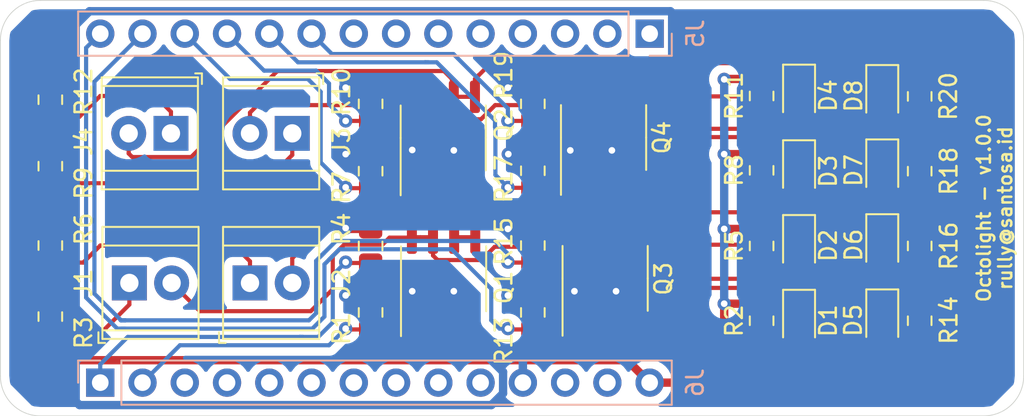
<source format=kicad_pcb>
(kicad_pcb (version 20171130) (host pcbnew 5.1.4+dfsg1-1)

  (general
    (thickness 1.6)
    (drawings 9)
    (tracks 334)
    (zones 0)
    (modules 38)
    (nets 31)
  )

  (page A4)
  (layers
    (0 F.Cu signal)
    (31 B.Cu signal)
    (32 B.Adhes user hide)
    (33 F.Adhes user hide)
    (34 B.Paste user hide)
    (35 F.Paste user hide)
    (36 B.SilkS user)
    (37 F.SilkS user)
    (38 B.Mask user)
    (39 F.Mask user)
    (40 Dwgs.User user hide)
    (41 Cmts.User user hide)
    (42 Eco1.User user hide)
    (43 Eco2.User user hide)
    (44 Edge.Cuts user)
    (45 Margin user hide)
    (46 B.CrtYd user hide)
    (47 F.CrtYd user hide)
    (48 B.Fab user hide)
    (49 F.Fab user hide)
  )

  (setup
    (last_trace_width 0.25)
    (trace_clearance 0.25)
    (zone_clearance 0.508)
    (zone_45_only yes)
    (trace_min 0.2)
    (via_size 0.8)
    (via_drill 0.4)
    (via_min_size 0.4)
    (via_min_drill 0.3)
    (uvia_size 0.3)
    (uvia_drill 0.1)
    (uvias_allowed no)
    (uvia_min_size 0.2)
    (uvia_min_drill 0.1)
    (edge_width 0.05)
    (segment_width 0.2)
    (pcb_text_width 0.3)
    (pcb_text_size 1.5 1.5)
    (mod_edge_width 0.12)
    (mod_text_size 1 1)
    (mod_text_width 0.15)
    (pad_size 1.524 1.524)
    (pad_drill 0.762)
    (pad_to_mask_clearance 0.051)
    (solder_mask_min_width 0.25)
    (aux_axis_origin 6.9 160.9)
    (visible_elements FFFFFF7F)
    (pcbplotparams
      (layerselection 0x010f0_ffffffff)
      (usegerberextensions false)
      (usegerberattributes false)
      (usegerberadvancedattributes false)
      (creategerberjobfile false)
      (excludeedgelayer true)
      (linewidth 0.100000)
      (plotframeref false)
      (viasonmask false)
      (mode 1)
      (useauxorigin false)
      (hpglpennumber 1)
      (hpglpenspeed 20)
      (hpglpendiameter 15.000000)
      (psnegative false)
      (psa4output false)
      (plotreference true)
      (plotvalue true)
      (plotinvisibletext false)
      (padsonsilk false)
      (subtractmaskfromsilk false)
      (outputformat 1)
      (mirror false)
      (drillshape 0)
      (scaleselection 1)
      (outputdirectory "gerber/"))
  )

  (net 0 "")
  (net 1 "Net-(D1-Pad2)")
  (net 2 "Net-(D1-Pad1)")
  (net 3 "Net-(D2-Pad2)")
  (net 4 "Net-(D2-Pad1)")
  (net 5 "Net-(D3-Pad2)")
  (net 6 "Net-(D3-Pad1)")
  (net 7 "Net-(D4-Pad1)")
  (net 8 "Net-(D4-Pad2)")
  (net 9 "Net-(D5-Pad1)")
  (net 10 "Net-(D5-Pad2)")
  (net 11 "Net-(D6-Pad2)")
  (net 12 "Net-(D6-Pad1)")
  (net 13 "Net-(D7-Pad1)")
  (net 14 "Net-(D7-Pad2)")
  (net 15 "Net-(D8-Pad1)")
  (net 16 "Net-(D8-Pad2)")
  (net 17 "Net-(J1-Pad1)")
  (net 18 "Net-(J2-Pad1)")
  (net 19 "Net-(J3-Pad1)")
  (net 20 /5)
  (net 21 /4)
  (net 22 /3)
  (net 23 /2)
  (net 24 /1)
  (net 25 /0)
  (net 26 /6)
  (net 27 /7)
  (net 28 GND)
  (net 29 +5V)
  (net 30 "Net-(J4-Pad1)")

  (net_class Default "This is the default net class."
    (clearance 0.25)
    (trace_width 0.25)
    (via_dia 0.8)
    (via_drill 0.4)
    (uvia_dia 0.3)
    (uvia_drill 0.1)
    (add_net /0)
    (add_net /1)
    (add_net /2)
    (add_net /3)
    (add_net /4)
    (add_net /5)
    (add_net /6)
    (add_net /7)
    (add_net "Net-(D1-Pad1)")
    (add_net "Net-(D1-Pad2)")
    (add_net "Net-(D2-Pad1)")
    (add_net "Net-(D2-Pad2)")
    (add_net "Net-(D3-Pad1)")
    (add_net "Net-(D3-Pad2)")
    (add_net "Net-(D4-Pad1)")
    (add_net "Net-(D4-Pad2)")
    (add_net "Net-(D5-Pad1)")
    (add_net "Net-(D5-Pad2)")
    (add_net "Net-(D6-Pad1)")
    (add_net "Net-(D6-Pad2)")
    (add_net "Net-(D7-Pad1)")
    (add_net "Net-(D7-Pad2)")
    (add_net "Net-(D8-Pad1)")
    (add_net "Net-(D8-Pad2)")
    (add_net "Net-(J1-Pad1)")
    (add_net "Net-(J2-Pad1)")
    (add_net "Net-(J3-Pad1)")
    (add_net "Net-(J4-Pad1)")
  )

  (net_class Power ""
    (clearance 0.25)
    (trace_width 0.5)
    (via_dia 0.8)
    (via_drill 0.4)
    (uvia_dia 0.3)
    (uvia_drill 0.1)
    (add_net +5V)
    (add_net GND)
  )

  (module Package_SO:SOIC-8_3.9x4.9mm_P1.27mm (layer F.Cu) (tedit 5C97300E) (tstamp 5DDEA2B0)
    (at 154.595 101.225 90)
    (descr "SOIC, 8 Pin (JEDEC MS-012AA, https://www.analog.com/media/en/package-pcb-resources/package/pkg_pdf/soic_narrow-r/r_8.pdf), generated with kicad-footprint-generator ipc_gullwing_generator.py")
    (tags "SOIC SO")
    (path /5DFA71A7)
    (attr smd)
    (fp_text reference Q3 (at -0.025 3.5 90) (layer F.SilkS)
      (effects (font (size 1 1) (thickness 0.15)))
    )
    (fp_text value FDS6930B (at 0 3.4 90) (layer F.Fab)
      (effects (font (size 1 1) (thickness 0.15)))
    )
    (fp_text user %R (at 0 0 90) (layer F.Fab)
      (effects (font (size 0.98 0.98) (thickness 0.15)))
    )
    (fp_line (start 3.7 -2.7) (end -3.7 -2.7) (layer F.CrtYd) (width 0.05))
    (fp_line (start 3.7 2.7) (end 3.7 -2.7) (layer F.CrtYd) (width 0.05))
    (fp_line (start -3.7 2.7) (end 3.7 2.7) (layer F.CrtYd) (width 0.05))
    (fp_line (start -3.7 -2.7) (end -3.7 2.7) (layer F.CrtYd) (width 0.05))
    (fp_line (start -1.95 -1.475) (end -0.975 -2.45) (layer F.Fab) (width 0.1))
    (fp_line (start -1.95 2.45) (end -1.95 -1.475) (layer F.Fab) (width 0.1))
    (fp_line (start 1.95 2.45) (end -1.95 2.45) (layer F.Fab) (width 0.1))
    (fp_line (start 1.95 -2.45) (end 1.95 2.45) (layer F.Fab) (width 0.1))
    (fp_line (start -0.975 -2.45) (end 1.95 -2.45) (layer F.Fab) (width 0.1))
    (fp_line (start 0 -2.56) (end -3.45 -2.56) (layer F.SilkS) (width 0.12))
    (fp_line (start 0 -2.56) (end 1.95 -2.56) (layer F.SilkS) (width 0.12))
    (fp_line (start 0 2.56) (end -1.95 2.56) (layer F.SilkS) (width 0.12))
    (fp_line (start 0 2.56) (end 1.95 2.56) (layer F.SilkS) (width 0.12))
    (pad 8 smd roundrect (at 2.475 -1.905 90) (size 1.95 0.6) (layers F.Cu F.Paste F.Mask) (roundrect_rratio 0.25)
      (net 9 "Net-(D5-Pad1)"))
    (pad 7 smd roundrect (at 2.475 -0.635 90) (size 1.95 0.6) (layers F.Cu F.Paste F.Mask) (roundrect_rratio 0.25)
      (net 9 "Net-(D5-Pad1)"))
    (pad 6 smd roundrect (at 2.475 0.635 90) (size 1.95 0.6) (layers F.Cu F.Paste F.Mask) (roundrect_rratio 0.25)
      (net 12 "Net-(D6-Pad1)"))
    (pad 5 smd roundrect (at 2.475 1.905 90) (size 1.95 0.6) (layers F.Cu F.Paste F.Mask) (roundrect_rratio 0.25)
      (net 12 "Net-(D6-Pad1)"))
    (pad 4 smd roundrect (at -2.475 1.905 90) (size 1.95 0.6) (layers F.Cu F.Paste F.Mask) (roundrect_rratio 0.25)
      (net 21 /4))
    (pad 3 smd roundrect (at -2.475 0.635 90) (size 1.95 0.6) (layers F.Cu F.Paste F.Mask) (roundrect_rratio 0.25)
      (net 28 GND))
    (pad 2 smd roundrect (at -2.475 -0.635 90) (size 1.95 0.6) (layers F.Cu F.Paste F.Mask) (roundrect_rratio 0.25)
      (net 20 /5))
    (pad 1 smd roundrect (at -2.475 -1.905 90) (size 1.95 0.6) (layers F.Cu F.Paste F.Mask) (roundrect_rratio 0.25)
      (net 28 GND))
    (model ${KISYS3DMOD}/Package_SO.3dshapes/SOIC-8_3.9x4.9mm_P1.27mm.wrl
      (at (xyz 0 0 0))
      (scale (xyz 1 1 1))
      (rotate (xyz 0 0 0))
    )
  )

  (module LED_SMD:LED_0805_2012Metric_Pad1.15x1.40mm_HandSolder (layer F.Cu) (tedit 5B4B45C9) (tstamp 5DDEC6DC)
    (at 166.25 103.775 270)
    (descr "LED SMD 0805 (2012 Metric), square (rectangular) end terminal, IPC_7351 nominal, (Body size source: https://docs.google.com/spreadsheets/d/1BsfQQcO9C6DZCsRaXUlFlo91Tg2WpOkGARC1WS5S8t0/edit?usp=sharing), generated with kicad-footprint-generator")
    (tags "LED handsolder")
    (path /5DD2AFE1)
    (attr smd)
    (fp_text reference D1 (at 0 -1.75 90) (layer F.SilkS)
      (effects (font (size 1 1) (thickness 0.15)))
    )
    (fp_text value RED (at 0 1.65 90) (layer F.Fab)
      (effects (font (size 1 1) (thickness 0.15)))
    )
    (fp_text user %R (at 0 0 90) (layer F.Fab)
      (effects (font (size 0.5 0.5) (thickness 0.08)))
    )
    (fp_line (start 1.85 0.95) (end -1.85 0.95) (layer F.CrtYd) (width 0.05))
    (fp_line (start 1.85 -0.95) (end 1.85 0.95) (layer F.CrtYd) (width 0.05))
    (fp_line (start -1.85 -0.95) (end 1.85 -0.95) (layer F.CrtYd) (width 0.05))
    (fp_line (start -1.85 0.95) (end -1.85 -0.95) (layer F.CrtYd) (width 0.05))
    (fp_line (start -1.86 0.96) (end 1 0.96) (layer F.SilkS) (width 0.12))
    (fp_line (start -1.86 -0.96) (end -1.86 0.96) (layer F.SilkS) (width 0.12))
    (fp_line (start 1 -0.96) (end -1.86 -0.96) (layer F.SilkS) (width 0.12))
    (fp_line (start 1 0.6) (end 1 -0.6) (layer F.Fab) (width 0.1))
    (fp_line (start -1 0.6) (end 1 0.6) (layer F.Fab) (width 0.1))
    (fp_line (start -1 -0.3) (end -1 0.6) (layer F.Fab) (width 0.1))
    (fp_line (start -0.7 -0.6) (end -1 -0.3) (layer F.Fab) (width 0.1))
    (fp_line (start 1 -0.6) (end -0.7 -0.6) (layer F.Fab) (width 0.1))
    (pad 2 smd roundrect (at 1.025 0 270) (size 1.15 1.4) (layers F.Cu F.Paste F.Mask) (roundrect_rratio 0.217391)
      (net 1 "Net-(D1-Pad2)"))
    (pad 1 smd roundrect (at -1.025 0 270) (size 1.15 1.4) (layers F.Cu F.Paste F.Mask) (roundrect_rratio 0.217391)
      (net 2 "Net-(D1-Pad1)"))
    (model ${KISYS3DMOD}/LED_SMD.3dshapes/LED_0805_2012Metric.wrl
      (at (xyz 0 0 0))
      (scale (xyz 1 1 1))
      (rotate (xyz 0 0 0))
    )
  )

  (module LED_SMD:LED_0805_2012Metric_Pad1.15x1.40mm_HandSolder (layer F.Cu) (tedit 5B4B45C9) (tstamp 5DDEC96A)
    (at 166.25 99.275 270)
    (descr "LED SMD 0805 (2012 Metric), square (rectangular) end terminal, IPC_7351 nominal, (Body size source: https://docs.google.com/spreadsheets/d/1BsfQQcO9C6DZCsRaXUlFlo91Tg2WpOkGARC1WS5S8t0/edit?usp=sharing), generated with kicad-footprint-generator")
    (tags "LED handsolder")
    (path /5DD70CF7)
    (attr smd)
    (fp_text reference D2 (at -0.025 -1.75 90) (layer F.SilkS)
      (effects (font (size 1 1) (thickness 0.15)))
    )
    (fp_text value YELLOW (at 0 1.65 90) (layer F.Fab)
      (effects (font (size 1 1) (thickness 0.15)))
    )
    (fp_text user %R (at 0 0 90) (layer F.Fab)
      (effects (font (size 0.5 0.5) (thickness 0.08)))
    )
    (fp_line (start 1.85 0.95) (end -1.85 0.95) (layer F.CrtYd) (width 0.05))
    (fp_line (start 1.85 -0.95) (end 1.85 0.95) (layer F.CrtYd) (width 0.05))
    (fp_line (start -1.85 -0.95) (end 1.85 -0.95) (layer F.CrtYd) (width 0.05))
    (fp_line (start -1.85 0.95) (end -1.85 -0.95) (layer F.CrtYd) (width 0.05))
    (fp_line (start -1.86 0.96) (end 1 0.96) (layer F.SilkS) (width 0.12))
    (fp_line (start -1.86 -0.96) (end -1.86 0.96) (layer F.SilkS) (width 0.12))
    (fp_line (start 1 -0.96) (end -1.86 -0.96) (layer F.SilkS) (width 0.12))
    (fp_line (start 1 0.6) (end 1 -0.6) (layer F.Fab) (width 0.1))
    (fp_line (start -1 0.6) (end 1 0.6) (layer F.Fab) (width 0.1))
    (fp_line (start -1 -0.3) (end -1 0.6) (layer F.Fab) (width 0.1))
    (fp_line (start -0.7 -0.6) (end -1 -0.3) (layer F.Fab) (width 0.1))
    (fp_line (start 1 -0.6) (end -0.7 -0.6) (layer F.Fab) (width 0.1))
    (pad 2 smd roundrect (at 1.025 0 270) (size 1.15 1.4) (layers F.Cu F.Paste F.Mask) (roundrect_rratio 0.217391)
      (net 3 "Net-(D2-Pad2)"))
    (pad 1 smd roundrect (at -1.025 0 270) (size 1.15 1.4) (layers F.Cu F.Paste F.Mask) (roundrect_rratio 0.217391)
      (net 4 "Net-(D2-Pad1)"))
    (model ${KISYS3DMOD}/LED_SMD.3dshapes/LED_0805_2012Metric.wrl
      (at (xyz 0 0 0))
      (scale (xyz 1 1 1))
      (rotate (xyz 0 0 0))
    )
  )

  (module LED_SMD:LED_0805_2012Metric_Pad1.15x1.40mm_HandSolder (layer F.Cu) (tedit 5B4B45C9) (tstamp 5DDEC934)
    (at 166.25 94.775 270)
    (descr "LED SMD 0805 (2012 Metric), square (rectangular) end terminal, IPC_7351 nominal, (Body size source: https://docs.google.com/spreadsheets/d/1BsfQQcO9C6DZCsRaXUlFlo91Tg2WpOkGARC1WS5S8t0/edit?usp=sharing), generated with kicad-footprint-generator")
    (tags "LED handsolder")
    (path /5DD932ED)
    (attr smd)
    (fp_text reference D3 (at 0 -1.75 90) (layer F.SilkS)
      (effects (font (size 1 1) (thickness 0.15)))
    )
    (fp_text value GREEN (at 0 1.65 90) (layer F.Fab)
      (effects (font (size 1 1) (thickness 0.15)))
    )
    (fp_text user %R (at -1.1811 0.4064 90) (layer F.Fab)
      (effects (font (size 0.5 0.5) (thickness 0.08)))
    )
    (fp_line (start 1.85 0.95) (end -1.85 0.95) (layer F.CrtYd) (width 0.05))
    (fp_line (start 1.85 -0.95) (end 1.85 0.95) (layer F.CrtYd) (width 0.05))
    (fp_line (start -1.85 -0.95) (end 1.85 -0.95) (layer F.CrtYd) (width 0.05))
    (fp_line (start -1.85 0.95) (end -1.85 -0.95) (layer F.CrtYd) (width 0.05))
    (fp_line (start -1.86 0.96) (end 1 0.96) (layer F.SilkS) (width 0.12))
    (fp_line (start -1.86 -0.96) (end -1.86 0.96) (layer F.SilkS) (width 0.12))
    (fp_line (start 1 -0.96) (end -1.86 -0.96) (layer F.SilkS) (width 0.12))
    (fp_line (start 1 0.6) (end 1 -0.6) (layer F.Fab) (width 0.1))
    (fp_line (start -1 0.6) (end 1 0.6) (layer F.Fab) (width 0.1))
    (fp_line (start -1 -0.3) (end -1 0.6) (layer F.Fab) (width 0.1))
    (fp_line (start -0.7 -0.6) (end -1 -0.3) (layer F.Fab) (width 0.1))
    (fp_line (start 1 -0.6) (end -0.7 -0.6) (layer F.Fab) (width 0.1))
    (pad 2 smd roundrect (at 1.025 0 270) (size 1.15 1.4) (layers F.Cu F.Paste F.Mask) (roundrect_rratio 0.217391)
      (net 5 "Net-(D3-Pad2)"))
    (pad 1 smd roundrect (at -1.025 0 270) (size 1.15 1.4) (layers F.Cu F.Paste F.Mask) (roundrect_rratio 0.217391)
      (net 6 "Net-(D3-Pad1)"))
    (model ${KISYS3DMOD}/LED_SMD.3dshapes/LED_0805_2012Metric.wrl
      (at (xyz 0 0 0))
      (scale (xyz 1 1 1))
      (rotate (xyz 0 0 0))
    )
  )

  (module LED_SMD:LED_0805_2012Metric_Pad1.15x1.40mm_HandSolder (layer F.Cu) (tedit 5B4B45C9) (tstamp 5DDEC77E)
    (at 166.25 90.225 270)
    (descr "LED SMD 0805 (2012 Metric), square (rectangular) end terminal, IPC_7351 nominal, (Body size source: https://docs.google.com/spreadsheets/d/1BsfQQcO9C6DZCsRaXUlFlo91Tg2WpOkGARC1WS5S8t0/edit?usp=sharing), generated with kicad-footprint-generator")
    (tags "LED handsolder")
    (path /5DD9334D)
    (attr smd)
    (fp_text reference D4 (at 0 -1.75 90) (layer F.SilkS)
      (effects (font (size 1 1) (thickness 0.15)))
    )
    (fp_text value BLUE (at 0 1.65 90) (layer F.Fab)
      (effects (font (size 1 1) (thickness 0.15)))
    )
    (fp_line (start 1 -0.6) (end -0.7 -0.6) (layer F.Fab) (width 0.1))
    (fp_line (start -0.7 -0.6) (end -1 -0.3) (layer F.Fab) (width 0.1))
    (fp_line (start -1 -0.3) (end -1 0.6) (layer F.Fab) (width 0.1))
    (fp_line (start -1 0.6) (end 1 0.6) (layer F.Fab) (width 0.1))
    (fp_line (start 1 0.6) (end 1 -0.6) (layer F.Fab) (width 0.1))
    (fp_line (start 1 -0.96) (end -1.86 -0.96) (layer F.SilkS) (width 0.12))
    (fp_line (start -1.86 -0.96) (end -1.86 0.96) (layer F.SilkS) (width 0.12))
    (fp_line (start -1.86 0.96) (end 1 0.96) (layer F.SilkS) (width 0.12))
    (fp_line (start -1.85 0.95) (end -1.85 -0.95) (layer F.CrtYd) (width 0.05))
    (fp_line (start -1.85 -0.95) (end 1.85 -0.95) (layer F.CrtYd) (width 0.05))
    (fp_line (start 1.85 -0.95) (end 1.85 0.95) (layer F.CrtYd) (width 0.05))
    (fp_line (start 1.85 0.95) (end -1.85 0.95) (layer F.CrtYd) (width 0.05))
    (fp_text user %R (at 0 0 90) (layer F.Fab)
      (effects (font (size 0.5 0.5) (thickness 0.08)))
    )
    (pad 1 smd roundrect (at -1.025 0 270) (size 1.15 1.4) (layers F.Cu F.Paste F.Mask) (roundrect_rratio 0.217391)
      (net 7 "Net-(D4-Pad1)"))
    (pad 2 smd roundrect (at 1.025 0 270) (size 1.15 1.4) (layers F.Cu F.Paste F.Mask) (roundrect_rratio 0.217391)
      (net 8 "Net-(D4-Pad2)"))
    (model ${KISYS3DMOD}/LED_SMD.3dshapes/LED_0805_2012Metric.wrl
      (at (xyz 0 0 0))
      (scale (xyz 1 1 1))
      (rotate (xyz 0 0 0))
    )
  )

  (module LED_SMD:LED_0805_2012Metric_Pad1.15x1.40mm_HandSolder (layer F.Cu) (tedit 5B4B45C9) (tstamp 5DDEC6A6)
    (at 171.25 103.75 270)
    (descr "LED SMD 0805 (2012 Metric), square (rectangular) end terminal, IPC_7351 nominal, (Body size source: https://docs.google.com/spreadsheets/d/1BsfQQcO9C6DZCsRaXUlFlo91Tg2WpOkGARC1WS5S8t0/edit?usp=sharing), generated with kicad-footprint-generator")
    (tags "LED handsolder")
    (path /5DDB7287)
    (attr smd)
    (fp_text reference D5 (at 0 1.75 90) (layer F.SilkS)
      (effects (font (size 1 1) (thickness 0.15)))
    )
    (fp_text value RED (at 0 1.65 90) (layer F.Fab)
      (effects (font (size 1 1) (thickness 0.15)))
    )
    (fp_line (start 1 -0.6) (end -0.7 -0.6) (layer F.Fab) (width 0.1))
    (fp_line (start -0.7 -0.6) (end -1 -0.3) (layer F.Fab) (width 0.1))
    (fp_line (start -1 -0.3) (end -1 0.6) (layer F.Fab) (width 0.1))
    (fp_line (start -1 0.6) (end 1 0.6) (layer F.Fab) (width 0.1))
    (fp_line (start 1 0.6) (end 1 -0.6) (layer F.Fab) (width 0.1))
    (fp_line (start 1 -0.96) (end -1.86 -0.96) (layer F.SilkS) (width 0.12))
    (fp_line (start -1.86 -0.96) (end -1.86 0.96) (layer F.SilkS) (width 0.12))
    (fp_line (start -1.86 0.96) (end 1 0.96) (layer F.SilkS) (width 0.12))
    (fp_line (start -1.85 0.95) (end -1.85 -0.95) (layer F.CrtYd) (width 0.05))
    (fp_line (start -1.85 -0.95) (end 1.85 -0.95) (layer F.CrtYd) (width 0.05))
    (fp_line (start 1.85 -0.95) (end 1.85 0.95) (layer F.CrtYd) (width 0.05))
    (fp_line (start 1.85 0.95) (end -1.85 0.95) (layer F.CrtYd) (width 0.05))
    (fp_text user %R (at 0 0 90) (layer F.Fab)
      (effects (font (size 0.5 0.5) (thickness 0.08)))
    )
    (pad 1 smd roundrect (at -1.025 0 270) (size 1.15 1.4) (layers F.Cu F.Paste F.Mask) (roundrect_rratio 0.217391)
      (net 9 "Net-(D5-Pad1)"))
    (pad 2 smd roundrect (at 1.025 0 270) (size 1.15 1.4) (layers F.Cu F.Paste F.Mask) (roundrect_rratio 0.217391)
      (net 10 "Net-(D5-Pad2)"))
    (model ${KISYS3DMOD}/LED_SMD.3dshapes/LED_0805_2012Metric.wrl
      (at (xyz 0 0 0))
      (scale (xyz 1 1 1))
      (rotate (xyz 0 0 0))
    )
  )

  (module LED_SMD:LED_0805_2012Metric_Pad1.15x1.40mm_HandSolder (layer F.Cu) (tedit 5B4B45C9) (tstamp 5DDEC670)
    (at 171.25 99.225 270)
    (descr "LED SMD 0805 (2012 Metric), square (rectangular) end terminal, IPC_7351 nominal, (Body size source: https://docs.google.com/spreadsheets/d/1BsfQQcO9C6DZCsRaXUlFlo91Tg2WpOkGARC1WS5S8t0/edit?usp=sharing), generated with kicad-footprint-generator")
    (tags "LED handsolder")
    (path /5DF49495)
    (attr smd)
    (fp_text reference D6 (at 0 1.725 90) (layer F.SilkS)
      (effects (font (size 1 1) (thickness 0.15)))
    )
    (fp_text value YELLOW (at 0 1.65 90) (layer F.Fab)
      (effects (font (size 1 1) (thickness 0.15)))
    )
    (fp_text user %R (at 0 0 90) (layer F.Fab)
      (effects (font (size 0.5 0.5) (thickness 0.08)))
    )
    (fp_line (start 1.85 0.95) (end -1.85 0.95) (layer F.CrtYd) (width 0.05))
    (fp_line (start 1.85 -0.95) (end 1.85 0.95) (layer F.CrtYd) (width 0.05))
    (fp_line (start -1.85 -0.95) (end 1.85 -0.95) (layer F.CrtYd) (width 0.05))
    (fp_line (start -1.85 0.95) (end -1.85 -0.95) (layer F.CrtYd) (width 0.05))
    (fp_line (start -1.86 0.96) (end 1 0.96) (layer F.SilkS) (width 0.12))
    (fp_line (start -1.86 -0.96) (end -1.86 0.96) (layer F.SilkS) (width 0.12))
    (fp_line (start 1 -0.96) (end -1.86 -0.96) (layer F.SilkS) (width 0.12))
    (fp_line (start 1 0.6) (end 1 -0.6) (layer F.Fab) (width 0.1))
    (fp_line (start -1 0.6) (end 1 0.6) (layer F.Fab) (width 0.1))
    (fp_line (start -1 -0.3) (end -1 0.6) (layer F.Fab) (width 0.1))
    (fp_line (start -0.7 -0.6) (end -1 -0.3) (layer F.Fab) (width 0.1))
    (fp_line (start 1 -0.6) (end -0.7 -0.6) (layer F.Fab) (width 0.1))
    (pad 2 smd roundrect (at 1.025 0 270) (size 1.15 1.4) (layers F.Cu F.Paste F.Mask) (roundrect_rratio 0.217391)
      (net 11 "Net-(D6-Pad2)"))
    (pad 1 smd roundrect (at -1.025 0 270) (size 1.15 1.4) (layers F.Cu F.Paste F.Mask) (roundrect_rratio 0.217391)
      (net 12 "Net-(D6-Pad1)"))
    (model ${KISYS3DMOD}/LED_SMD.3dshapes/LED_0805_2012Metric.wrl
      (at (xyz 0 0 0))
      (scale (xyz 1 1 1))
      (rotate (xyz 0 0 0))
    )
  )

  (module LED_SMD:LED_0805_2012Metric_Pad1.15x1.40mm_HandSolder (layer F.Cu) (tedit 5B4B45C9) (tstamp 5DDEC712)
    (at 171.25 94.725 270)
    (descr "LED SMD 0805 (2012 Metric), square (rectangular) end terminal, IPC_7351 nominal, (Body size source: https://docs.google.com/spreadsheets/d/1BsfQQcO9C6DZCsRaXUlFlo91Tg2WpOkGARC1WS5S8t0/edit?usp=sharing), generated with kicad-footprint-generator")
    (tags "LED handsolder")
    (path /5DF6E6D0)
    (attr smd)
    (fp_text reference D7 (at 0 1.725 90) (layer F.SilkS)
      (effects (font (size 1 1) (thickness 0.15)))
    )
    (fp_text value GREEN (at 0 1.65 90) (layer F.Fab)
      (effects (font (size 1 1) (thickness 0.15)))
    )
    (fp_line (start 1 -0.6) (end -0.7 -0.6) (layer F.Fab) (width 0.1))
    (fp_line (start -0.7 -0.6) (end -1 -0.3) (layer F.Fab) (width 0.1))
    (fp_line (start -1 -0.3) (end -1 0.6) (layer F.Fab) (width 0.1))
    (fp_line (start -1 0.6) (end 1 0.6) (layer F.Fab) (width 0.1))
    (fp_line (start 1 0.6) (end 1 -0.6) (layer F.Fab) (width 0.1))
    (fp_line (start 1 -0.96) (end -1.86 -0.96) (layer F.SilkS) (width 0.12))
    (fp_line (start -1.86 -0.96) (end -1.86 0.96) (layer F.SilkS) (width 0.12))
    (fp_line (start -1.86 0.96) (end 1 0.96) (layer F.SilkS) (width 0.12))
    (fp_line (start -1.85 0.95) (end -1.85 -0.95) (layer F.CrtYd) (width 0.05))
    (fp_line (start -1.85 -0.95) (end 1.85 -0.95) (layer F.CrtYd) (width 0.05))
    (fp_line (start 1.85 -0.95) (end 1.85 0.95) (layer F.CrtYd) (width 0.05))
    (fp_line (start 1.85 0.95) (end -1.85 0.95) (layer F.CrtYd) (width 0.05))
    (fp_text user %R (at 0 0 90) (layer F.Fab)
      (effects (font (size 0.5 0.5) (thickness 0.08)))
    )
    (pad 1 smd roundrect (at -1.025 0 270) (size 1.15 1.4) (layers F.Cu F.Paste F.Mask) (roundrect_rratio 0.217391)
      (net 13 "Net-(D7-Pad1)"))
    (pad 2 smd roundrect (at 1.025 0 270) (size 1.15 1.4) (layers F.Cu F.Paste F.Mask) (roundrect_rratio 0.217391)
      (net 14 "Net-(D7-Pad2)"))
    (model ${KISYS3DMOD}/LED_SMD.3dshapes/LED_0805_2012Metric.wrl
      (at (xyz 0 0 0))
      (scale (xyz 1 1 1))
      (rotate (xyz 0 0 0))
    )
  )

  (module LED_SMD:LED_0805_2012Metric_Pad1.15x1.40mm_HandSolder (layer F.Cu) (tedit 5B4B45C9) (tstamp 5DDEC748)
    (at 171.25 90.25 270)
    (descr "LED SMD 0805 (2012 Metric), square (rectangular) end terminal, IPC_7351 nominal, (Body size source: https://docs.google.com/spreadsheets/d/1BsfQQcO9C6DZCsRaXUlFlo91Tg2WpOkGARC1WS5S8t0/edit?usp=sharing), generated with kicad-footprint-generator")
    (tags "LED handsolder")
    (path /5DF9675D)
    (attr smd)
    (fp_text reference D8 (at 0 1.725 90) (layer F.SilkS)
      (effects (font (size 1 1) (thickness 0.15)))
    )
    (fp_text value BLUE (at 0 1.65 90) (layer F.Fab)
      (effects (font (size 1 1) (thickness 0.15)))
    )
    (fp_line (start 1 -0.6) (end -0.7 -0.6) (layer F.Fab) (width 0.1))
    (fp_line (start -0.7 -0.6) (end -1 -0.3) (layer F.Fab) (width 0.1))
    (fp_line (start -1 -0.3) (end -1 0.6) (layer F.Fab) (width 0.1))
    (fp_line (start -1 0.6) (end 1 0.6) (layer F.Fab) (width 0.1))
    (fp_line (start 1 0.6) (end 1 -0.6) (layer F.Fab) (width 0.1))
    (fp_line (start 1 -0.96) (end -1.86 -0.96) (layer F.SilkS) (width 0.12))
    (fp_line (start -1.86 -0.96) (end -1.86 0.96) (layer F.SilkS) (width 0.12))
    (fp_line (start -1.86 0.96) (end 1 0.96) (layer F.SilkS) (width 0.12))
    (fp_line (start -1.85 0.95) (end -1.85 -0.95) (layer F.CrtYd) (width 0.05))
    (fp_line (start -1.85 -0.95) (end 1.85 -0.95) (layer F.CrtYd) (width 0.05))
    (fp_line (start 1.85 -0.95) (end 1.85 0.95) (layer F.CrtYd) (width 0.05))
    (fp_line (start 1.85 0.95) (end -1.85 0.95) (layer F.CrtYd) (width 0.05))
    (fp_text user %R (at 0 0 90) (layer F.Fab)
      (effects (font (size 0.5 0.5) (thickness 0.08)))
    )
    (pad 1 smd roundrect (at -1.025 0 270) (size 1.15 1.4) (layers F.Cu F.Paste F.Mask) (roundrect_rratio 0.217391)
      (net 15 "Net-(D8-Pad1)"))
    (pad 2 smd roundrect (at 1.025 0 270) (size 1.15 1.4) (layers F.Cu F.Paste F.Mask) (roundrect_rratio 0.217391)
      (net 16 "Net-(D8-Pad2)"))
    (model ${KISYS3DMOD}/LED_SMD.3dshapes/LED_0805_2012Metric.wrl
      (at (xyz 0 0 0))
      (scale (xyz 1 1 1))
      (rotate (xyz 0 0 0))
    )
  )

  (module TerminalBlock_TE-Connectivity:TerminalBlock_TE_282834-2_1x02_P2.54mm_Horizontal (layer F.Cu) (tedit 5B1EC513) (tstamp 5DDC5C43)
    (at 126 101.5)
    (descr "Terminal Block TE 282834-2, 2 pins, pitch 2.54mm, size 5.54x6.5mm^2, drill diamater 1.1mm, pad diameter 2.1mm, see http://www.te.com/commerce/DocumentDelivery/DDEController?Action=showdoc&DocId=Customer+Drawing%7F282834%7FC1%7Fpdf%7FEnglish%7FENG_CD_282834_C1.pdf, script-generated using https://github.com/pointhi/kicad-footprint-generator/scripts/TerminalBlock_TE-Connectivity")
    (tags "THT Terminal Block TE 282834-2 pitch 2.54mm size 5.54x6.5mm^2 drill 1.1mm pad 2.1mm")
    (path /5DD2C6DB)
    (fp_text reference J1 (at -2.75 0 90) (layer F.SilkS)
      (effects (font (size 1 1) (thickness 0.15)))
    )
    (fp_text value Screw_Terminal_01x02 (at 1.27 4.37) (layer F.Fab)
      (effects (font (size 1 1) (thickness 0.15)))
    )
    (fp_circle (center 0 0) (end 1.1 0) (layer F.Fab) (width 0.1))
    (fp_circle (center 2.54 0) (end 3.64 0) (layer F.Fab) (width 0.1))
    (fp_line (start -1.5 -3.25) (end 4.04 -3.25) (layer F.Fab) (width 0.1))
    (fp_line (start 4.04 -3.25) (end 4.04 3.25) (layer F.Fab) (width 0.1))
    (fp_line (start 4.04 3.25) (end -1.1 3.25) (layer F.Fab) (width 0.1))
    (fp_line (start -1.1 3.25) (end -1.5 2.85) (layer F.Fab) (width 0.1))
    (fp_line (start -1.5 2.85) (end -1.5 -3.25) (layer F.Fab) (width 0.1))
    (fp_line (start -1.5 2.85) (end 4.04 2.85) (layer F.Fab) (width 0.1))
    (fp_line (start -1.62 2.85) (end 4.16 2.85) (layer F.SilkS) (width 0.12))
    (fp_line (start -1.5 -2.25) (end 4.04 -2.25) (layer F.Fab) (width 0.1))
    (fp_line (start -1.62 -2.25) (end 4.16 -2.25) (layer F.SilkS) (width 0.12))
    (fp_line (start -1.62 -3.37) (end 4.16 -3.37) (layer F.SilkS) (width 0.12))
    (fp_line (start -1.62 3.37) (end 4.16 3.37) (layer F.SilkS) (width 0.12))
    (fp_line (start -1.62 -3.37) (end -1.62 3.37) (layer F.SilkS) (width 0.12))
    (fp_line (start 4.16 -3.37) (end 4.16 3.37) (layer F.SilkS) (width 0.12))
    (fp_line (start 0.835 -0.7) (end -0.701 0.835) (layer F.Fab) (width 0.1))
    (fp_line (start 0.701 -0.835) (end -0.835 0.7) (layer F.Fab) (width 0.1))
    (fp_line (start 3.375 -0.7) (end 1.84 0.835) (layer F.Fab) (width 0.1))
    (fp_line (start 3.241 -0.835) (end 1.706 0.7) (layer F.Fab) (width 0.1))
    (fp_line (start -1.86 2.97) (end -1.86 3.61) (layer F.SilkS) (width 0.12))
    (fp_line (start -1.86 3.61) (end -1.46 3.61) (layer F.SilkS) (width 0.12))
    (fp_line (start -2 -3.75) (end -2 3.75) (layer F.CrtYd) (width 0.05))
    (fp_line (start -2 3.75) (end 4.54 3.75) (layer F.CrtYd) (width 0.05))
    (fp_line (start 4.54 3.75) (end 4.54 -3.75) (layer F.CrtYd) (width 0.05))
    (fp_line (start 4.54 -3.75) (end -2 -3.75) (layer F.CrtYd) (width 0.05))
    (fp_text user %R (at 1.27 2) (layer F.Fab)
      (effects (font (size 1 1) (thickness 0.15)))
    )
    (pad 1 thru_hole rect (at 0 0) (size 2.1 2.1) (drill 1.1) (layers *.Cu *.Mask)
      (net 17 "Net-(J1-Pad1)"))
    (pad 2 thru_hole circle (at 2.54 0) (size 2.1 2.1) (drill 1.1) (layers *.Cu *.Mask)
      (net 2 "Net-(D1-Pad1)"))
    (model ${KISYS3DMOD}/TerminalBlock_TE-Connectivity.3dshapes/TerminalBlock_TE_282834-2_1x02_P2.54mm_Horizontal.wrl
      (at (xyz 0 0 0))
      (scale (xyz 1 1 1))
      (rotate (xyz 0 0 0))
    )
  )

  (module TerminalBlock_TE-Connectivity:TerminalBlock_TE_282834-2_1x02_P2.54mm_Horizontal (layer F.Cu) (tedit 5B1EC513) (tstamp 5DDBFD51)
    (at 133.25 101.5)
    (descr "Terminal Block TE 282834-2, 2 pins, pitch 2.54mm, size 5.54x6.5mm^2, drill diamater 1.1mm, pad diameter 2.1mm, see http://www.te.com/commerce/DocumentDelivery/DDEController?Action=showdoc&DocId=Customer+Drawing%7F282834%7FC1%7Fpdf%7FEnglish%7FENG_CD_282834_C1.pdf, script-generated using https://github.com/pointhi/kicad-footprint-generator/scripts/TerminalBlock_TE-Connectivity")
    (tags "THT Terminal Block TE 282834-2 pitch 2.54mm size 5.54x6.5mm^2 drill 1.1mm pad 2.1mm")
    (path /5DD70D0D)
    (fp_text reference J2 (at 5.5 0 90) (layer F.SilkS)
      (effects (font (size 1 1) (thickness 0.15)))
    )
    (fp_text value Screw_Terminal_01x02 (at 1.27 4.37) (layer F.Fab)
      (effects (font (size 1 1) (thickness 0.15)))
    )
    (fp_text user %R (at 1.27 2) (layer F.Fab)
      (effects (font (size 1 1) (thickness 0.15)))
    )
    (fp_line (start 4.54 -3.75) (end -2 -3.75) (layer F.CrtYd) (width 0.05))
    (fp_line (start 4.54 3.75) (end 4.54 -3.75) (layer F.CrtYd) (width 0.05))
    (fp_line (start -2 3.75) (end 4.54 3.75) (layer F.CrtYd) (width 0.05))
    (fp_line (start -2 -3.75) (end -2 3.75) (layer F.CrtYd) (width 0.05))
    (fp_line (start -1.86 3.61) (end -1.46 3.61) (layer F.SilkS) (width 0.12))
    (fp_line (start -1.86 2.97) (end -1.86 3.61) (layer F.SilkS) (width 0.12))
    (fp_line (start 3.241 -0.835) (end 1.706 0.7) (layer F.Fab) (width 0.1))
    (fp_line (start 3.375 -0.7) (end 1.84 0.835) (layer F.Fab) (width 0.1))
    (fp_line (start 0.701 -0.835) (end -0.835 0.7) (layer F.Fab) (width 0.1))
    (fp_line (start 0.835 -0.7) (end -0.701 0.835) (layer F.Fab) (width 0.1))
    (fp_line (start 4.16 -3.37) (end 4.16 3.37) (layer F.SilkS) (width 0.12))
    (fp_line (start -1.62 -3.37) (end -1.62 3.37) (layer F.SilkS) (width 0.12))
    (fp_line (start -1.62 3.37) (end 4.16 3.37) (layer F.SilkS) (width 0.12))
    (fp_line (start -1.62 -3.37) (end 4.16 -3.37) (layer F.SilkS) (width 0.12))
    (fp_line (start -1.62 -2.25) (end 4.16 -2.25) (layer F.SilkS) (width 0.12))
    (fp_line (start -1.5 -2.25) (end 4.04 -2.25) (layer F.Fab) (width 0.1))
    (fp_line (start -1.62 2.85) (end 4.16 2.85) (layer F.SilkS) (width 0.12))
    (fp_line (start -1.5 2.85) (end 4.04 2.85) (layer F.Fab) (width 0.1))
    (fp_line (start -1.5 2.85) (end -1.5 -3.25) (layer F.Fab) (width 0.1))
    (fp_line (start -1.1 3.25) (end -1.5 2.85) (layer F.Fab) (width 0.1))
    (fp_line (start 4.04 3.25) (end -1.1 3.25) (layer F.Fab) (width 0.1))
    (fp_line (start 4.04 -3.25) (end 4.04 3.25) (layer F.Fab) (width 0.1))
    (fp_line (start -1.5 -3.25) (end 4.04 -3.25) (layer F.Fab) (width 0.1))
    (fp_circle (center 2.54 0) (end 3.64 0) (layer F.Fab) (width 0.1))
    (fp_circle (center 0 0) (end 1.1 0) (layer F.Fab) (width 0.1))
    (pad 2 thru_hole circle (at 2.54 0) (size 2.1 2.1) (drill 1.1) (layers *.Cu *.Mask)
      (net 4 "Net-(D2-Pad1)"))
    (pad 1 thru_hole rect (at 0 0) (size 2.1 2.1) (drill 1.1) (layers *.Cu *.Mask)
      (net 18 "Net-(J2-Pad1)"))
    (model ${KISYS3DMOD}/TerminalBlock_TE-Connectivity.3dshapes/TerminalBlock_TE_282834-2_1x02_P2.54mm_Horizontal.wrl
      (at (xyz 0 0 0))
      (scale (xyz 1 1 1))
      (rotate (xyz 0 0 0))
    )
  )

  (module TerminalBlock_TE-Connectivity:TerminalBlock_TE_282834-2_1x02_P2.54mm_Horizontal (layer F.Cu) (tedit 5B1EC513) (tstamp 5DDE9EDF)
    (at 135.79 92.5 180)
    (descr "Terminal Block TE 282834-2, 2 pins, pitch 2.54mm, size 5.54x6.5mm^2, drill diamater 1.1mm, pad diameter 2.1mm, see http://www.te.com/commerce/DocumentDelivery/DDEController?Action=showdoc&DocId=Customer+Drawing%7F282834%7FC1%7Fpdf%7FEnglish%7FENG_CD_282834_C1.pdf, script-generated using https://github.com/pointhi/kicad-footprint-generator/scripts/TerminalBlock_TE-Connectivity")
    (tags "THT Terminal Block TE 282834-2 pitch 2.54mm size 5.54x6.5mm^2 drill 1.1mm pad 2.1mm")
    (path /5DD93303)
    (fp_text reference J3 (at -2.96 -0.5 90) (layer F.SilkS)
      (effects (font (size 1 1) (thickness 0.15)))
    )
    (fp_text value Screw_Terminal_01x02 (at 1.27 4.37) (layer F.Fab)
      (effects (font (size 1 1) (thickness 0.15)))
    )
    (fp_circle (center 0 0) (end 1.1 0) (layer F.Fab) (width 0.1))
    (fp_circle (center 2.54 0) (end 3.64 0) (layer F.Fab) (width 0.1))
    (fp_line (start -1.5 -3.25) (end 4.04 -3.25) (layer F.Fab) (width 0.1))
    (fp_line (start 4.04 -3.25) (end 4.04 3.25) (layer F.Fab) (width 0.1))
    (fp_line (start 4.04 3.25) (end -1.1 3.25) (layer F.Fab) (width 0.1))
    (fp_line (start -1.1 3.25) (end -1.5 2.85) (layer F.Fab) (width 0.1))
    (fp_line (start -1.5 2.85) (end -1.5 -3.25) (layer F.Fab) (width 0.1))
    (fp_line (start -1.5 2.85) (end 4.04 2.85) (layer F.Fab) (width 0.1))
    (fp_line (start -1.62 2.85) (end 4.16 2.85) (layer F.SilkS) (width 0.12))
    (fp_line (start -1.5 -2.25) (end 4.04 -2.25) (layer F.Fab) (width 0.1))
    (fp_line (start -1.62 -2.25) (end 4.16 -2.25) (layer F.SilkS) (width 0.12))
    (fp_line (start -1.62 -3.37) (end 4.16 -3.37) (layer F.SilkS) (width 0.12))
    (fp_line (start -1.62 3.37) (end 4.16 3.37) (layer F.SilkS) (width 0.12))
    (fp_line (start -1.62 -3.37) (end -1.62 3.37) (layer F.SilkS) (width 0.12))
    (fp_line (start 4.16 -3.37) (end 4.16 3.37) (layer F.SilkS) (width 0.12))
    (fp_line (start 0.835 -0.7) (end -0.701 0.835) (layer F.Fab) (width 0.1))
    (fp_line (start 0.701 -0.835) (end -0.835 0.7) (layer F.Fab) (width 0.1))
    (fp_line (start 3.375 -0.7) (end 1.84 0.835) (layer F.Fab) (width 0.1))
    (fp_line (start 3.241 -0.835) (end 1.706 0.7) (layer F.Fab) (width 0.1))
    (fp_line (start -1.86 2.97) (end -1.86 3.61) (layer F.SilkS) (width 0.12))
    (fp_line (start -1.86 3.61) (end -1.46 3.61) (layer F.SilkS) (width 0.12))
    (fp_line (start -2 -3.75) (end -2 3.75) (layer F.CrtYd) (width 0.05))
    (fp_line (start -2 3.75) (end 4.54 3.75) (layer F.CrtYd) (width 0.05))
    (fp_line (start 4.54 3.75) (end 4.54 -3.75) (layer F.CrtYd) (width 0.05))
    (fp_line (start 4.54 -3.75) (end -2 -3.75) (layer F.CrtYd) (width 0.05))
    (fp_text user %R (at 1.27 2) (layer F.Fab)
      (effects (font (size 1 1) (thickness 0.15)))
    )
    (pad 1 thru_hole rect (at 0 0 180) (size 2.1 2.1) (drill 1.1) (layers *.Cu *.Mask)
      (net 19 "Net-(J3-Pad1)"))
    (pad 2 thru_hole circle (at 2.54 0 180) (size 2.1 2.1) (drill 1.1) (layers *.Cu *.Mask)
      (net 6 "Net-(D3-Pad1)"))
    (model ${KISYS3DMOD}/TerminalBlock_TE-Connectivity.3dshapes/TerminalBlock_TE_282834-2_1x02_P2.54mm_Horizontal.wrl
      (at (xyz 0 0 0))
      (scale (xyz 1 1 1))
      (rotate (xyz 0 0 0))
    )
  )

  (module Connector_PinHeader_2.54mm:PinHeader_1x14_P2.54mm_Vertical (layer B.Cu) (tedit 59FED5CC) (tstamp 5DDC569A)
    (at 157.27 86.5 90)
    (descr "Through hole straight pin header, 1x14, 2.54mm pitch, single row")
    (tags "Through hole pin header THT 1x14 2.54mm single row")
    (path /5DDC95FF)
    (fp_text reference J5 (at 0 2.75 270) (layer B.SilkS)
      (effects (font (size 1 1) (thickness 0.15)) (justify mirror))
    )
    (fp_text value Conn_01x14_Male (at 0 -35.35 270) (layer B.Fab)
      (effects (font (size 1 1) (thickness 0.15)) (justify mirror))
    )
    (fp_text user %R (at 0 -16.51) (layer B.Fab)
      (effects (font (size 1 1) (thickness 0.15)) (justify mirror))
    )
    (fp_line (start 1.8 1.8) (end -1.8 1.8) (layer B.CrtYd) (width 0.05))
    (fp_line (start 1.8 -34.8) (end 1.8 1.8) (layer B.CrtYd) (width 0.05))
    (fp_line (start -1.8 -34.8) (end 1.8 -34.8) (layer B.CrtYd) (width 0.05))
    (fp_line (start -1.8 1.8) (end -1.8 -34.8) (layer B.CrtYd) (width 0.05))
    (fp_line (start -1.33 1.33) (end 0 1.33) (layer B.SilkS) (width 0.12))
    (fp_line (start -1.33 0) (end -1.33 1.33) (layer B.SilkS) (width 0.12))
    (fp_line (start -1.33 -1.27) (end 1.33 -1.27) (layer B.SilkS) (width 0.12))
    (fp_line (start 1.33 -1.27) (end 1.33 -34.35) (layer B.SilkS) (width 0.12))
    (fp_line (start -1.33 -1.27) (end -1.33 -34.35) (layer B.SilkS) (width 0.12))
    (fp_line (start -1.33 -34.35) (end 1.33 -34.35) (layer B.SilkS) (width 0.12))
    (fp_line (start -1.27 0.635) (end -0.635 1.27) (layer B.Fab) (width 0.1))
    (fp_line (start -1.27 -34.29) (end -1.27 0.635) (layer B.Fab) (width 0.1))
    (fp_line (start 1.27 -34.29) (end -1.27 -34.29) (layer B.Fab) (width 0.1))
    (fp_line (start 1.27 1.27) (end 1.27 -34.29) (layer B.Fab) (width 0.1))
    (fp_line (start -0.635 1.27) (end 1.27 1.27) (layer B.Fab) (width 0.1))
    (pad 14 thru_hole oval (at 0 -33.02 90) (size 1.7 1.7) (drill 1) (layers *.Cu *.Mask)
      (net 20 /5))
    (pad 13 thru_hole oval (at 0 -30.48 90) (size 1.7 1.7) (drill 1) (layers *.Cu *.Mask)
      (net 21 /4))
    (pad 12 thru_hole oval (at 0 -27.94 90) (size 1.7 1.7) (drill 1) (layers *.Cu *.Mask)
      (net 22 /3))
    (pad 11 thru_hole oval (at 0 -25.4 90) (size 1.7 1.7) (drill 1) (layers *.Cu *.Mask)
      (net 23 /2))
    (pad 10 thru_hole oval (at 0 -22.86 90) (size 1.7 1.7) (drill 1) (layers *.Cu *.Mask)
      (net 24 /1))
    (pad 9 thru_hole oval (at 0 -20.32 90) (size 1.7 1.7) (drill 1) (layers *.Cu *.Mask)
      (net 25 /0))
    (pad 8 thru_hole oval (at 0 -17.78 90) (size 1.7 1.7) (drill 1) (layers *.Cu *.Mask))
    (pad 7 thru_hole oval (at 0 -15.24 90) (size 1.7 1.7) (drill 1) (layers *.Cu *.Mask))
    (pad 6 thru_hole oval (at 0 -12.7 90) (size 1.7 1.7) (drill 1) (layers *.Cu *.Mask))
    (pad 5 thru_hole oval (at 0 -10.16 90) (size 1.7 1.7) (drill 1) (layers *.Cu *.Mask))
    (pad 4 thru_hole oval (at 0 -7.62 90) (size 1.7 1.7) (drill 1) (layers *.Cu *.Mask))
    (pad 3 thru_hole oval (at 0 -5.08 90) (size 1.7 1.7) (drill 1) (layers *.Cu *.Mask))
    (pad 2 thru_hole oval (at 0 -2.54 90) (size 1.7 1.7) (drill 1) (layers *.Cu *.Mask))
    (pad 1 thru_hole rect (at 0 0 90) (size 1.7 1.7) (drill 1) (layers *.Cu *.Mask))
    (model ${KISYS3DMOD}/Connector_PinHeader_2.54mm.3dshapes/PinHeader_1x14_P2.54mm_Vertical.wrl
      (at (xyz 0 0 0))
      (scale (xyz 1 1 1))
      (rotate (xyz 0 0 0))
    )
  )

  (module Connector_PinHeader_2.54mm:PinHeader_1x14_P2.54mm_Vertical (layer B.Cu) (tedit 59FED5CC) (tstamp 5DDFDF15)
    (at 124.25 107.5 270)
    (descr "Through hole straight pin header, 1x14, 2.54mm pitch, single row")
    (tags "Through hole pin header THT 1x14 2.54mm single row")
    (path /5DDCF065)
    (fp_text reference J6 (at 0 -35.75 270) (layer B.SilkS)
      (effects (font (size 1 1) (thickness 0.15)) (justify mirror))
    )
    (fp_text value Conn_01x14_Male (at 0 -35.35 270) (layer B.Fab)
      (effects (font (size 1 1) (thickness 0.15)) (justify mirror))
    )
    (fp_line (start -0.635 1.27) (end 1.27 1.27) (layer B.Fab) (width 0.1))
    (fp_line (start 1.27 1.27) (end 1.27 -34.29) (layer B.Fab) (width 0.1))
    (fp_line (start 1.27 -34.29) (end -1.27 -34.29) (layer B.Fab) (width 0.1))
    (fp_line (start -1.27 -34.29) (end -1.27 0.635) (layer B.Fab) (width 0.1))
    (fp_line (start -1.27 0.635) (end -0.635 1.27) (layer B.Fab) (width 0.1))
    (fp_line (start -1.33 -34.35) (end 1.33 -34.35) (layer B.SilkS) (width 0.12))
    (fp_line (start -1.33 -1.27) (end -1.33 -34.35) (layer B.SilkS) (width 0.12))
    (fp_line (start 1.33 -1.27) (end 1.33 -34.35) (layer B.SilkS) (width 0.12))
    (fp_line (start -1.33 -1.27) (end 1.33 -1.27) (layer B.SilkS) (width 0.12))
    (fp_line (start -1.33 0) (end -1.33 1.33) (layer B.SilkS) (width 0.12))
    (fp_line (start -1.33 1.33) (end 0 1.33) (layer B.SilkS) (width 0.12))
    (fp_line (start -1.8 1.8) (end -1.8 -34.8) (layer B.CrtYd) (width 0.05))
    (fp_line (start -1.8 -34.8) (end 1.8 -34.8) (layer B.CrtYd) (width 0.05))
    (fp_line (start 1.8 -34.8) (end 1.8 1.8) (layer B.CrtYd) (width 0.05))
    (fp_line (start 1.8 1.8) (end -1.8 1.8) (layer B.CrtYd) (width 0.05))
    (fp_text user %R (at 0 -16.51 90) (layer B.Fab)
      (effects (font (size 1 1) (thickness 0.15)) (justify mirror))
    )
    (pad 1 thru_hole rect (at 0 0 270) (size 1.7 1.7) (drill 1) (layers *.Cu *.Mask)
      (net 26 /6))
    (pad 2 thru_hole oval (at 0 -2.54 270) (size 1.7 1.7) (drill 1) (layers *.Cu *.Mask)
      (net 27 /7))
    (pad 3 thru_hole oval (at 0 -5.08 270) (size 1.7 1.7) (drill 1) (layers *.Cu *.Mask))
    (pad 4 thru_hole oval (at 0 -7.62 270) (size 1.7 1.7) (drill 1) (layers *.Cu *.Mask))
    (pad 5 thru_hole oval (at 0 -10.16 270) (size 1.7 1.7) (drill 1) (layers *.Cu *.Mask))
    (pad 6 thru_hole oval (at 0 -12.7 270) (size 1.7 1.7) (drill 1) (layers *.Cu *.Mask))
    (pad 7 thru_hole oval (at 0 -15.24 270) (size 1.7 1.7) (drill 1) (layers *.Cu *.Mask))
    (pad 8 thru_hole oval (at 0 -17.78 270) (size 1.7 1.7) (drill 1) (layers *.Cu *.Mask))
    (pad 9 thru_hole oval (at 0 -20.32 270) (size 1.7 1.7) (drill 1) (layers *.Cu *.Mask))
    (pad 10 thru_hole oval (at 0 -22.86 270) (size 1.7 1.7) (drill 1) (layers *.Cu *.Mask))
    (pad 11 thru_hole oval (at 0 -25.4 270) (size 1.7 1.7) (drill 1) (layers *.Cu *.Mask)
      (net 28 GND))
    (pad 12 thru_hole oval (at 0 -27.94 270) (size 1.7 1.7) (drill 1) (layers *.Cu *.Mask))
    (pad 13 thru_hole oval (at 0 -30.48 270) (size 1.7 1.7) (drill 1) (layers *.Cu *.Mask))
    (pad 14 thru_hole oval (at 0 -33.02 270) (size 1.7 1.7) (drill 1) (layers *.Cu *.Mask)
      (net 29 +5V))
    (model ${KISYS3DMOD}/Connector_PinHeader_2.54mm.3dshapes/PinHeader_1x14_P2.54mm_Vertical.wrl
      (at (xyz 0 0 0))
      (scale (xyz 1 1 1))
      (rotate (xyz 0 0 0))
    )
  )

  (module TerminalBlock_TE-Connectivity:TerminalBlock_TE_282834-2_1x02_P2.54mm_Horizontal (layer F.Cu) (tedit 5B1EC513) (tstamp 5DDBFDD5)
    (at 128.5 92.5 180)
    (descr "Terminal Block TE 282834-2, 2 pins, pitch 2.54mm, size 5.54x6.5mm^2, drill diamater 1.1mm, pad diameter 2.1mm, see http://www.te.com/commerce/DocumentDelivery/DDEController?Action=showdoc&DocId=Customer+Drawing%7F282834%7FC1%7Fpdf%7FEnglish%7FENG_CD_282834_C1.pdf, script-generated using https://github.com/pointhi/kicad-footprint-generator/scripts/TerminalBlock_TE-Connectivity")
    (tags "THT Terminal Block TE 282834-2 pitch 2.54mm size 5.54x6.5mm^2 drill 1.1mm pad 2.1mm")
    (path /5DD93363)
    (fp_text reference J4 (at 5.25 -0.5 90) (layer F.SilkS)
      (effects (font (size 1 1) (thickness 0.15)))
    )
    (fp_text value Screw_Terminal_01x02 (at 1.27 4.37) (layer F.Fab)
      (effects (font (size 1 1) (thickness 0.15)))
    )
    (fp_text user %R (at 1.27 2) (layer F.Fab)
      (effects (font (size 1 1) (thickness 0.15)))
    )
    (fp_line (start 4.54 -3.75) (end -2 -3.75) (layer F.CrtYd) (width 0.05))
    (fp_line (start 4.54 3.75) (end 4.54 -3.75) (layer F.CrtYd) (width 0.05))
    (fp_line (start -2 3.75) (end 4.54 3.75) (layer F.CrtYd) (width 0.05))
    (fp_line (start -2 -3.75) (end -2 3.75) (layer F.CrtYd) (width 0.05))
    (fp_line (start -1.86 3.61) (end -1.46 3.61) (layer F.SilkS) (width 0.12))
    (fp_line (start -1.86 2.97) (end -1.86 3.61) (layer F.SilkS) (width 0.12))
    (fp_line (start 3.241 -0.835) (end 1.706 0.7) (layer F.Fab) (width 0.1))
    (fp_line (start 3.375 -0.7) (end 1.84 0.835) (layer F.Fab) (width 0.1))
    (fp_line (start 0.701 -0.835) (end -0.835 0.7) (layer F.Fab) (width 0.1))
    (fp_line (start 0.835 -0.7) (end -0.701 0.835) (layer F.Fab) (width 0.1))
    (fp_line (start 4.16 -3.37) (end 4.16 3.37) (layer F.SilkS) (width 0.12))
    (fp_line (start -1.62 -3.37) (end -1.62 3.37) (layer F.SilkS) (width 0.12))
    (fp_line (start -1.62 3.37) (end 4.16 3.37) (layer F.SilkS) (width 0.12))
    (fp_line (start -1.62 -3.37) (end 4.16 -3.37) (layer F.SilkS) (width 0.12))
    (fp_line (start -1.62 -2.25) (end 4.16 -2.25) (layer F.SilkS) (width 0.12))
    (fp_line (start -1.5 -2.25) (end 4.04 -2.25) (layer F.Fab) (width 0.1))
    (fp_line (start -1.62 2.85) (end 4.16 2.85) (layer F.SilkS) (width 0.12))
    (fp_line (start -1.5 2.85) (end 4.04 2.85) (layer F.Fab) (width 0.1))
    (fp_line (start -1.5 2.85) (end -1.5 -3.25) (layer F.Fab) (width 0.1))
    (fp_line (start -1.1 3.25) (end -1.5 2.85) (layer F.Fab) (width 0.1))
    (fp_line (start 4.04 3.25) (end -1.1 3.25) (layer F.Fab) (width 0.1))
    (fp_line (start 4.04 -3.25) (end 4.04 3.25) (layer F.Fab) (width 0.1))
    (fp_line (start -1.5 -3.25) (end 4.04 -3.25) (layer F.Fab) (width 0.1))
    (fp_circle (center 2.54 0) (end 3.64 0) (layer F.Fab) (width 0.1))
    (fp_circle (center 0 0) (end 1.1 0) (layer F.Fab) (width 0.1))
    (pad 2 thru_hole circle (at 2.54 0 180) (size 2.1 2.1) (drill 1.1) (layers *.Cu *.Mask)
      (net 7 "Net-(D4-Pad1)"))
    (pad 1 thru_hole rect (at 0 0 180) (size 2.1 2.1) (drill 1.1) (layers *.Cu *.Mask)
      (net 30 "Net-(J4-Pad1)"))
    (model ${KISYS3DMOD}/TerminalBlock_TE-Connectivity.3dshapes/TerminalBlock_TE_282834-2_1x02_P2.54mm_Horizontal.wrl
      (at (xyz 0 0 0))
      (scale (xyz 1 1 1))
      (rotate (xyz 0 0 0))
    )
  )

  (module Package_SO:SOIC-8_3.9x4.9mm_P1.27mm (layer F.Cu) (tedit 5C97300E) (tstamp 5DDE93F5)
    (at 144.885 101.25 90)
    (descr "SOIC, 8 Pin (JEDEC MS-012AA, https://www.analog.com/media/en/package-pcb-resources/package/pkg_pdf/soic_narrow-r/r_8.pdf), generated with kicad-footprint-generator ipc_gullwing_generator.py")
    (tags "SOIC SO")
    (path /5DF3A647)
    (attr smd)
    (fp_text reference Q1 (at -0.525 3.615 90) (layer F.SilkS)
      (effects (font (size 1 1) (thickness 0.15)))
    )
    (fp_text value FDS6930B (at 0 3.4 90) (layer F.Fab)
      (effects (font (size 1 1) (thickness 0.15)))
    )
    (fp_line (start 0 2.56) (end 1.95 2.56) (layer F.SilkS) (width 0.12))
    (fp_line (start 0 2.56) (end -1.95 2.56) (layer F.SilkS) (width 0.12))
    (fp_line (start 0 -2.56) (end 1.95 -2.56) (layer F.SilkS) (width 0.12))
    (fp_line (start 0 -2.56) (end -3.45 -2.56) (layer F.SilkS) (width 0.12))
    (fp_line (start -0.975 -2.45) (end 1.95 -2.45) (layer F.Fab) (width 0.1))
    (fp_line (start 1.95 -2.45) (end 1.95 2.45) (layer F.Fab) (width 0.1))
    (fp_line (start 1.95 2.45) (end -1.95 2.45) (layer F.Fab) (width 0.1))
    (fp_line (start -1.95 2.45) (end -1.95 -1.475) (layer F.Fab) (width 0.1))
    (fp_line (start -1.95 -1.475) (end -0.975 -2.45) (layer F.Fab) (width 0.1))
    (fp_line (start -3.7 -2.7) (end -3.7 2.7) (layer F.CrtYd) (width 0.05))
    (fp_line (start -3.7 2.7) (end 3.7 2.7) (layer F.CrtYd) (width 0.05))
    (fp_line (start 3.7 2.7) (end 3.7 -2.7) (layer F.CrtYd) (width 0.05))
    (fp_line (start 3.7 -2.7) (end -3.7 -2.7) (layer F.CrtYd) (width 0.05))
    (fp_text user %R (at 0 0 90) (layer F.Fab)
      (effects (font (size 0.98 0.98) (thickness 0.15)))
    )
    (pad 1 smd roundrect (at -2.475 -1.905 90) (size 1.95 0.6) (layers F.Cu F.Paste F.Mask) (roundrect_rratio 0.25)
      (net 28 GND))
    (pad 2 smd roundrect (at -2.475 -0.635 90) (size 1.95 0.6) (layers F.Cu F.Paste F.Mask) (roundrect_rratio 0.25)
      (net 27 /7))
    (pad 3 smd roundrect (at -2.475 0.635 90) (size 1.95 0.6) (layers F.Cu F.Paste F.Mask) (roundrect_rratio 0.25)
      (net 28 GND))
    (pad 4 smd roundrect (at -2.475 1.905 90) (size 1.95 0.6) (layers F.Cu F.Paste F.Mask) (roundrect_rratio 0.25)
      (net 26 /6))
    (pad 5 smd roundrect (at 2.475 1.905 90) (size 1.95 0.6) (layers F.Cu F.Paste F.Mask) (roundrect_rratio 0.25)
      (net 4 "Net-(D2-Pad1)"))
    (pad 6 smd roundrect (at 2.475 0.635 90) (size 1.95 0.6) (layers F.Cu F.Paste F.Mask) (roundrect_rratio 0.25)
      (net 4 "Net-(D2-Pad1)"))
    (pad 7 smd roundrect (at 2.475 -0.635 90) (size 1.95 0.6) (layers F.Cu F.Paste F.Mask) (roundrect_rratio 0.25)
      (net 2 "Net-(D1-Pad1)"))
    (pad 8 smd roundrect (at 2.475 -1.905 90) (size 1.95 0.6) (layers F.Cu F.Paste F.Mask) (roundrect_rratio 0.25)
      (net 2 "Net-(D1-Pad1)"))
    (model ${KISYS3DMOD}/Package_SO.3dshapes/SOIC-8_3.9x4.9mm_P1.27mm.wrl
      (at (xyz 0 0 0))
      (scale (xyz 1 1 1))
      (rotate (xyz 0 0 0))
    )
  )

  (module Package_SO:SOIC-8_3.9x4.9mm_P1.27mm (layer F.Cu) (tedit 5C97300E) (tstamp 5DDBFE3D)
    (at 154.5 92.75 90)
    (descr "SOIC, 8 Pin (JEDEC MS-012AA, https://www.analog.com/media/en/package-pcb-resources/package/pkg_pdf/soic_narrow-r/r_8.pdf), generated with kicad-footprint-generator ipc_gullwing_generator.py")
    (tags "SOIC SO")
    (path /5DFB7869)
    (attr smd)
    (fp_text reference Q4 (at 0 3.5 90) (layer F.SilkS)
      (effects (font (size 1 1) (thickness 0.15)))
    )
    (fp_text value FDS6930B (at 0 3.4 90) (layer F.Fab)
      (effects (font (size 1 1) (thickness 0.15)))
    )
    (fp_line (start 0 2.56) (end 1.95 2.56) (layer F.SilkS) (width 0.12))
    (fp_line (start 0 2.56) (end -1.95 2.56) (layer F.SilkS) (width 0.12))
    (fp_line (start 0 -2.56) (end 1.95 -2.56) (layer F.SilkS) (width 0.12))
    (fp_line (start 0 -2.56) (end -3.45 -2.56) (layer F.SilkS) (width 0.12))
    (fp_line (start -0.975 -2.45) (end 1.95 -2.45) (layer F.Fab) (width 0.1))
    (fp_line (start 1.95 -2.45) (end 1.95 2.45) (layer F.Fab) (width 0.1))
    (fp_line (start 1.95 2.45) (end -1.95 2.45) (layer F.Fab) (width 0.1))
    (fp_line (start -1.95 2.45) (end -1.95 -1.475) (layer F.Fab) (width 0.1))
    (fp_line (start -1.95 -1.475) (end -0.975 -2.45) (layer F.Fab) (width 0.1))
    (fp_line (start -3.7 -2.7) (end -3.7 2.7) (layer F.CrtYd) (width 0.05))
    (fp_line (start -3.7 2.7) (end 3.7 2.7) (layer F.CrtYd) (width 0.05))
    (fp_line (start 3.7 2.7) (end 3.7 -2.7) (layer F.CrtYd) (width 0.05))
    (fp_line (start 3.7 -2.7) (end -3.7 -2.7) (layer F.CrtYd) (width 0.05))
    (fp_text user %R (at 0 0 90) (layer F.Fab)
      (effects (font (size 0.98 0.98) (thickness 0.15)))
    )
    (pad 1 smd roundrect (at -2.475 -1.905 90) (size 1.95 0.6) (layers F.Cu F.Paste F.Mask) (roundrect_rratio 0.25)
      (net 28 GND))
    (pad 2 smd roundrect (at -2.475 -0.635 90) (size 1.95 0.6) (layers F.Cu F.Paste F.Mask) (roundrect_rratio 0.25)
      (net 24 /1))
    (pad 3 smd roundrect (at -2.475 0.635 90) (size 1.95 0.6) (layers F.Cu F.Paste F.Mask) (roundrect_rratio 0.25)
      (net 28 GND))
    (pad 4 smd roundrect (at -2.475 1.905 90) (size 1.95 0.6) (layers F.Cu F.Paste F.Mask) (roundrect_rratio 0.25)
      (net 25 /0))
    (pad 5 smd roundrect (at 2.475 1.905 90) (size 1.95 0.6) (layers F.Cu F.Paste F.Mask) (roundrect_rratio 0.25)
      (net 15 "Net-(D8-Pad1)"))
    (pad 6 smd roundrect (at 2.475 0.635 90) (size 1.95 0.6) (layers F.Cu F.Paste F.Mask) (roundrect_rratio 0.25)
      (net 15 "Net-(D8-Pad1)"))
    (pad 7 smd roundrect (at 2.475 -0.635 90) (size 1.95 0.6) (layers F.Cu F.Paste F.Mask) (roundrect_rratio 0.25)
      (net 13 "Net-(D7-Pad1)"))
    (pad 8 smd roundrect (at 2.475 -1.905 90) (size 1.95 0.6) (layers F.Cu F.Paste F.Mask) (roundrect_rratio 0.25)
      (net 13 "Net-(D7-Pad1)"))
    (model ${KISYS3DMOD}/Package_SO.3dshapes/SOIC-8_3.9x4.9mm_P1.27mm.wrl
      (at (xyz 0 0 0))
      (scale (xyz 1 1 1))
      (rotate (xyz 0 0 0))
    )
  )

  (module Resistor_SMD:R_0805_2012Metric_Pad1.15x1.40mm_HandSolder (layer F.Cu) (tedit 5B36C52B) (tstamp 5DDBFE4E)
    (at 140.5 103.275 270)
    (descr "Resistor SMD 0805 (2012 Metric), square (rectangular) end terminal, IPC_7351 nominal with elongated pad for handsoldering. (Body size source: https://docs.google.com/spreadsheets/d/1BsfQQcO9C6DZCsRaXUlFlo91Tg2WpOkGARC1WS5S8t0/edit?usp=sharing), generated with kicad-footprint-generator")
    (tags "resistor handsolder")
    (path /5DD472E6)
    (attr smd)
    (fp_text reference R1 (at 0.975 1.75 90) (layer F.SilkS)
      (effects (font (size 1 1) (thickness 0.15)))
    )
    (fp_text value 10K (at 0 1.65 90) (layer F.Fab)
      (effects (font (size 1 1) (thickness 0.15)))
    )
    (fp_text user %R (at 0 0 90) (layer F.Fab)
      (effects (font (size 0.5 0.5) (thickness 0.08)))
    )
    (fp_line (start 1.85 0.95) (end -1.85 0.95) (layer F.CrtYd) (width 0.05))
    (fp_line (start 1.85 -0.95) (end 1.85 0.95) (layer F.CrtYd) (width 0.05))
    (fp_line (start -1.85 -0.95) (end 1.85 -0.95) (layer F.CrtYd) (width 0.05))
    (fp_line (start -1.85 0.95) (end -1.85 -0.95) (layer F.CrtYd) (width 0.05))
    (fp_line (start -0.261252 0.71) (end 0.261252 0.71) (layer F.SilkS) (width 0.12))
    (fp_line (start -0.261252 -0.71) (end 0.261252 -0.71) (layer F.SilkS) (width 0.12))
    (fp_line (start 1 0.6) (end -1 0.6) (layer F.Fab) (width 0.1))
    (fp_line (start 1 -0.6) (end 1 0.6) (layer F.Fab) (width 0.1))
    (fp_line (start -1 -0.6) (end 1 -0.6) (layer F.Fab) (width 0.1))
    (fp_line (start -1 0.6) (end -1 -0.6) (layer F.Fab) (width 0.1))
    (pad 2 smd roundrect (at 1.025 0 270) (size 1.15 1.4) (layers F.Cu F.Paste F.Mask) (roundrect_rratio 0.217391)
      (net 27 /7))
    (pad 1 smd roundrect (at -1.025 0 270) (size 1.15 1.4) (layers F.Cu F.Paste F.Mask) (roundrect_rratio 0.217391)
      (net 28 GND))
    (model ${KISYS3DMOD}/Resistor_SMD.3dshapes/R_0805_2012Metric.wrl
      (at (xyz 0 0 0))
      (scale (xyz 1 1 1))
      (rotate (xyz 0 0 0))
    )
  )

  (module Resistor_SMD:R_0805_2012Metric_Pad1.15x1.40mm_HandSolder (layer F.Cu) (tedit 5B36C52B) (tstamp 5DDEC872)
    (at 164 103.775 90)
    (descr "Resistor SMD 0805 (2012 Metric), square (rectangular) end terminal, IPC_7351 nominal with elongated pad for handsoldering. (Body size source: https://docs.google.com/spreadsheets/d/1BsfQQcO9C6DZCsRaXUlFlo91Tg2WpOkGARC1WS5S8t0/edit?usp=sharing), generated with kicad-footprint-generator")
    (tags "resistor handsolder")
    (path /5DD2A5BB)
    (attr smd)
    (fp_text reference R2 (at 0 -1.65 90) (layer F.SilkS)
      (effects (font (size 1 1) (thickness 0.15)))
    )
    (fp_text value R_US (at 0 1.65 90) (layer F.Fab)
      (effects (font (size 1 1) (thickness 0.15)))
    )
    (fp_text user %R (at 0 0 90) (layer F.Fab)
      (effects (font (size 0.5 0.5) (thickness 0.08)))
    )
    (fp_line (start 1.85 0.95) (end -1.85 0.95) (layer F.CrtYd) (width 0.05))
    (fp_line (start 1.85 -0.95) (end 1.85 0.95) (layer F.CrtYd) (width 0.05))
    (fp_line (start -1.85 -0.95) (end 1.85 -0.95) (layer F.CrtYd) (width 0.05))
    (fp_line (start -1.85 0.95) (end -1.85 -0.95) (layer F.CrtYd) (width 0.05))
    (fp_line (start -0.261252 0.71) (end 0.261252 0.71) (layer F.SilkS) (width 0.12))
    (fp_line (start -0.261252 -0.71) (end 0.261252 -0.71) (layer F.SilkS) (width 0.12))
    (fp_line (start 1 0.6) (end -1 0.6) (layer F.Fab) (width 0.1))
    (fp_line (start 1 -0.6) (end 1 0.6) (layer F.Fab) (width 0.1))
    (fp_line (start -1 -0.6) (end 1 -0.6) (layer F.Fab) (width 0.1))
    (fp_line (start -1 0.6) (end -1 -0.6) (layer F.Fab) (width 0.1))
    (pad 2 smd roundrect (at 1.025 0 90) (size 1.15 1.4) (layers F.Cu F.Paste F.Mask) (roundrect_rratio 0.217391)
      (net 29 +5V))
    (pad 1 smd roundrect (at -1.025 0 90) (size 1.15 1.4) (layers F.Cu F.Paste F.Mask) (roundrect_rratio 0.217391)
      (net 1 "Net-(D1-Pad2)"))
    (model ${KISYS3DMOD}/Resistor_SMD.3dshapes/R_0805_2012Metric.wrl
      (at (xyz 0 0 0))
      (scale (xyz 1 1 1))
      (rotate (xyz 0 0 0))
    )
  )

  (module Resistor_SMD:R_0805_2012Metric_Pad1.15x1.40mm_HandSolder (layer F.Cu) (tedit 5B36C52B) (tstamp 5DDBFE70)
    (at 121.25 103.525 90)
    (descr "Resistor SMD 0805 (2012 Metric), square (rectangular) end terminal, IPC_7351 nominal with elongated pad for handsoldering. (Body size source: https://docs.google.com/spreadsheets/d/1BsfQQcO9C6DZCsRaXUlFlo91Tg2WpOkGARC1WS5S8t0/edit?usp=sharing), generated with kicad-footprint-generator")
    (tags "resistor handsolder")
    (path /5DD2BD90)
    (attr smd)
    (fp_text reference R3 (at -0.975 2 90) (layer F.SilkS)
      (effects (font (size 1 1) (thickness 0.15)))
    )
    (fp_text value R_US (at 0 1.65 90) (layer F.Fab)
      (effects (font (size 1 1) (thickness 0.15)))
    )
    (fp_line (start -1 0.6) (end -1 -0.6) (layer F.Fab) (width 0.1))
    (fp_line (start -1 -0.6) (end 1 -0.6) (layer F.Fab) (width 0.1))
    (fp_line (start 1 -0.6) (end 1 0.6) (layer F.Fab) (width 0.1))
    (fp_line (start 1 0.6) (end -1 0.6) (layer F.Fab) (width 0.1))
    (fp_line (start -0.261252 -0.71) (end 0.261252 -0.71) (layer F.SilkS) (width 0.12))
    (fp_line (start -0.261252 0.71) (end 0.261252 0.71) (layer F.SilkS) (width 0.12))
    (fp_line (start -1.85 0.95) (end -1.85 -0.95) (layer F.CrtYd) (width 0.05))
    (fp_line (start -1.85 -0.95) (end 1.85 -0.95) (layer F.CrtYd) (width 0.05))
    (fp_line (start 1.85 -0.95) (end 1.85 0.95) (layer F.CrtYd) (width 0.05))
    (fp_line (start 1.85 0.95) (end -1.85 0.95) (layer F.CrtYd) (width 0.05))
    (fp_text user %R (at 0 0 90) (layer F.Fab)
      (effects (font (size 0.5 0.5) (thickness 0.08)))
    )
    (pad 1 smd roundrect (at -1.025 0 90) (size 1.15 1.4) (layers F.Cu F.Paste F.Mask) (roundrect_rratio 0.217391)
      (net 17 "Net-(J1-Pad1)"))
    (pad 2 smd roundrect (at 1.025 0 90) (size 1.15 1.4) (layers F.Cu F.Paste F.Mask) (roundrect_rratio 0.217391)
      (net 29 +5V))
    (model ${KISYS3DMOD}/Resistor_SMD.3dshapes/R_0805_2012Metric.wrl
      (at (xyz 0 0 0))
      (scale (xyz 1 1 1))
      (rotate (xyz 0 0 0))
    )
  )

  (module Resistor_SMD:R_0805_2012Metric_Pad1.15x1.40mm_HandSolder (layer F.Cu) (tedit 5B36C52B) (tstamp 5DDBFE81)
    (at 140.5 99.275 270)
    (descr "Resistor SMD 0805 (2012 Metric), square (rectangular) end terminal, IPC_7351 nominal with elongated pad for handsoldering. (Body size source: https://docs.google.com/spreadsheets/d/1BsfQQcO9C6DZCsRaXUlFlo91Tg2WpOkGARC1WS5S8t0/edit?usp=sharing), generated with kicad-footprint-generator")
    (tags "resistor handsolder")
    (path /5DEEB09A)
    (attr smd)
    (fp_text reference R4 (at -1.025 1.75 90) (layer F.SilkS)
      (effects (font (size 1 1) (thickness 0.15)))
    )
    (fp_text value 10K (at 0 1.65 90) (layer F.Fab)
      (effects (font (size 1 1) (thickness 0.15)))
    )
    (fp_line (start -1 0.6) (end -1 -0.6) (layer F.Fab) (width 0.1))
    (fp_line (start -1 -0.6) (end 1 -0.6) (layer F.Fab) (width 0.1))
    (fp_line (start 1 -0.6) (end 1 0.6) (layer F.Fab) (width 0.1))
    (fp_line (start 1 0.6) (end -1 0.6) (layer F.Fab) (width 0.1))
    (fp_line (start -0.261252 -0.71) (end 0.261252 -0.71) (layer F.SilkS) (width 0.12))
    (fp_line (start -0.261252 0.71) (end 0.261252 0.71) (layer F.SilkS) (width 0.12))
    (fp_line (start -1.85 0.95) (end -1.85 -0.95) (layer F.CrtYd) (width 0.05))
    (fp_line (start -1.85 -0.95) (end 1.85 -0.95) (layer F.CrtYd) (width 0.05))
    (fp_line (start 1.85 -0.95) (end 1.85 0.95) (layer F.CrtYd) (width 0.05))
    (fp_line (start 1.85 0.95) (end -1.85 0.95) (layer F.CrtYd) (width 0.05))
    (fp_text user %R (at 0 0 90) (layer F.Fab)
      (effects (font (size 0.5 0.5) (thickness 0.08)))
    )
    (pad 1 smd roundrect (at -1.025 0 270) (size 1.15 1.4) (layers F.Cu F.Paste F.Mask) (roundrect_rratio 0.217391)
      (net 28 GND))
    (pad 2 smd roundrect (at 1.025 0 270) (size 1.15 1.4) (layers F.Cu F.Paste F.Mask) (roundrect_rratio 0.217391)
      (net 26 /6))
    (model ${KISYS3DMOD}/Resistor_SMD.3dshapes/R_0805_2012Metric.wrl
      (at (xyz 0 0 0))
      (scale (xyz 1 1 1))
      (rotate (xyz 0 0 0))
    )
  )

  (module Resistor_SMD:R_0805_2012Metric_Pad1.15x1.40mm_HandSolder (layer F.Cu) (tedit 5B36C52B) (tstamp 5DDEC902)
    (at 164 99.275 90)
    (descr "Resistor SMD 0805 (2012 Metric), square (rectangular) end terminal, IPC_7351 nominal with elongated pad for handsoldering. (Body size source: https://docs.google.com/spreadsheets/d/1BsfQQcO9C6DZCsRaXUlFlo91Tg2WpOkGARC1WS5S8t0/edit?usp=sharing), generated with kicad-footprint-generator")
    (tags "resistor handsolder")
    (path /5DD70CED)
    (attr smd)
    (fp_text reference R5 (at 0 -1.65 90) (layer F.SilkS)
      (effects (font (size 1 1) (thickness 0.15)))
    )
    (fp_text value R_US (at 0 1.65 90) (layer F.Fab)
      (effects (font (size 1 1) (thickness 0.15)))
    )
    (fp_line (start -1 0.6) (end -1 -0.6) (layer F.Fab) (width 0.1))
    (fp_line (start -1 -0.6) (end 1 -0.6) (layer F.Fab) (width 0.1))
    (fp_line (start 1 -0.6) (end 1 0.6) (layer F.Fab) (width 0.1))
    (fp_line (start 1 0.6) (end -1 0.6) (layer F.Fab) (width 0.1))
    (fp_line (start -0.261252 -0.71) (end 0.261252 -0.71) (layer F.SilkS) (width 0.12))
    (fp_line (start -0.261252 0.71) (end 0.261252 0.71) (layer F.SilkS) (width 0.12))
    (fp_line (start -1.85 0.95) (end -1.85 -0.95) (layer F.CrtYd) (width 0.05))
    (fp_line (start -1.85 -0.95) (end 1.85 -0.95) (layer F.CrtYd) (width 0.05))
    (fp_line (start 1.85 -0.95) (end 1.85 0.95) (layer F.CrtYd) (width 0.05))
    (fp_line (start 1.85 0.95) (end -1.85 0.95) (layer F.CrtYd) (width 0.05))
    (fp_text user %R (at 0 0 90) (layer F.Fab)
      (effects (font (size 0.5 0.5) (thickness 0.08)))
    )
    (pad 1 smd roundrect (at -1.025 0 90) (size 1.15 1.4) (layers F.Cu F.Paste F.Mask) (roundrect_rratio 0.217391)
      (net 3 "Net-(D2-Pad2)"))
    (pad 2 smd roundrect (at 1.025 0 90) (size 1.15 1.4) (layers F.Cu F.Paste F.Mask) (roundrect_rratio 0.217391)
      (net 29 +5V))
    (model ${KISYS3DMOD}/Resistor_SMD.3dshapes/R_0805_2012Metric.wrl
      (at (xyz 0 0 0))
      (scale (xyz 1 1 1))
      (rotate (xyz 0 0 0))
    )
  )

  (module Resistor_SMD:R_0805_2012Metric_Pad1.15x1.40mm_HandSolder (layer F.Cu) (tedit 5B36C52B) (tstamp 5DDEA7FA)
    (at 121.25 99.25 90)
    (descr "Resistor SMD 0805 (2012 Metric), square (rectangular) end terminal, IPC_7351 nominal with elongated pad for handsoldering. (Body size source: https://docs.google.com/spreadsheets/d/1BsfQQcO9C6DZCsRaXUlFlo91Tg2WpOkGARC1WS5S8t0/edit?usp=sharing), generated with kicad-footprint-generator")
    (tags "resistor handsolder")
    (path /5DD70D17)
    (attr smd)
    (fp_text reference R6 (at 1 2 90) (layer F.SilkS)
      (effects (font (size 1 1) (thickness 0.15)))
    )
    (fp_text value R_US (at 0 1.65 90) (layer F.Fab)
      (effects (font (size 1 1) (thickness 0.15)))
    )
    (fp_text user %R (at 0 0 90) (layer F.Fab)
      (effects (font (size 0.5 0.5) (thickness 0.08)))
    )
    (fp_line (start 1.85 0.95) (end -1.85 0.95) (layer F.CrtYd) (width 0.05))
    (fp_line (start 1.85 -0.95) (end 1.85 0.95) (layer F.CrtYd) (width 0.05))
    (fp_line (start -1.85 -0.95) (end 1.85 -0.95) (layer F.CrtYd) (width 0.05))
    (fp_line (start -1.85 0.95) (end -1.85 -0.95) (layer F.CrtYd) (width 0.05))
    (fp_line (start -0.261252 0.71) (end 0.261252 0.71) (layer F.SilkS) (width 0.12))
    (fp_line (start -0.261252 -0.71) (end 0.261252 -0.71) (layer F.SilkS) (width 0.12))
    (fp_line (start 1 0.6) (end -1 0.6) (layer F.Fab) (width 0.1))
    (fp_line (start 1 -0.6) (end 1 0.6) (layer F.Fab) (width 0.1))
    (fp_line (start -1 -0.6) (end 1 -0.6) (layer F.Fab) (width 0.1))
    (fp_line (start -1 0.6) (end -1 -0.6) (layer F.Fab) (width 0.1))
    (pad 2 smd roundrect (at 1.025 0 90) (size 1.15 1.4) (layers F.Cu F.Paste F.Mask) (roundrect_rratio 0.217391)
      (net 29 +5V))
    (pad 1 smd roundrect (at -1.025 0 90) (size 1.15 1.4) (layers F.Cu F.Paste F.Mask) (roundrect_rratio 0.217391)
      (net 18 "Net-(J2-Pad1)"))
    (model ${KISYS3DMOD}/Resistor_SMD.3dshapes/R_0805_2012Metric.wrl
      (at (xyz 0 0 0))
      (scale (xyz 1 1 1))
      (rotate (xyz 0 0 0))
    )
  )

  (module Resistor_SMD:R_0805_2012Metric_Pad1.15x1.40mm_HandSolder (layer F.Cu) (tedit 5B36C52B) (tstamp 5DDBFEB4)
    (at 140.5 94.775 270)
    (descr "Resistor SMD 0805 (2012 Metric), square (rectangular) end terminal, IPC_7351 nominal with elongated pad for handsoldering. (Body size source: https://docs.google.com/spreadsheets/d/1BsfQQcO9C6DZCsRaXUlFlo91Tg2WpOkGARC1WS5S8t0/edit?usp=sharing), generated with kicad-footprint-generator")
    (tags "resistor handsolder")
    (path /5DEFBF08)
    (attr smd)
    (fp_text reference R7 (at 0.975 1.75 90) (layer F.SilkS)
      (effects (font (size 1 1) (thickness 0.15)))
    )
    (fp_text value 10K (at 0 1.65 90) (layer F.Fab)
      (effects (font (size 1 1) (thickness 0.15)))
    )
    (fp_text user %R (at 0 0 90) (layer F.Fab)
      (effects (font (size 0.5 0.5) (thickness 0.08)))
    )
    (fp_line (start 1.85 0.95) (end -1.85 0.95) (layer F.CrtYd) (width 0.05))
    (fp_line (start 1.85 -0.95) (end 1.85 0.95) (layer F.CrtYd) (width 0.05))
    (fp_line (start -1.85 -0.95) (end 1.85 -0.95) (layer F.CrtYd) (width 0.05))
    (fp_line (start -1.85 0.95) (end -1.85 -0.95) (layer F.CrtYd) (width 0.05))
    (fp_line (start -0.261252 0.71) (end 0.261252 0.71) (layer F.SilkS) (width 0.12))
    (fp_line (start -0.261252 -0.71) (end 0.261252 -0.71) (layer F.SilkS) (width 0.12))
    (fp_line (start 1 0.6) (end -1 0.6) (layer F.Fab) (width 0.1))
    (fp_line (start 1 -0.6) (end 1 0.6) (layer F.Fab) (width 0.1))
    (fp_line (start -1 -0.6) (end 1 -0.6) (layer F.Fab) (width 0.1))
    (fp_line (start -1 0.6) (end -1 -0.6) (layer F.Fab) (width 0.1))
    (pad 2 smd roundrect (at 1.025 0 270) (size 1.15 1.4) (layers F.Cu F.Paste F.Mask) (roundrect_rratio 0.217391)
      (net 22 /3))
    (pad 1 smd roundrect (at -1.025 0 270) (size 1.15 1.4) (layers F.Cu F.Paste F.Mask) (roundrect_rratio 0.217391)
      (net 28 GND))
    (model ${KISYS3DMOD}/Resistor_SMD.3dshapes/R_0805_2012Metric.wrl
      (at (xyz 0 0 0))
      (scale (xyz 1 1 1))
      (rotate (xyz 0 0 0))
    )
  )

  (module Resistor_SMD:R_0805_2012Metric_Pad1.15x1.40mm_HandSolder (layer F.Cu) (tedit 5B36C52B) (tstamp 5DDEC842)
    (at 164 94.725 90)
    (descr "Resistor SMD 0805 (2012 Metric), square (rectangular) end terminal, IPC_7351 nominal with elongated pad for handsoldering. (Body size source: https://docs.google.com/spreadsheets/d/1BsfQQcO9C6DZCsRaXUlFlo91Tg2WpOkGARC1WS5S8t0/edit?usp=sharing), generated with kicad-footprint-generator")
    (tags "resistor handsolder")
    (path /5DD932E3)
    (attr smd)
    (fp_text reference R8 (at 0 -1.65 90) (layer F.SilkS)
      (effects (font (size 1 1) (thickness 0.15)))
    )
    (fp_text value R_US (at 0 1.65 90) (layer F.Fab)
      (effects (font (size 1 1) (thickness 0.15)))
    )
    (fp_line (start -1 0.6) (end -1 -0.6) (layer F.Fab) (width 0.1))
    (fp_line (start -1 -0.6) (end 1 -0.6) (layer F.Fab) (width 0.1))
    (fp_line (start 1 -0.6) (end 1 0.6) (layer F.Fab) (width 0.1))
    (fp_line (start 1 0.6) (end -1 0.6) (layer F.Fab) (width 0.1))
    (fp_line (start -0.261252 -0.71) (end 0.261252 -0.71) (layer F.SilkS) (width 0.12))
    (fp_line (start -0.261252 0.71) (end 0.261252 0.71) (layer F.SilkS) (width 0.12))
    (fp_line (start -1.85 0.95) (end -1.85 -0.95) (layer F.CrtYd) (width 0.05))
    (fp_line (start -1.85 -0.95) (end 1.85 -0.95) (layer F.CrtYd) (width 0.05))
    (fp_line (start 1.85 -0.95) (end 1.85 0.95) (layer F.CrtYd) (width 0.05))
    (fp_line (start 1.85 0.95) (end -1.85 0.95) (layer F.CrtYd) (width 0.05))
    (fp_text user %R (at 0 0 90) (layer F.Fab)
      (effects (font (size 0.5 0.5) (thickness 0.08)))
    )
    (pad 1 smd roundrect (at -1.025 0 90) (size 1.15 1.4) (layers F.Cu F.Paste F.Mask) (roundrect_rratio 0.217391)
      (net 5 "Net-(D3-Pad2)"))
    (pad 2 smd roundrect (at 1.025 0 90) (size 1.15 1.4) (layers F.Cu F.Paste F.Mask) (roundrect_rratio 0.217391)
      (net 29 +5V))
    (model ${KISYS3DMOD}/Resistor_SMD.3dshapes/R_0805_2012Metric.wrl
      (at (xyz 0 0 0))
      (scale (xyz 1 1 1))
      (rotate (xyz 0 0 0))
    )
  )

  (module Resistor_SMD:R_0805_2012Metric_Pad1.15x1.40mm_HandSolder (layer F.Cu) (tedit 5B36C52B) (tstamp 5DDBFED6)
    (at 121.25 94.475 90)
    (descr "Resistor SMD 0805 (2012 Metric), square (rectangular) end terminal, IPC_7351 nominal with elongated pad for handsoldering. (Body size source: https://docs.google.com/spreadsheets/d/1BsfQQcO9C6DZCsRaXUlFlo91Tg2WpOkGARC1WS5S8t0/edit?usp=sharing), generated with kicad-footprint-generator")
    (tags "resistor handsolder")
    (path /5DD9330D)
    (attr smd)
    (fp_text reference R9 (at -1.025 2 90) (layer F.SilkS)
      (effects (font (size 1 1) (thickness 0.15)))
    )
    (fp_text value R_US (at 0 1.65 90) (layer F.Fab)
      (effects (font (size 1 1) (thickness 0.15)))
    )
    (fp_text user %R (at 0 0 90) (layer F.Fab)
      (effects (font (size 0.5 0.5) (thickness 0.08)))
    )
    (fp_line (start 1.85 0.95) (end -1.85 0.95) (layer F.CrtYd) (width 0.05))
    (fp_line (start 1.85 -0.95) (end 1.85 0.95) (layer F.CrtYd) (width 0.05))
    (fp_line (start -1.85 -0.95) (end 1.85 -0.95) (layer F.CrtYd) (width 0.05))
    (fp_line (start -1.85 0.95) (end -1.85 -0.95) (layer F.CrtYd) (width 0.05))
    (fp_line (start -0.261252 0.71) (end 0.261252 0.71) (layer F.SilkS) (width 0.12))
    (fp_line (start -0.261252 -0.71) (end 0.261252 -0.71) (layer F.SilkS) (width 0.12))
    (fp_line (start 1 0.6) (end -1 0.6) (layer F.Fab) (width 0.1))
    (fp_line (start 1 -0.6) (end 1 0.6) (layer F.Fab) (width 0.1))
    (fp_line (start -1 -0.6) (end 1 -0.6) (layer F.Fab) (width 0.1))
    (fp_line (start -1 0.6) (end -1 -0.6) (layer F.Fab) (width 0.1))
    (pad 2 smd roundrect (at 1.025 0 90) (size 1.15 1.4) (layers F.Cu F.Paste F.Mask) (roundrect_rratio 0.217391)
      (net 29 +5V))
    (pad 1 smd roundrect (at -1.025 0 90) (size 1.15 1.4) (layers F.Cu F.Paste F.Mask) (roundrect_rratio 0.217391)
      (net 19 "Net-(J3-Pad1)"))
    (model ${KISYS3DMOD}/Resistor_SMD.3dshapes/R_0805_2012Metric.wrl
      (at (xyz 0 0 0))
      (scale (xyz 1 1 1))
      (rotate (xyz 0 0 0))
    )
  )

  (module Resistor_SMD:R_0805_2012Metric_Pad1.15x1.40mm_HandSolder (layer F.Cu) (tedit 5B36C52B) (tstamp 5DDBFEE7)
    (at 140.5 90.725 270)
    (descr "Resistor SMD 0805 (2012 Metric), square (rectangular) end terminal, IPC_7351 nominal with elongated pad for handsoldering. (Body size source: https://docs.google.com/spreadsheets/d/1BsfQQcO9C6DZCsRaXUlFlo91Tg2WpOkGARC1WS5S8t0/edit?usp=sharing), generated with kicad-footprint-generator")
    (tags "resistor handsolder")
    (path /5DEFFFAC)
    (attr smd)
    (fp_text reference R10 (at -0.725 1.75 90) (layer F.SilkS)
      (effects (font (size 1 1) (thickness 0.15)))
    )
    (fp_text value 10K (at 0 1.65 90) (layer F.Fab)
      (effects (font (size 1 1) (thickness 0.15)))
    )
    (fp_line (start -1 0.6) (end -1 -0.6) (layer F.Fab) (width 0.1))
    (fp_line (start -1 -0.6) (end 1 -0.6) (layer F.Fab) (width 0.1))
    (fp_line (start 1 -0.6) (end 1 0.6) (layer F.Fab) (width 0.1))
    (fp_line (start 1 0.6) (end -1 0.6) (layer F.Fab) (width 0.1))
    (fp_line (start -0.261252 -0.71) (end 0.261252 -0.71) (layer F.SilkS) (width 0.12))
    (fp_line (start -0.261252 0.71) (end 0.261252 0.71) (layer F.SilkS) (width 0.12))
    (fp_line (start -1.85 0.95) (end -1.85 -0.95) (layer F.CrtYd) (width 0.05))
    (fp_line (start -1.85 -0.95) (end 1.85 -0.95) (layer F.CrtYd) (width 0.05))
    (fp_line (start 1.85 -0.95) (end 1.85 0.95) (layer F.CrtYd) (width 0.05))
    (fp_line (start 1.85 0.95) (end -1.85 0.95) (layer F.CrtYd) (width 0.05))
    (fp_text user %R (at 0 0 90) (layer F.Fab)
      (effects (font (size 0.5 0.5) (thickness 0.08)))
    )
    (pad 1 smd roundrect (at -1.025 0 270) (size 1.15 1.4) (layers F.Cu F.Paste F.Mask) (roundrect_rratio 0.217391)
      (net 28 GND))
    (pad 2 smd roundrect (at 1.025 0 270) (size 1.15 1.4) (layers F.Cu F.Paste F.Mask) (roundrect_rratio 0.217391)
      (net 23 /2))
    (model ${KISYS3DMOD}/Resistor_SMD.3dshapes/R_0805_2012Metric.wrl
      (at (xyz 0 0 0))
      (scale (xyz 1 1 1))
      (rotate (xyz 0 0 0))
    )
  )

  (module Resistor_SMD:R_0805_2012Metric_Pad1.15x1.40mm_HandSolder (layer F.Cu) (tedit 5B36C52B) (tstamp 5DDEC7E2)
    (at 164 90.25 90)
    (descr "Resistor SMD 0805 (2012 Metric), square (rectangular) end terminal, IPC_7351 nominal with elongated pad for handsoldering. (Body size source: https://docs.google.com/spreadsheets/d/1BsfQQcO9C6DZCsRaXUlFlo91Tg2WpOkGARC1WS5S8t0/edit?usp=sharing), generated with kicad-footprint-generator")
    (tags "resistor handsolder")
    (path /5DD93343)
    (attr smd)
    (fp_text reference R11 (at 0 -1.65 90) (layer F.SilkS)
      (effects (font (size 1 1) (thickness 0.15)))
    )
    (fp_text value R_US (at 0 1.65 90) (layer F.Fab)
      (effects (font (size 1 1) (thickness 0.15)))
    )
    (fp_text user %R (at 0 0 90) (layer F.Fab)
      (effects (font (size 0.5 0.5) (thickness 0.08)))
    )
    (fp_line (start 1.85 0.95) (end -1.85 0.95) (layer F.CrtYd) (width 0.05))
    (fp_line (start 1.85 -0.95) (end 1.85 0.95) (layer F.CrtYd) (width 0.05))
    (fp_line (start -1.85 -0.95) (end 1.85 -0.95) (layer F.CrtYd) (width 0.05))
    (fp_line (start -1.85 0.95) (end -1.85 -0.95) (layer F.CrtYd) (width 0.05))
    (fp_line (start -0.261252 0.71) (end 0.261252 0.71) (layer F.SilkS) (width 0.12))
    (fp_line (start -0.261252 -0.71) (end 0.261252 -0.71) (layer F.SilkS) (width 0.12))
    (fp_line (start 1 0.6) (end -1 0.6) (layer F.Fab) (width 0.1))
    (fp_line (start 1 -0.6) (end 1 0.6) (layer F.Fab) (width 0.1))
    (fp_line (start -1 -0.6) (end 1 -0.6) (layer F.Fab) (width 0.1))
    (fp_line (start -1 0.6) (end -1 -0.6) (layer F.Fab) (width 0.1))
    (pad 2 smd roundrect (at 1.025 0 90) (size 1.15 1.4) (layers F.Cu F.Paste F.Mask) (roundrect_rratio 0.217391)
      (net 29 +5V))
    (pad 1 smd roundrect (at -1.025 0 90) (size 1.15 1.4) (layers F.Cu F.Paste F.Mask) (roundrect_rratio 0.217391)
      (net 8 "Net-(D4-Pad2)"))
    (model ${KISYS3DMOD}/Resistor_SMD.3dshapes/R_0805_2012Metric.wrl
      (at (xyz 0 0 0))
      (scale (xyz 1 1 1))
      (rotate (xyz 0 0 0))
    )
  )

  (module Resistor_SMD:R_0805_2012Metric_Pad1.15x1.40mm_HandSolder (layer F.Cu) (tedit 5B36C52B) (tstamp 5DDFE068)
    (at 121.25 90.475 90)
    (descr "Resistor SMD 0805 (2012 Metric), square (rectangular) end terminal, IPC_7351 nominal with elongated pad for handsoldering. (Body size source: https://docs.google.com/spreadsheets/d/1BsfQQcO9C6DZCsRaXUlFlo91Tg2WpOkGARC1WS5S8t0/edit?usp=sharing), generated with kicad-footprint-generator")
    (tags "resistor handsolder")
    (path /5DD9336D)
    (attr smd)
    (fp_text reference R12 (at 0.475 2 90) (layer F.SilkS)
      (effects (font (size 1 1) (thickness 0.15)))
    )
    (fp_text value R_US (at 0 1.65 90) (layer F.Fab)
      (effects (font (size 1 1) (thickness 0.15)))
    )
    (fp_line (start -1 0.6) (end -1 -0.6) (layer F.Fab) (width 0.1))
    (fp_line (start -1 -0.6) (end 1 -0.6) (layer F.Fab) (width 0.1))
    (fp_line (start 1 -0.6) (end 1 0.6) (layer F.Fab) (width 0.1))
    (fp_line (start 1 0.6) (end -1 0.6) (layer F.Fab) (width 0.1))
    (fp_line (start -0.261252 -0.71) (end 0.261252 -0.71) (layer F.SilkS) (width 0.12))
    (fp_line (start -0.261252 0.71) (end 0.261252 0.71) (layer F.SilkS) (width 0.12))
    (fp_line (start -1.85 0.95) (end -1.85 -0.95) (layer F.CrtYd) (width 0.05))
    (fp_line (start -1.85 -0.95) (end 1.85 -0.95) (layer F.CrtYd) (width 0.05))
    (fp_line (start 1.85 -0.95) (end 1.85 0.95) (layer F.CrtYd) (width 0.05))
    (fp_line (start 1.85 0.95) (end -1.85 0.95) (layer F.CrtYd) (width 0.05))
    (fp_text user %R (at 0 0 90) (layer F.Fab)
      (effects (font (size 0.5 0.5) (thickness 0.08)))
    )
    (pad 1 smd roundrect (at -1.025 0 90) (size 1.15 1.4) (layers F.Cu F.Paste F.Mask) (roundrect_rratio 0.217391)
      (net 30 "Net-(J4-Pad1)"))
    (pad 2 smd roundrect (at 1.025 0 90) (size 1.15 1.4) (layers F.Cu F.Paste F.Mask) (roundrect_rratio 0.217391)
      (net 29 +5V))
    (model ${KISYS3DMOD}/Resistor_SMD.3dshapes/R_0805_2012Metric.wrl
      (at (xyz 0 0 0))
      (scale (xyz 1 1 1))
      (rotate (xyz 0 0 0))
    )
  )

  (module Resistor_SMD:R_0805_2012Metric_Pad1.15x1.40mm_HandSolder (layer F.Cu) (tedit 5B36C52B) (tstamp 5DDBFF1A)
    (at 150.25 103.275 270)
    (descr "Resistor SMD 0805 (2012 Metric), square (rectangular) end terminal, IPC_7351 nominal with elongated pad for handsoldering. (Body size source: https://docs.google.com/spreadsheets/d/1BsfQQcO9C6DZCsRaXUlFlo91Tg2WpOkGARC1WS5S8t0/edit?usp=sharing), generated with kicad-footprint-generator")
    (tags "resistor handsolder")
    (path /5DE97F59)
    (attr smd)
    (fp_text reference R13 (at 1.725 1.75 90) (layer F.SilkS)
      (effects (font (size 1 1) (thickness 0.15)))
    )
    (fp_text value 10K (at 0 1.65 90) (layer F.Fab)
      (effects (font (size 1 1) (thickness 0.15)))
    )
    (fp_line (start -1 0.6) (end -1 -0.6) (layer F.Fab) (width 0.1))
    (fp_line (start -1 -0.6) (end 1 -0.6) (layer F.Fab) (width 0.1))
    (fp_line (start 1 -0.6) (end 1 0.6) (layer F.Fab) (width 0.1))
    (fp_line (start 1 0.6) (end -1 0.6) (layer F.Fab) (width 0.1))
    (fp_line (start -0.261252 -0.71) (end 0.261252 -0.71) (layer F.SilkS) (width 0.12))
    (fp_line (start -0.261252 0.71) (end 0.261252 0.71) (layer F.SilkS) (width 0.12))
    (fp_line (start -1.85 0.95) (end -1.85 -0.95) (layer F.CrtYd) (width 0.05))
    (fp_line (start -1.85 -0.95) (end 1.85 -0.95) (layer F.CrtYd) (width 0.05))
    (fp_line (start 1.85 -0.95) (end 1.85 0.95) (layer F.CrtYd) (width 0.05))
    (fp_line (start 1.85 0.95) (end -1.85 0.95) (layer F.CrtYd) (width 0.05))
    (fp_text user %R (at 0 0 90) (layer F.Fab)
      (effects (font (size 0.5 0.5) (thickness 0.08)))
    )
    (pad 1 smd roundrect (at -1.025 0 270) (size 1.15 1.4) (layers F.Cu F.Paste F.Mask) (roundrect_rratio 0.217391)
      (net 28 GND))
    (pad 2 smd roundrect (at 1.025 0 270) (size 1.15 1.4) (layers F.Cu F.Paste F.Mask) (roundrect_rratio 0.217391)
      (net 20 /5))
    (model ${KISYS3DMOD}/Resistor_SMD.3dshapes/R_0805_2012Metric.wrl
      (at (xyz 0 0 0))
      (scale (xyz 1 1 1))
      (rotate (xyz 0 0 0))
    )
  )

  (module Resistor_SMD:R_0805_2012Metric_Pad1.15x1.40mm_HandSolder (layer F.Cu) (tedit 5B36C52B) (tstamp 5DDEC9CF)
    (at 173.5 103.775 90)
    (descr "Resistor SMD 0805 (2012 Metric), square (rectangular) end terminal, IPC_7351 nominal with elongated pad for handsoldering. (Body size source: https://docs.google.com/spreadsheets/d/1BsfQQcO9C6DZCsRaXUlFlo91Tg2WpOkGARC1WS5S8t0/edit?usp=sharing), generated with kicad-footprint-generator")
    (tags "resistor handsolder")
    (path /5DDB723B)
    (attr smd)
    (fp_text reference R14 (at 0.025 1.75 90) (layer F.SilkS)
      (effects (font (size 1 1) (thickness 0.15)))
    )
    (fp_text value R_US (at 0 1.65 90) (layer F.Fab)
      (effects (font (size 1 1) (thickness 0.15)))
    )
    (fp_line (start -1 0.6) (end -1 -0.6) (layer F.Fab) (width 0.1))
    (fp_line (start -1 -0.6) (end 1 -0.6) (layer F.Fab) (width 0.1))
    (fp_line (start 1 -0.6) (end 1 0.6) (layer F.Fab) (width 0.1))
    (fp_line (start 1 0.6) (end -1 0.6) (layer F.Fab) (width 0.1))
    (fp_line (start -0.261252 -0.71) (end 0.261252 -0.71) (layer F.SilkS) (width 0.12))
    (fp_line (start -0.261252 0.71) (end 0.261252 0.71) (layer F.SilkS) (width 0.12))
    (fp_line (start -1.85 0.95) (end -1.85 -0.95) (layer F.CrtYd) (width 0.05))
    (fp_line (start -1.85 -0.95) (end 1.85 -0.95) (layer F.CrtYd) (width 0.05))
    (fp_line (start 1.85 -0.95) (end 1.85 0.95) (layer F.CrtYd) (width 0.05))
    (fp_line (start 1.85 0.95) (end -1.85 0.95) (layer F.CrtYd) (width 0.05))
    (fp_text user %R (at 0 0 90) (layer F.Fab)
      (effects (font (size 0.5 0.5) (thickness 0.08)))
    )
    (pad 1 smd roundrect (at -1.025 0 90) (size 1.15 1.4) (layers F.Cu F.Paste F.Mask) (roundrect_rratio 0.217391)
      (net 10 "Net-(D5-Pad2)"))
    (pad 2 smd roundrect (at 1.025 0 90) (size 1.15 1.4) (layers F.Cu F.Paste F.Mask) (roundrect_rratio 0.217391)
      (net 29 +5V))
    (model ${KISYS3DMOD}/Resistor_SMD.3dshapes/R_0805_2012Metric.wrl
      (at (xyz 0 0 0))
      (scale (xyz 1 1 1))
      (rotate (xyz 0 0 0))
    )
  )

  (module Resistor_SMD:R_0805_2012Metric_Pad1.15x1.40mm_HandSolder (layer F.Cu) (tedit 5B36C52B) (tstamp 5DDEA1B5)
    (at 150.25 99.25 270)
    (descr "Resistor SMD 0805 (2012 Metric), square (rectangular) end terminal, IPC_7351 nominal with elongated pad for handsoldering. (Body size source: https://docs.google.com/spreadsheets/d/1BsfQQcO9C6DZCsRaXUlFlo91Tg2WpOkGARC1WS5S8t0/edit?usp=sharing), generated with kicad-footprint-generator")
    (tags "resistor handsolder")
    (path /5DFA71A1)
    (attr smd)
    (fp_text reference R15 (at -0.25 1.75 90) (layer F.SilkS)
      (effects (font (size 1 1) (thickness 0.15)))
    )
    (fp_text value 10K (at 0 1.65 90) (layer F.Fab)
      (effects (font (size 1 1) (thickness 0.15)))
    )
    (fp_text user %R (at 0 0 90) (layer F.Fab)
      (effects (font (size 0.5 0.5) (thickness 0.08)))
    )
    (fp_line (start 1.85 0.95) (end -1.85 0.95) (layer F.CrtYd) (width 0.05))
    (fp_line (start 1.85 -0.95) (end 1.85 0.95) (layer F.CrtYd) (width 0.05))
    (fp_line (start -1.85 -0.95) (end 1.85 -0.95) (layer F.CrtYd) (width 0.05))
    (fp_line (start -1.85 0.95) (end -1.85 -0.95) (layer F.CrtYd) (width 0.05))
    (fp_line (start -0.261252 0.71) (end 0.261252 0.71) (layer F.SilkS) (width 0.12))
    (fp_line (start -0.261252 -0.71) (end 0.261252 -0.71) (layer F.SilkS) (width 0.12))
    (fp_line (start 1 0.6) (end -1 0.6) (layer F.Fab) (width 0.1))
    (fp_line (start 1 -0.6) (end 1 0.6) (layer F.Fab) (width 0.1))
    (fp_line (start -1 -0.6) (end 1 -0.6) (layer F.Fab) (width 0.1))
    (fp_line (start -1 0.6) (end -1 -0.6) (layer F.Fab) (width 0.1))
    (pad 2 smd roundrect (at 1.025 0 270) (size 1.15 1.4) (layers F.Cu F.Paste F.Mask) (roundrect_rratio 0.217391)
      (net 21 /4))
    (pad 1 smd roundrect (at -1.025 0 270) (size 1.15 1.4) (layers F.Cu F.Paste F.Mask) (roundrect_rratio 0.217391)
      (net 28 GND))
    (model ${KISYS3DMOD}/Resistor_SMD.3dshapes/R_0805_2012Metric.wrl
      (at (xyz 0 0 0))
      (scale (xyz 1 1 1))
      (rotate (xyz 0 0 0))
    )
  )

  (module Resistor_SMD:R_0805_2012Metric_Pad1.15x1.40mm_HandSolder (layer F.Cu) (tedit 5B36C52B) (tstamp 5DDEC812)
    (at 173.5 99.275 90)
    (descr "Resistor SMD 0805 (2012 Metric), square (rectangular) end terminal, IPC_7351 nominal with elongated pad for handsoldering. (Body size source: https://docs.google.com/spreadsheets/d/1BsfQQcO9C6DZCsRaXUlFlo91Tg2WpOkGARC1WS5S8t0/edit?usp=sharing), generated with kicad-footprint-generator")
    (tags "resistor handsolder")
    (path /5DF49474)
    (attr smd)
    (fp_text reference R16 (at 0 1.75 90) (layer F.SilkS)
      (effects (font (size 1 1) (thickness 0.15)))
    )
    (fp_text value R_US (at 0 1.65 90) (layer F.Fab)
      (effects (font (size 1 1) (thickness 0.15)))
    )
    (fp_text user %R (at 0 0 90) (layer F.Fab)
      (effects (font (size 0.5 0.5) (thickness 0.08)))
    )
    (fp_line (start 1.85 0.95) (end -1.85 0.95) (layer F.CrtYd) (width 0.05))
    (fp_line (start 1.85 -0.95) (end 1.85 0.95) (layer F.CrtYd) (width 0.05))
    (fp_line (start -1.85 -0.95) (end 1.85 -0.95) (layer F.CrtYd) (width 0.05))
    (fp_line (start -1.85 0.95) (end -1.85 -0.95) (layer F.CrtYd) (width 0.05))
    (fp_line (start -0.261252 0.71) (end 0.261252 0.71) (layer F.SilkS) (width 0.12))
    (fp_line (start -0.261252 -0.71) (end 0.261252 -0.71) (layer F.SilkS) (width 0.12))
    (fp_line (start 1 0.6) (end -1 0.6) (layer F.Fab) (width 0.1))
    (fp_line (start 1 -0.6) (end 1 0.6) (layer F.Fab) (width 0.1))
    (fp_line (start -1 -0.6) (end 1 -0.6) (layer F.Fab) (width 0.1))
    (fp_line (start -1 0.6) (end -1 -0.6) (layer F.Fab) (width 0.1))
    (pad 2 smd roundrect (at 1.025 0 90) (size 1.15 1.4) (layers F.Cu F.Paste F.Mask) (roundrect_rratio 0.217391)
      (net 29 +5V))
    (pad 1 smd roundrect (at -1.025 0 90) (size 1.15 1.4) (layers F.Cu F.Paste F.Mask) (roundrect_rratio 0.217391)
      (net 11 "Net-(D6-Pad2)"))
    (model ${KISYS3DMOD}/Resistor_SMD.3dshapes/R_0805_2012Metric.wrl
      (at (xyz 0 0 0))
      (scale (xyz 1 1 1))
      (rotate (xyz 0 0 0))
    )
  )

  (module Resistor_SMD:R_0805_2012Metric_Pad1.15x1.40mm_HandSolder (layer F.Cu) (tedit 5B36C52B) (tstamp 5DDBFF5E)
    (at 150.25 94.75 270)
    (descr "Resistor SMD 0805 (2012 Metric), square (rectangular) end terminal, IPC_7351 nominal with elongated pad for handsoldering. (Body size source: https://docs.google.com/spreadsheets/d/1BsfQQcO9C6DZCsRaXUlFlo91Tg2WpOkGARC1WS5S8t0/edit?usp=sharing), generated with kicad-footprint-generator")
    (tags "resistor handsolder")
    (path /5DFB2BB3)
    (attr smd)
    (fp_text reference R17 (at 0.5 1.75 90) (layer F.SilkS)
      (effects (font (size 1 1) (thickness 0.15)))
    )
    (fp_text value 10K (at 0 1.65 90) (layer F.Fab)
      (effects (font (size 1 1) (thickness 0.15)))
    )
    (fp_line (start -1 0.6) (end -1 -0.6) (layer F.Fab) (width 0.1))
    (fp_line (start -1 -0.6) (end 1 -0.6) (layer F.Fab) (width 0.1))
    (fp_line (start 1 -0.6) (end 1 0.6) (layer F.Fab) (width 0.1))
    (fp_line (start 1 0.6) (end -1 0.6) (layer F.Fab) (width 0.1))
    (fp_line (start -0.261252 -0.71) (end 0.261252 -0.71) (layer F.SilkS) (width 0.12))
    (fp_line (start -0.261252 0.71) (end 0.261252 0.71) (layer F.SilkS) (width 0.12))
    (fp_line (start -1.85 0.95) (end -1.85 -0.95) (layer F.CrtYd) (width 0.05))
    (fp_line (start -1.85 -0.95) (end 1.85 -0.95) (layer F.CrtYd) (width 0.05))
    (fp_line (start 1.85 -0.95) (end 1.85 0.95) (layer F.CrtYd) (width 0.05))
    (fp_line (start 1.85 0.95) (end -1.85 0.95) (layer F.CrtYd) (width 0.05))
    (fp_text user %R (at 0 0 90) (layer F.Fab)
      (effects (font (size 0.5 0.5) (thickness 0.08)))
    )
    (pad 1 smd roundrect (at -1.025 0 270) (size 1.15 1.4) (layers F.Cu F.Paste F.Mask) (roundrect_rratio 0.217391)
      (net 28 GND))
    (pad 2 smd roundrect (at 1.025 0 270) (size 1.15 1.4) (layers F.Cu F.Paste F.Mask) (roundrect_rratio 0.217391)
      (net 24 /1))
    (model ${KISYS3DMOD}/Resistor_SMD.3dshapes/R_0805_2012Metric.wrl
      (at (xyz 0 0 0))
      (scale (xyz 1 1 1))
      (rotate (xyz 0 0 0))
    )
  )

  (module Resistor_SMD:R_0805_2012Metric_Pad1.15x1.40mm_HandSolder (layer F.Cu) (tedit 5B36C52B) (tstamp 5DDEC8A2)
    (at 173.5 94.775 90)
    (descr "Resistor SMD 0805 (2012 Metric), square (rectangular) end terminal, IPC_7351 nominal with elongated pad for handsoldering. (Body size source: https://docs.google.com/spreadsheets/d/1BsfQQcO9C6DZCsRaXUlFlo91Tg2WpOkGARC1WS5S8t0/edit?usp=sharing), generated with kicad-footprint-generator")
    (tags "resistor handsolder")
    (path /5DF6E6AF)
    (attr smd)
    (fp_text reference R18 (at 0 1.75 90) (layer F.SilkS)
      (effects (font (size 1 1) (thickness 0.15)))
    )
    (fp_text value R_US (at 0 1.65 90) (layer F.Fab)
      (effects (font (size 1 1) (thickness 0.15)))
    )
    (fp_line (start -1 0.6) (end -1 -0.6) (layer F.Fab) (width 0.1))
    (fp_line (start -1 -0.6) (end 1 -0.6) (layer F.Fab) (width 0.1))
    (fp_line (start 1 -0.6) (end 1 0.6) (layer F.Fab) (width 0.1))
    (fp_line (start 1 0.6) (end -1 0.6) (layer F.Fab) (width 0.1))
    (fp_line (start -0.261252 -0.71) (end 0.261252 -0.71) (layer F.SilkS) (width 0.12))
    (fp_line (start -0.261252 0.71) (end 0.261252 0.71) (layer F.SilkS) (width 0.12))
    (fp_line (start -1.85 0.95) (end -1.85 -0.95) (layer F.CrtYd) (width 0.05))
    (fp_line (start -1.85 -0.95) (end 1.85 -0.95) (layer F.CrtYd) (width 0.05))
    (fp_line (start 1.85 -0.95) (end 1.85 0.95) (layer F.CrtYd) (width 0.05))
    (fp_line (start 1.85 0.95) (end -1.85 0.95) (layer F.CrtYd) (width 0.05))
    (fp_text user %R (at 0 0 90) (layer F.Fab)
      (effects (font (size 0.5 0.5) (thickness 0.08)))
    )
    (pad 1 smd roundrect (at -1.025 0 90) (size 1.15 1.4) (layers F.Cu F.Paste F.Mask) (roundrect_rratio 0.217391)
      (net 14 "Net-(D7-Pad2)"))
    (pad 2 smd roundrect (at 1.025 0 90) (size 1.15 1.4) (layers F.Cu F.Paste F.Mask) (roundrect_rratio 0.217391)
      (net 29 +5V))
    (model ${KISYS3DMOD}/Resistor_SMD.3dshapes/R_0805_2012Metric.wrl
      (at (xyz 0 0 0))
      (scale (xyz 1 1 1))
      (rotate (xyz 0 0 0))
    )
  )

  (module Resistor_SMD:R_0805_2012Metric_Pad1.15x1.40mm_HandSolder (layer F.Cu) (tedit 5B36C52B) (tstamp 5DDBFF80)
    (at 150.25 90.725 270)
    (descr "Resistor SMD 0805 (2012 Metric), square (rectangular) end terminal, IPC_7351 nominal with elongated pad for handsoldering. (Body size source: https://docs.google.com/spreadsheets/d/1BsfQQcO9C6DZCsRaXUlFlo91Tg2WpOkGARC1WS5S8t0/edit?usp=sharing), generated with kicad-footprint-generator")
    (tags "resistor handsolder")
    (path /5DFB7863)
    (attr smd)
    (fp_text reference R19 (at -1.725 1.75 90) (layer F.SilkS)
      (effects (font (size 1 1) (thickness 0.15)))
    )
    (fp_text value 10K (at 0 1.65 90) (layer F.Fab)
      (effects (font (size 1 1) (thickness 0.15)))
    )
    (fp_text user %R (at 0 0 90) (layer F.Fab)
      (effects (font (size 0.5 0.5) (thickness 0.08)))
    )
    (fp_line (start 1.85 0.95) (end -1.85 0.95) (layer F.CrtYd) (width 0.05))
    (fp_line (start 1.85 -0.95) (end 1.85 0.95) (layer F.CrtYd) (width 0.05))
    (fp_line (start -1.85 -0.95) (end 1.85 -0.95) (layer F.CrtYd) (width 0.05))
    (fp_line (start -1.85 0.95) (end -1.85 -0.95) (layer F.CrtYd) (width 0.05))
    (fp_line (start -0.261252 0.71) (end 0.261252 0.71) (layer F.SilkS) (width 0.12))
    (fp_line (start -0.261252 -0.71) (end 0.261252 -0.71) (layer F.SilkS) (width 0.12))
    (fp_line (start 1 0.6) (end -1 0.6) (layer F.Fab) (width 0.1))
    (fp_line (start 1 -0.6) (end 1 0.6) (layer F.Fab) (width 0.1))
    (fp_line (start -1 -0.6) (end 1 -0.6) (layer F.Fab) (width 0.1))
    (fp_line (start -1 0.6) (end -1 -0.6) (layer F.Fab) (width 0.1))
    (pad 2 smd roundrect (at 1.025 0 270) (size 1.15 1.4) (layers F.Cu F.Paste F.Mask) (roundrect_rratio 0.217391)
      (net 25 /0))
    (pad 1 smd roundrect (at -1.025 0 270) (size 1.15 1.4) (layers F.Cu F.Paste F.Mask) (roundrect_rratio 0.217391)
      (net 28 GND))
    (model ${KISYS3DMOD}/Resistor_SMD.3dshapes/R_0805_2012Metric.wrl
      (at (xyz 0 0 0))
      (scale (xyz 1 1 1))
      (rotate (xyz 0 0 0))
    )
  )

  (module Resistor_SMD:R_0805_2012Metric_Pad1.15x1.40mm_HandSolder (layer F.Cu) (tedit 5B36C52B) (tstamp 5DDEC7B2)
    (at 173.5 90.275 90)
    (descr "Resistor SMD 0805 (2012 Metric), square (rectangular) end terminal, IPC_7351 nominal with elongated pad for handsoldering. (Body size source: https://docs.google.com/spreadsheets/d/1BsfQQcO9C6DZCsRaXUlFlo91Tg2WpOkGARC1WS5S8t0/edit?usp=sharing), generated with kicad-footprint-generator")
    (tags "resistor handsolder")
    (path /5DF9673C)
    (attr smd)
    (fp_text reference R20 (at 0 1.725 90) (layer F.SilkS)
      (effects (font (size 1 1) (thickness 0.15)))
    )
    (fp_text value R_US (at 0 1.65 90) (layer F.Fab)
      (effects (font (size 1 1) (thickness 0.15)))
    )
    (fp_text user %R (at 0 0 90) (layer F.Fab)
      (effects (font (size 0.5 0.5) (thickness 0.08)))
    )
    (fp_line (start 1.85 0.95) (end -1.85 0.95) (layer F.CrtYd) (width 0.05))
    (fp_line (start 1.85 -0.95) (end 1.85 0.95) (layer F.CrtYd) (width 0.05))
    (fp_line (start -1.85 -0.95) (end 1.85 -0.95) (layer F.CrtYd) (width 0.05))
    (fp_line (start -1.85 0.95) (end -1.85 -0.95) (layer F.CrtYd) (width 0.05))
    (fp_line (start -0.261252 0.71) (end 0.261252 0.71) (layer F.SilkS) (width 0.12))
    (fp_line (start -0.261252 -0.71) (end 0.261252 -0.71) (layer F.SilkS) (width 0.12))
    (fp_line (start 1 0.6) (end -1 0.6) (layer F.Fab) (width 0.1))
    (fp_line (start 1 -0.6) (end 1 0.6) (layer F.Fab) (width 0.1))
    (fp_line (start -1 -0.6) (end 1 -0.6) (layer F.Fab) (width 0.1))
    (fp_line (start -1 0.6) (end -1 -0.6) (layer F.Fab) (width 0.1))
    (pad 2 smd roundrect (at 1.025 0 90) (size 1.15 1.4) (layers F.Cu F.Paste F.Mask) (roundrect_rratio 0.217391)
      (net 29 +5V))
    (pad 1 smd roundrect (at -1.025 0 90) (size 1.15 1.4) (layers F.Cu F.Paste F.Mask) (roundrect_rratio 0.217391)
      (net 16 "Net-(D8-Pad2)"))
    (model ${KISYS3DMOD}/Resistor_SMD.3dshapes/R_0805_2012Metric.wrl
      (at (xyz 0 0 0))
      (scale (xyz 1 1 1))
      (rotate (xyz 0 0 0))
    )
  )

  (module Package_SO:SOIC-8_3.9x4.9mm_P1.27mm (layer F.Cu) (tedit 5C97300E) (tstamp 5DE2A41A)
    (at 144.865 92.775 90)
    (descr "SOIC, 8 Pin (JEDEC MS-012AA, https://www.analog.com/media/en/package-pcb-resources/package/pkg_pdf/soic_narrow-r/r_8.pdf), generated with kicad-footprint-generator ipc_gullwing_generator.py")
    (tags "SOIC SO")
    (path /5DFB2BB9)
    (attr smd)
    (fp_text reference Q2 (at 0.775 3.635 90) (layer F.SilkS)
      (effects (font (size 1 1) (thickness 0.15)))
    )
    (fp_text value FDS6930B (at 0 3.4 90) (layer F.Fab)
      (effects (font (size 1 1) (thickness 0.15)))
    )
    (fp_line (start 0 2.56) (end 1.95 2.56) (layer F.SilkS) (width 0.12))
    (fp_line (start 0 2.56) (end -1.95 2.56) (layer F.SilkS) (width 0.12))
    (fp_line (start 0 -2.56) (end 1.95 -2.56) (layer F.SilkS) (width 0.12))
    (fp_line (start 0 -2.56) (end -3.45 -2.56) (layer F.SilkS) (width 0.12))
    (fp_line (start -0.975 -2.45) (end 1.95 -2.45) (layer F.Fab) (width 0.1))
    (fp_line (start 1.95 -2.45) (end 1.95 2.45) (layer F.Fab) (width 0.1))
    (fp_line (start 1.95 2.45) (end -1.95 2.45) (layer F.Fab) (width 0.1))
    (fp_line (start -1.95 2.45) (end -1.95 -1.475) (layer F.Fab) (width 0.1))
    (fp_line (start -1.95 -1.475) (end -0.975 -2.45) (layer F.Fab) (width 0.1))
    (fp_line (start -3.7 -2.7) (end -3.7 2.7) (layer F.CrtYd) (width 0.05))
    (fp_line (start -3.7 2.7) (end 3.7 2.7) (layer F.CrtYd) (width 0.05))
    (fp_line (start 3.7 2.7) (end 3.7 -2.7) (layer F.CrtYd) (width 0.05))
    (fp_line (start 3.7 -2.7) (end -3.7 -2.7) (layer F.CrtYd) (width 0.05))
    (fp_text user %R (at 0 0 90) (layer F.Fab)
      (effects (font (size 0.98 0.98) (thickness 0.15)))
    )
    (pad 1 smd roundrect (at -2.475 -1.905 90) (size 1.95 0.6) (layers F.Cu F.Paste F.Mask) (roundrect_rratio 0.25)
      (net 28 GND))
    (pad 2 smd roundrect (at -2.475 -0.635 90) (size 1.95 0.6) (layers F.Cu F.Paste F.Mask) (roundrect_rratio 0.25)
      (net 22 /3))
    (pad 3 smd roundrect (at -2.475 0.635 90) (size 1.95 0.6) (layers F.Cu F.Paste F.Mask) (roundrect_rratio 0.25)
      (net 28 GND))
    (pad 4 smd roundrect (at -2.475 1.905 90) (size 1.95 0.6) (layers F.Cu F.Paste F.Mask) (roundrect_rratio 0.25)
      (net 23 /2))
    (pad 5 smd roundrect (at 2.475 1.905 90) (size 1.95 0.6) (layers F.Cu F.Paste F.Mask) (roundrect_rratio 0.25)
      (net 7 "Net-(D4-Pad1)"))
    (pad 6 smd roundrect (at 2.475 0.635 90) (size 1.95 0.6) (layers F.Cu F.Paste F.Mask) (roundrect_rratio 0.25)
      (net 7 "Net-(D4-Pad1)"))
    (pad 7 smd roundrect (at 2.475 -0.635 90) (size 1.95 0.6) (layers F.Cu F.Paste F.Mask) (roundrect_rratio 0.25)
      (net 6 "Net-(D3-Pad1)"))
    (pad 8 smd roundrect (at 2.475 -1.905 90) (size 1.95 0.6) (layers F.Cu F.Paste F.Mask) (roundrect_rratio 0.25)
      (net 6 "Net-(D3-Pad1)"))
    (model ${KISYS3DMOD}/Package_SO.3dshapes/SOIC-8_3.9x4.9mm_P1.27mm.wrl
      (at (xyz 0 0 0))
      (scale (xyz 1 1 1))
      (rotate (xyz 0 0 0))
    )
  )

  (gr_text "Octolight - v1.0.0\nrully@santosa.id" (at 178 97 90) (layer F.SilkS)
    (effects (font (size 0.8 0.8) (thickness 0.15)))
  )
  (gr_arc (start 177.35 107.1) (end 177.35 109.5) (angle -90) (layer Edge.Cuts) (width 0.05))
  (gr_arc (start 177.35 86.9) (end 179.75 86.9) (angle -90) (layer Edge.Cuts) (width 0.05))
  (gr_arc (start 120.65 86.9) (end 120.65 84.5) (angle -90) (layer Edge.Cuts) (width 0.05))
  (gr_arc (start 120.65 107.1) (end 118.25 107.1) (angle -90) (layer Edge.Cuts) (width 0.05))
  (gr_line (start 118.25 86.9) (end 118.25 107.1) (layer Edge.Cuts) (width 0.05) (tstamp 5DDC5612))
  (gr_line (start 177.35 84.5) (end 120.65 84.5) (layer Edge.Cuts) (width 0.05))
  (gr_line (start 179.75 107.1) (end 179.75 86.9) (layer Edge.Cuts) (width 0.05))
  (gr_line (start 120.65 109.5) (end 177.35 109.5) (layer Edge.Cuts) (width 0.05))

  (segment (start 164 104.8) (end 166.25 104.8) (width 0.25) (layer F.Cu) (net 1) (status 30))
  (segment (start 141.20889 99.20001) (end 141.6339 98.775) (width 0.25) (layer F.Cu) (net 2))
  (segment (start 138.224999 99.877999) (end 138.902988 99.20001) (width 0.25) (layer F.Cu) (net 2))
  (segment (start 138.902988 99.20001) (end 141.20889 99.20001) (width 0.25) (layer F.Cu) (net 2))
  (segment (start 142.98 98.75) (end 143.5 98.75) (width 0.25) (layer F.Cu) (net 2) (status 10))
  (segment (start 143.5 98.75) (end 144.25 98.75) (width 0.25) (layer F.Cu) (net 2) (status 20))
  (segment (start 128.54 101.5) (end 130.24001 103.20001) (width 0.25) (layer F.Cu) (net 2) (status 10))
  (segment (start 136.902988 103.20001) (end 138.224999 101.877999) (width 0.25) (layer F.Cu) (net 2))
  (segment (start 143.475 98.775) (end 143.5 98.75) (width 0.25) (layer F.Cu) (net 2))
  (segment (start 141.6339 98.775) (end 143.475 98.775) (width 0.25) (layer F.Cu) (net 2))
  (segment (start 138.224999 101.877999) (end 138.224999 99.877999) (width 0.25) (layer F.Cu) (net 2))
  (segment (start 130.24001 103.20001) (end 136.902988 103.20001) (width 0.25) (layer F.Cu) (net 2))
  (segment (start 144.52501 100.12501) (end 144.25 99.85) (width 0.25) (layer F.Cu) (net 2))
  (segment (start 147.157468 100.12501) (end 144.52501 100.12501) (width 0.25) (layer F.Cu) (net 2))
  (segment (start 144.25 99.85) (end 144.25 98.775) (width 0.25) (layer F.Cu) (net 2))
  (segment (start 147.957488 99.32499) (end 147.157468 100.12501) (width 0.25) (layer F.Cu) (net 2))
  (segment (start 150.95889 99.32499) (end 147.957488 99.32499) (width 0.25) (layer F.Cu) (net 2))
  (segment (start 152.358891 100.724991) (end 150.95889 99.32499) (width 0.25) (layer F.Cu) (net 2))
  (segment (start 155.932111 100.724991) (end 152.358891 100.724991) (width 0.25) (layer F.Cu) (net 2))
  (segment (start 157.00711 101.79999) (end 155.932111 100.724991) (width 0.25) (layer F.Cu) (net 2))
  (segment (start 165.29999 101.79999) (end 157.00711 101.79999) (width 0.25) (layer F.Cu) (net 2))
  (segment (start 166.25 102.75) (end 165.29999 101.79999) (width 0.25) (layer F.Cu) (net 2))
  (segment (start 164 100.3) (end 166.25 100.3) (width 0.25) (layer F.Cu) (net 3) (status 30))
  (segment (start 165.25001 97.25001) (end 166.25 98.25) (width 0.25) (layer F.Cu) (net 4) (status 20))
  (segment (start 135.79 101.5) (end 135.79 101.3011) (width 0.25) (layer F.Cu) (net 4) (status 30))
  (segment (start 145.14499 97.29999) (end 145.52 97.675) (width 0.25) (layer F.Cu) (net 4))
  (segment (start 138.505086 97.29999) (end 145.14499 97.29999) (width 0.25) (layer F.Cu) (net 4))
  (segment (start 135.79 100.015076) (end 138.505086 97.29999) (width 0.25) (layer F.Cu) (net 4))
  (segment (start 135.79 101.5) (end 135.79 100.015076) (width 0.25) (layer F.Cu) (net 4) (status 10))
  (segment (start 148.28999 97.25001) (end 148.28998 97.25) (width 0.25) (layer F.Cu) (net 4))
  (segment (start 145.52 98.75) (end 146.79 98.75) (width 0.25) (layer F.Cu) (net 4) (status 30))
  (segment (start 165.25001 97.25001) (end 148.28999 97.25001) (width 0.25) (layer F.Cu) (net 4))
  (segment (start 148.28999 97.25001) (end 147.50001 97.25001) (width 0.25) (layer F.Cu) (net 4))
  (segment (start 147.50001 97.25001) (end 147.5 97.25) (width 0.25) (layer F.Cu) (net 4))
  (segment (start 147.5 97.25) (end 147 97.25) (width 0.25) (layer F.Cu) (net 4))
  (segment (start 146.79 97.46) (end 146.79 98.75) (width 0.25) (layer F.Cu) (net 4) (status 20))
  (segment (start 147 97.25) (end 146.79 97.46) (width 0.25) (layer F.Cu) (net 4))
  (segment (start 145.52 97.675) (end 145.52 98.75) (width 0.25) (layer F.Cu) (net 4) (status 20))
  (segment (start 166.2 95.75) (end 166.25 95.8) (width 0.25) (layer F.Cu) (net 5) (status 30))
  (segment (start 164 95.75) (end 166.2 95.75) (width 0.25) (layer F.Cu) (net 5) (status 30))
  (segment (start 144.115 90.3) (end 142.845 90.3) (width 0.25) (layer F.Cu) (net 6) (status 30))
  (segment (start 133.25 91.25) (end 133.25 92.5) (width 0.25) (layer F.Cu) (net 6) (status 20))
  (segment (start 133.70001 90.79999) (end 133.25 91.25) (width 0.25) (layer F.Cu) (net 6))
  (segment (start 141.20001 90.79999) (end 133.70001 90.79999) (width 0.25) (layer F.Cu) (net 6))
  (segment (start 142.845 90.3) (end 141.7 90.3) (width 0.25) (layer F.Cu) (net 6) (status 10))
  (segment (start 141.7 90.3) (end 141.20001 90.79999) (width 0.25) (layer F.Cu) (net 6))
  (segment (start 156.22502 92.72502) (end 165.22502 92.72502) (width 0.25) (layer F.Cu) (net 6))
  (segment (start 155.75 92.25) (end 156.22502 92.72502) (width 0.25) (layer F.Cu) (net 6))
  (segment (start 150.95889 90.79999) (end 152.4089 92.25) (width 0.25) (layer F.Cu) (net 6))
  (segment (start 144.23 91.375) (end 144.50501 91.65001) (width 0.25) (layer F.Cu) (net 6))
  (segment (start 144.23 90.3) (end 144.23 91.375) (width 0.25) (layer F.Cu) (net 6) (status 10))
  (segment (start 165.22502 92.72502) (end 166.25 93.75) (width 0.25) (layer F.Cu) (net 6) (status 20))
  (segment (start 147.137468 91.65001) (end 147.987488 90.79999) (width 0.25) (layer F.Cu) (net 6))
  (segment (start 144.50501 91.65001) (end 147.137468 91.65001) (width 0.25) (layer F.Cu) (net 6))
  (segment (start 152.4089 92.25) (end 155.75 92.25) (width 0.25) (layer F.Cu) (net 6))
  (segment (start 147.987488 90.79999) (end 150.95889 90.79999) (width 0.25) (layer F.Cu) (net 6))
  (segment (start 145.385 90.3) (end 146.655 90.3) (width 0.25) (layer F.Cu) (net 7) (status 30))
  (segment (start 125.96 92.5) (end 125.96 93.71) (width 0.25) (layer F.Cu) (net 7) (status 10))
  (segment (start 126.175001 93.925001) (end 125.96 93.71) (width 0.25) (layer F.Cu) (net 7))
  (segment (start 129.715997 93.925001) (end 126.175001 93.925001) (width 0.25) (layer F.Cu) (net 7))
  (segment (start 134.891008 88.74999) (end 129.715997 93.925001) (width 0.25) (layer F.Cu) (net 7))
  (segment (start 144.90999 88.74999) (end 134.891008 88.74999) (width 0.25) (layer F.Cu) (net 7))
  (segment (start 145.385 89.225) (end 144.90999 88.74999) (width 0.25) (layer F.Cu) (net 7))
  (segment (start 145.385 90.3) (end 145.385 89.225) (width 0.25) (layer F.Cu) (net 7) (status 10))
  (segment (start 146.77 89.225) (end 146.77 90.3) (width 0.25) (layer F.Cu) (net 7) (status 20))
  (segment (start 166.25 89.2) (end 165.32499 88.27499) (width 0.25) (layer F.Cu) (net 7) (status 10))
  (segment (start 165.32499 88.27499) (end 147.72501 88.27499) (width 0.25) (layer F.Cu) (net 7))
  (segment (start 146.995 89) (end 146.77 89.225) (width 0.25) (layer F.Cu) (net 7))
  (segment (start 147.72501 88.27499) (end 147 89) (width 0.25) (layer F.Cu) (net 7))
  (segment (start 147 89) (end 146.995 89) (width 0.25) (layer F.Cu) (net 7))
  (segment (start 166.225 91.275) (end 166.25 91.25) (width 0.25) (layer F.Cu) (net 8) (status 30))
  (segment (start 164 91.275) (end 166.225 91.275) (width 0.25) (layer F.Cu) (net 8) (status 30))
  (segment (start 152.69 98.75) (end 153.96 98.75) (width 0.25) (layer F.Cu) (net 9) (status 30))
  (segment (start 169.775 101.25) (end 171.25 102.725) (width 0.25) (layer F.Cu) (net 9))
  (segment (start 153.96 98.75) (end 153.96 99.934981) (width 0.25) (layer F.Cu) (net 9))
  (segment (start 157.16424 101.25) (end 169.775 101.25) (width 0.25) (layer F.Cu) (net 9))
  (segment (start 156.139221 100.224981) (end 157.16424 101.25) (width 0.25) (layer F.Cu) (net 9))
  (segment (start 154.25 100.224981) (end 156.139221 100.224981) (width 0.25) (layer F.Cu) (net 9))
  (segment (start 153.96 99.934981) (end 154.25 100.224981) (width 0.25) (layer F.Cu) (net 9))
  (segment (start 173.475 104.775) (end 173.5 104.8) (width 0.25) (layer F.Cu) (net 10) (status 30))
  (segment (start 171.25 104.775) (end 173.475 104.775) (width 0.25) (layer F.Cu) (net 10) (status 30))
  (segment (start 173.45 100.25) (end 173.5 100.3) (width 0.25) (layer F.Cu) (net 11) (status 30))
  (segment (start 171.25 100.25) (end 173.45 100.25) (width 0.25) (layer F.Cu) (net 11) (status 30))
  (segment (start 170.24999 99.20001) (end 171.25 98.2) (width 0.25) (layer F.Cu) (net 12) (status 20))
  (segment (start 157.70001 99.20001) (end 170.24999 99.20001) (width 0.25) (layer F.Cu) (net 12))
  (segment (start 157.25 98.75) (end 157.70001 99.20001) (width 0.25) (layer F.Cu) (net 12))
  (segment (start 155.23 98.75) (end 157.25 98.75) (width 0.25) (layer F.Cu) (net 12) (status 10))
  (segment (start 152.595 90.275) (end 153.865 90.275) (width 0.25) (layer F.Cu) (net 13) (status 30))
  (segment (start 169.77501 92.22501) (end 171.25 93.7) (width 0.25) (layer F.Cu) (net 13) (status 20))
  (segment (start 156.47501 92.22501) (end 169.77501 92.22501) (width 0.25) (layer F.Cu) (net 13))
  (segment (start 153.865 90.275) (end 153.865 91.35) (width 0.25) (layer F.Cu) (net 13) (status 10))
  (segment (start 153.865 91.35) (end 154.265 91.75) (width 0.25) (layer F.Cu) (net 13))
  (segment (start 154.265008 91.749992) (end 155.999992 91.749992) (width 0.25) (layer F.Cu) (net 13))
  (segment (start 154.265 91.75) (end 154.265008 91.749992) (width 0.25) (layer F.Cu) (net 13))
  (segment (start 155.999992 91.749992) (end 156.47501 92.22501) (width 0.25) (layer F.Cu) (net 13))
  (segment (start 173.45 95.75) (end 173.5 95.8) (width 0.25) (layer F.Cu) (net 14) (status 30))
  (segment (start 171.25 95.75) (end 173.45 95.75) (width 0.25) (layer F.Cu) (net 14) (status 30))
  (segment (start 155.135 90.275) (end 156.405 90.275) (width 0.25) (layer F.Cu) (net 15) (status 30))
  (segment (start 170.2 90.275) (end 171.25 89.225) (width 0.25) (layer F.Cu) (net 15) (status 20))
  (segment (start 156.405 90.275) (end 170.2 90.275) (width 0.25) (layer F.Cu) (net 15) (status 10))
  (segment (start 173.475 91.275) (end 173.5 91.3) (width 0.25) (layer F.Cu) (net 16) (status 30))
  (segment (start 171.25 91.275) (end 173.475 91.275) (width 0.25) (layer F.Cu) (net 16) (status 30))
  (segment (start 126 102.8) (end 126 101.5) (width 0.25) (layer F.Cu) (net 17) (status 20))
  (segment (start 124.25 104.55) (end 126 102.8) (width 0.25) (layer F.Cu) (net 17))
  (segment (start 121.25 104.55) (end 124.25 104.55) (width 0.25) (layer F.Cu) (net 17) (status 10))
  (segment (start 133.25 100.2) (end 133.25 101.5) (width 0.25) (layer F.Cu) (net 18) (status 20))
  (segment (start 132.3 99.25) (end 133.25 100.2) (width 0.25) (layer F.Cu) (net 18))
  (segment (start 124.25 99.25) (end 132.3 99.25) (width 0.25) (layer F.Cu) (net 18))
  (segment (start 123.225 100.275) (end 124.25 99.25) (width 0.25) (layer F.Cu) (net 18))
  (segment (start 121.25 100.275) (end 123.225 100.275) (width 0.25) (layer F.Cu) (net 18) (status 10))
  (segment (start 135.79 93.8) (end 135.79 92.5) (width 0.25) (layer F.Cu) (net 19) (status 20))
  (segment (start 134.09 95.5) (end 135.79 93.8) (width 0.25) (layer F.Cu) (net 19))
  (segment (start 121.25 95.5) (end 134.09 95.5) (width 0.25) (layer F.Cu) (net 19) (status 10))
  (segment (start 153.48501 105.24999) (end 153.96 104.775) (width 0.25) (layer F.Cu) (net 20))
  (segment (start 151.19999 105.24999) (end 153.48501 105.24999) (width 0.25) (layer F.Cu) (net 20))
  (segment (start 150.25 104.3) (end 151.19999 105.24999) (width 0.25) (layer F.Cu) (net 20) (status 10))
  (via (at 148.75 104.25) (size 0.8) (drill 0.4) (layers F.Cu B.Cu) (net 20))
  (segment (start 150.25 104.3) (end 148.8 104.3) (width 0.25) (layer F.Cu) (net 20) (status 10))
  (segment (start 148.8 104.3) (end 148.75 104.25) (width 0.25) (layer F.Cu) (net 20))
  (segment (start 153.96 104.775) (end 153.96 103.7) (width 0.25) (layer F.Cu) (net 20) (status 20))
  (segment (start 123.400001 102.382123) (end 123.400001 87.349999) (width 0.25) (layer B.Cu) (net 20))
  (segment (start 125.267857 104.249979) (end 123.400001 102.382123) (width 0.25) (layer B.Cu) (net 20))
  (segment (start 125.749979 104.249979) (end 125.267857 104.249979) (width 0.25) (layer B.Cu) (net 20))
  (segment (start 125.749979 104.249979) (end 125.500021 104.249979) (width 0.25) (layer B.Cu) (net 20))
  (segment (start 123.400001 87.349999) (end 124.25 86.5) (width 0.25) (layer B.Cu) (net 20) (status 20))
  (segment (start 137.000021 104.249979) (end 125.749979 104.249979) (width 0.25) (layer B.Cu) (net 20))
  (segment (start 137.724989 100.378009) (end 138.176499 99.926499) (width 0.25) (layer B.Cu) (net 20))
  (segment (start 137.724989 103.525011) (end 137.724989 100.378009) (width 0.25) (layer B.Cu) (net 20))
  (segment (start 137.000021 104.249979) (end 137.724989 103.525011) (width 0.25) (layer B.Cu) (net 20))
  (segment (start 138.176499 99.926499) (end 138 100.102998) (width 0.25) (layer B.Cu) (net 20))
  (segment (start 138.627999 99.474999) (end 138.176499 99.926499) (width 0.25) (layer B.Cu) (net 20))
  (segment (start 147.75 101.852998) (end 145.372001 99.474999) (width 0.25) (layer B.Cu) (net 20))
  (segment (start 148.25 104.25) (end 147.75 103.75) (width 0.25) (layer B.Cu) (net 20))
  (segment (start 148.75 104.25) (end 148.25 104.25) (width 0.25) (layer B.Cu) (net 20))
  (segment (start 147.75 103.75) (end 147.75 101.852998) (width 0.25) (layer B.Cu) (net 20))
  (segment (start 145.372001 99.474999) (end 138.627999 99.474999) (width 0.25) (layer B.Cu) (net 20))
  (via (at 148.75 100.25) (size 0.8) (drill 0.4) (layers F.Cu B.Cu) (net 21))
  (segment (start 150.25 100.275) (end 148.775 100.275) (width 0.25) (layer F.Cu) (net 21) (status 10))
  (segment (start 148.775 100.275) (end 148.75 100.25) (width 0.25) (layer F.Cu) (net 21))
  (segment (start 125.750031 103.749969) (end 125.474967 103.749969) (width 0.25) (layer B.Cu) (net 21))
  (segment (start 123.900011 102.150011) (end 123.900011 89.389989) (width 0.25) (layer B.Cu) (net 21))
  (segment (start 123.900011 89.389989) (end 126.79 86.5) (width 0.25) (layer B.Cu) (net 21) (status 20))
  (segment (start 125.750031 103.749969) (end 125.499969 103.749969) (width 0.25) (layer B.Cu) (net 21))
  (segment (start 125.499969 103.749969) (end 123.900011 102.150011) (width 0.25) (layer B.Cu) (net 21))
  (segment (start 137.224979 100.170899) (end 137.697939 99.697939) (width 0.25) (layer B.Cu) (net 21))
  (segment (start 137.697939 99.697939) (end 137.49999 99.895888) (width 0.25) (layer B.Cu) (net 21))
  (segment (start 125.750031 103.749969) (end 136.792911 103.749969) (width 0.25) (layer B.Cu) (net 21))
  (segment (start 136.792911 103.749969) (end 137.224979 103.317901) (width 0.25) (layer B.Cu) (net 21))
  (segment (start 137.224979 103.317901) (end 137.224979 100.170899) (width 0.25) (layer B.Cu) (net 21))
  (segment (start 147.974989 98.974989) (end 138.420889 98.974989) (width 0.25) (layer B.Cu) (net 21))
  (segment (start 148.75 100.25) (end 148.75 99.75) (width 0.25) (layer B.Cu) (net 21))
  (segment (start 138.420889 98.974989) (end 137.697939 99.697939) (width 0.25) (layer B.Cu) (net 21))
  (segment (start 148.75 99.75) (end 147.974989 98.974989) (width 0.25) (layer B.Cu) (net 21))
  (segment (start 156.5 102) (end 155.75 101.25) (width 0.25) (layer F.Cu) (net 21))
  (segment (start 151.199999 101.224999) (end 150.25 100.275) (width 0.25) (layer F.Cu) (net 21))
  (segment (start 155.647002 101.25) (end 155.622001 101.224999) (width 0.25) (layer F.Cu) (net 21))
  (segment (start 156.5 103.7) (end 156.5 102) (width 0.25) (layer F.Cu) (net 21))
  (segment (start 155.75 101.25) (end 155.647002 101.25) (width 0.25) (layer F.Cu) (net 21))
  (segment (start 155.622001 101.224999) (end 151.199999 101.224999) (width 0.25) (layer F.Cu) (net 21))
  (segment (start 144.115 96.325) (end 144.115 95.25) (width 0.25) (layer F.Cu) (net 22) (status 20))
  (segment (start 143.69 96.75) (end 144.115 96.325) (width 0.25) (layer F.Cu) (net 22))
  (segment (start 141.45 96.75) (end 143.69 96.75) (width 0.25) (layer F.Cu) (net 22))
  (segment (start 140.5 95.8) (end 141.45 96.75) (width 0.25) (layer F.Cu) (net 22) (status 10))
  (via (at 139 95.75) (size 0.8) (drill 0.4) (layers F.Cu B.Cu) (net 22))
  (segment (start 140.5 95.8) (end 139.05 95.8) (width 0.25) (layer F.Cu) (net 22) (status 10))
  (segment (start 139.05 95.8) (end 139 95.75) (width 0.25) (layer F.Cu) (net 22))
  (segment (start 139 95.75) (end 137.5 94.25) (width 0.25) (layer B.Cu) (net 22))
  (segment (start 132.055031 89.225031) (end 129.33 86.5) (width 0.25) (layer B.Cu) (net 22) (status 20))
  (segment (start 136.725031 89.225031) (end 132.055031 89.225031) (width 0.25) (layer B.Cu) (net 22))
  (segment (start 137.5 90) (end 136.725031 89.225031) (width 0.25) (layer B.Cu) (net 22))
  (segment (start 137.5 94.25) (end 137.5 90) (width 0.25) (layer B.Cu) (net 22))
  (via (at 139 91.75) (size 0.8) (drill 0.4) (layers F.Cu B.Cu) (net 23))
  (segment (start 140.5 91.75) (end 139 91.75) (width 0.25) (layer F.Cu) (net 23) (status 10))
  (segment (start 134.095021 88.725021) (end 131.87 86.5) (width 0.25) (layer B.Cu) (net 23) (status 20))
  (segment (start 139 91.75) (end 138 90.75) (width 0.25) (layer B.Cu) (net 23))
  (segment (start 138 90.75) (end 138 89.5) (width 0.25) (layer B.Cu) (net 23))
  (segment (start 138 89.5) (end 137.225021 88.725021) (width 0.25) (layer B.Cu) (net 23))
  (segment (start 137.225021 88.725021) (end 134.095021 88.725021) (width 0.25) (layer B.Cu) (net 23))
  (segment (start 141.123372 92.373372) (end 140.5 91.75) (width 0.25) (layer F.Cu) (net 23) (status 20))
  (segment (start 145.495374 92.373372) (end 141.123372 92.373372) (width 0.25) (layer F.Cu) (net 23))
  (segment (start 146.77 93.647998) (end 145.495374 92.373372) (width 0.25) (layer F.Cu) (net 23))
  (segment (start 146.77 95.25) (end 146.77 93.647998) (width 0.25) (layer F.Cu) (net 23) (status 10))
  (segment (start 150.25 95.775) (end 151.225 96.75) (width 0.25) (layer F.Cu) (net 24) (status 10))
  (segment (start 153.415 96.75) (end 153.865 96.3) (width 0.25) (layer F.Cu) (net 24))
  (segment (start 151.225 96.75) (end 153.415 96.75) (width 0.25) (layer F.Cu) (net 24))
  (via (at 148.75 95.75) (size 0.8) (drill 0.4) (layers F.Cu B.Cu) (net 24))
  (segment (start 150.25 95.775) (end 148.775 95.775) (width 0.25) (layer F.Cu) (net 24) (status 10))
  (segment (start 148.775 95.775) (end 148.75 95.75) (width 0.25) (layer F.Cu) (net 24))
  (segment (start 136.135011 88.225011) (end 134.41 86.5) (width 0.25) (layer B.Cu) (net 24) (status 20))
  (segment (start 148.75 95.75) (end 148.5 95.75) (width 0.25) (layer B.Cu) (net 24))
  (segment (start 148.75 95.75) (end 148 95) (width 0.25) (layer B.Cu) (net 24))
  (segment (start 148 92.147002) (end 147.974999 92.122001) (width 0.25) (layer B.Cu) (net 24))
  (segment (start 148 95) (end 148 92.147002) (width 0.25) (layer B.Cu) (net 24))
  (segment (start 147.974999 91.724999) (end 144.475011 88.225011) (width 0.25) (layer B.Cu) (net 24))
  (segment (start 147.974999 92.122001) (end 147.974999 91.724999) (width 0.25) (layer B.Cu) (net 24))
  (segment (start 143.975011 88.225011) (end 143.774989 88.225011) (width 0.25) (layer B.Cu) (net 24))
  (segment (start 144.475011 88.225011) (end 143.774989 88.225011) (width 0.25) (layer B.Cu) (net 24))
  (segment (start 143.774989 88.225011) (end 136.135011 88.225011) (width 0.25) (layer B.Cu) (net 24))
  (segment (start 153.865 96.3) (end 153.865 95.225) (width 0.25) (layer F.Cu) (net 24) (status 20))
  (via (at 148.75 91.75) (size 0.8) (drill 0.4) (layers F.Cu B.Cu) (net 25))
  (segment (start 150.25 91.75) (end 148.75 91.75) (width 0.25) (layer F.Cu) (net 25) (status 10))
  (segment (start 138.175001 87.725001) (end 136.95 86.5) (width 0.25) (layer B.Cu) (net 25) (status 20))
  (segment (start 145.475001 87.725001) (end 138.175001 87.725001) (width 0.25) (layer B.Cu) (net 25))
  (segment (start 148.75 91.75) (end 148.75 91) (width 0.25) (layer B.Cu) (net 25))
  (segment (start 148.75 91) (end 145.475001 87.725001) (width 0.25) (layer B.Cu) (net 25))
  (segment (start 156.405 95.225) (end 156.405 93.655) (width 0.25) (layer F.Cu) (net 25) (status 10))
  (segment (start 151.25 92.75) (end 150.25 91.75) (width 0.25) (layer F.Cu) (net 25) (status 20))
  (segment (start 155.5 92.75) (end 151.25 92.75) (width 0.25) (layer F.Cu) (net 25))
  (segment (start 156.405 93.655) (end 155.5 92.75) (width 0.25) (layer F.Cu) (net 25))
  (segment (start 124.25 106.4) (end 124.25 107.5) (width 0.25) (layer B.Cu) (net 26) (status 20))
  (segment (start 125.900011 104.749989) (end 124.25 106.4) (width 0.25) (layer B.Cu) (net 26))
  (via (at 139 100.25) (size 0.8) (drill 0.4) (layers F.Cu B.Cu) (net 26))
  (segment (start 140.5 100.3) (end 139.05 100.3) (width 0.25) (layer F.Cu) (net 26) (status 10))
  (segment (start 139.05 100.3) (end 139 100.25) (width 0.25) (layer F.Cu) (net 26))
  (segment (start 139 100.25) (end 138.224999 101.025001) (width 0.25) (layer B.Cu) (net 26))
  (segment (start 137.353009 104.749989) (end 136.250011 104.749989) (width 0.25) (layer B.Cu) (net 26))
  (segment (start 136.425021 104.749989) (end 136.250011 104.749989) (width 0.25) (layer B.Cu) (net 26))
  (segment (start 136.250011 104.749989) (end 125.900011 104.749989) (width 0.25) (layer B.Cu) (net 26))
  (segment (start 138.224999 103.877999) (end 138.224999 101.025001) (width 0.25) (layer B.Cu) (net 26))
  (segment (start 137.353009 104.749989) (end 138.224999 103.877999) (width 0.25) (layer B.Cu) (net 26))
  (segment (start 141.123372 100.923372) (end 140.5 100.3) (width 0.25) (layer F.Cu) (net 26) (status 20))
  (segment (start 145.570374 100.923372) (end 141.123372 100.923372) (width 0.25) (layer F.Cu) (net 26))
  (segment (start 146.79 102.142998) (end 145.570374 100.923372) (width 0.25) (layer F.Cu) (net 26))
  (segment (start 146.79 103.725) (end 146.79 102.142998) (width 0.25) (layer F.Cu) (net 26) (status 10))
  (segment (start 126.79 107.459999) (end 126.79 107.5) (width 0.25) (layer B.Cu) (net 27) (status 30))
  (via (at 139 104.25) (size 0.8) (drill 0.4) (layers F.Cu B.Cu) (net 27))
  (segment (start 140.5 104.3) (end 139.05 104.3) (width 0.25) (layer F.Cu) (net 27) (status 10))
  (segment (start 139.05 104.3) (end 139 104.25) (width 0.25) (layer F.Cu) (net 27))
  (segment (start 140.5 104.3) (end 141.45 105.25) (width 0.25) (layer F.Cu) (net 27) (status 10))
  (segment (start 143.8 105.25) (end 144.25 104.8) (width 0.25) (layer F.Cu) (net 27))
  (segment (start 144.25 104.8) (end 144.25 103.725) (width 0.25) (layer F.Cu) (net 27) (status 20))
  (segment (start 141.45 105.25) (end 143.8 105.25) (width 0.25) (layer F.Cu) (net 27))
  (segment (start 129.040001 105.249999) (end 126.79 107.5) (width 0.25) (layer B.Cu) (net 27) (status 20))
  (segment (start 138.000001 105.249999) (end 129.040001 105.249999) (width 0.25) (layer B.Cu) (net 27))
  (segment (start 139 104.25) (end 138.000001 105.249999) (width 0.25) (layer B.Cu) (net 27))
  (via (at 148.75 89.75) (size 0.8) (drill 0.4) (layers F.Cu B.Cu) (net 28))
  (segment (start 150.25 89.7) (end 148.8 89.7) (width 0.5) (layer F.Cu) (net 28) (status 10))
  (segment (start 148.8 89.7) (end 148.75 89.75) (width 0.5) (layer F.Cu) (net 28))
  (via (at 148.775 93.75) (size 0.8) (drill 0.4) (layers F.Cu B.Cu) (net 28))
  (segment (start 150.25 93.725) (end 148.8 93.725) (width 0.5) (layer F.Cu) (net 28) (status 10))
  (segment (start 148.8 93.725) (end 148.775 93.75) (width 0.5) (layer F.Cu) (net 28))
  (via (at 139 89.75) (size 0.8) (drill 0.4) (layers F.Cu B.Cu) (net 28))
  (segment (start 140.5 89.7) (end 139.05 89.7) (width 0.5) (layer F.Cu) (net 28) (status 10))
  (segment (start 139.05 89.7) (end 139 89.75) (width 0.5) (layer F.Cu) (net 28))
  (via (at 148.75 98.25) (size 0.8) (drill 0.4) (layers F.Cu B.Cu) (net 28))
  (segment (start 150.25 98.225) (end 148.775 98.225) (width 0.5) (layer F.Cu) (net 28) (status 10))
  (segment (start 148.775 98.225) (end 148.75 98.25) (width 0.5) (layer F.Cu) (net 28))
  (via (at 139 98.199989) (size 0.8) (drill 0.4) (layers F.Cu B.Cu) (net 28))
  (segment (start 140.5 98.25) (end 139.050011 98.25) (width 0.5) (layer F.Cu) (net 28) (status 10))
  (segment (start 139.050011 98.25) (end 139 98.199989) (width 0.5) (layer F.Cu) (net 28))
  (via (at 139 93.75) (size 0.8) (drill 0.4) (layers F.Cu B.Cu) (net 28))
  (segment (start 140.5 93.75) (end 139 93.75) (width 0.5) (layer F.Cu) (net 28) (status 10))
  (segment (start 148.460001 106.851999) (end 143.858002 102.25) (width 0.5) (layer B.Cu) (net 28))
  (segment (start 158.620001 92.237001) (end 158.620001 85.249999) (width 0.5) (layer B.Cu) (net 28))
  (segment (start 139 93.75) (end 141.900001 96.650001) (width 0.5) (layer B.Cu) (net 28))
  (segment (start 158.620001 85.249999) (end 158.520001 85.149999) (width 0.5) (layer B.Cu) (net 28))
  (segment (start 158.520001 85.149999) (end 123.601999 85.149999) (width 0.5) (layer B.Cu) (net 28))
  (segment (start 122.999999 108.850001) (end 147.758001 108.850001) (width 0.5) (layer B.Cu) (net 28))
  (segment (start 148.460001 108.148001) (end 148.460001 106.851999) (width 0.5) (layer B.Cu) (net 28))
  (segment (start 141.900001 96.650001) (end 154.207001 96.650001) (width 0.5) (layer B.Cu) (net 28))
  (segment (start 123.601999 85.149999) (end 122.774991 85.977007) (width 0.5) (layer B.Cu) (net 28))
  (segment (start 122.774991 85.977007) (end 122.774991 108.624993) (width 0.5) (layer B.Cu) (net 28))
  (segment (start 147.758001 108.850001) (end 148.460001 108.148001) (width 0.5) (layer B.Cu) (net 28))
  (segment (start 122.774991 108.624993) (end 122.999999 108.850001) (width 0.5) (layer B.Cu) (net 28))
  (via (at 139 102.25) (size 0.8) (drill 0.4) (layers F.Cu B.Cu) (net 28))
  (segment (start 140.5 102.25) (end 139 102.25) (width 0.5) (layer F.Cu) (net 28) (status 10))
  (via (at 148.75 102.25) (size 0.8) (drill 0.4) (layers F.Cu B.Cu) (net 28))
  (segment (start 150.25 102.25) (end 148.75 102.25) (width 0.5) (layer F.Cu) (net 28) (status 10))
  (via (at 152.5 93.525) (size 0.8) (drill 0.4) (layers F.Cu B.Cu) (net 28))
  (segment (start 152.595 95.225) (end 152.595 93.62) (width 0.5) (layer F.Cu) (net 28) (status 10))
  (segment (start 152.595 93.62) (end 152.5 93.525) (width 0.5) (layer F.Cu) (net 28))
  (via (at 155 93.525) (size 0.8) (drill 0.4) (layers F.Cu B.Cu) (net 28))
  (segment (start 155.135 95.225) (end 155.135 93.66) (width 0.5) (layer F.Cu) (net 28) (status 10))
  (segment (start 155.135 93.66) (end 155 93.525) (width 0.5) (layer F.Cu) (net 28))
  (via (at 152.75 102) (size 0.8) (drill 0.4) (layers F.Cu B.Cu) (net 28))
  (segment (start 152.69 103.7) (end 152.69 102.06) (width 0.5) (layer F.Cu) (net 28) (status 10))
  (segment (start 152.69 102.06) (end 152.75 102) (width 0.5) (layer F.Cu) (net 28))
  (via (at 155.25 102) (size 0.8) (drill 0.4) (layers F.Cu B.Cu) (net 28))
  (segment (start 155.23 103.7) (end 155.23 102.02) (width 0.5) (layer F.Cu) (net 28) (status 10))
  (segment (start 155.23 102.02) (end 155.25 102) (width 0.5) (layer F.Cu) (net 28))
  (via (at 143 102) (size 0.8) (drill 0.4) (layers F.Cu B.Cu) (net 28))
  (segment (start 142.98 103.725) (end 142.98 102.02) (width 0.5) (layer F.Cu) (net 28) (status 10))
  (segment (start 142.98 102.02) (end 143 102) (width 0.5) (layer F.Cu) (net 28))
  (via (at 145.5 102) (size 0.8) (drill 0.4) (layers F.Cu B.Cu) (net 28))
  (segment (start 145.52 103.725) (end 145.52 102.02) (width 0.5) (layer F.Cu) (net 28) (status 10))
  (segment (start 145.52 102.02) (end 145.5 102) (width 0.5) (layer F.Cu) (net 28))
  (via (at 143 93.5) (size 0.8) (drill 0.4) (layers F.Cu B.Cu) (net 28))
  (segment (start 142.96 95.25) (end 142.96 93.54) (width 0.5) (layer F.Cu) (net 28) (status 10))
  (segment (start 142.96 93.54) (end 143 93.5) (width 0.5) (layer F.Cu) (net 28))
  (via (at 145.5 93.525) (size 0.8) (drill 0.4) (layers F.Cu B.Cu) (net 28))
  (segment (start 145.5 95.25) (end 145.5 93.525) (width 0.5) (layer F.Cu) (net 28) (status 10))
  (segment (start 155.919999 106.149999) (end 157.27 107.5) (width 0.5) (layer F.Cu) (net 29) (status 20))
  (segment (start 120.3 89.45) (end 119.5 90.25) (width 0.5) (layer F.Cu) (net 29))
  (segment (start 121.25 89.45) (end 120.3 89.45) (width 0.5) (layer F.Cu) (net 29) (status 10))
  (segment (start 119.5 104.635678) (end 121.014321 106.149999) (width 0.5) (layer F.Cu) (net 29))
  (segment (start 121.014321 106.149999) (end 155.919999 106.149999) (width 0.5) (layer F.Cu) (net 29))
  (segment (start 119.55 93.45) (end 119.5 93.5) (width 0.5) (layer F.Cu) (net 29))
  (segment (start 121.25 93.45) (end 119.55 93.45) (width 0.5) (layer F.Cu) (net 29) (status 10))
  (segment (start 119.5 90.25) (end 119.5 93.5) (width 0.5) (layer F.Cu) (net 29))
  (segment (start 121.25 98.225) (end 119.725 98.225) (width 0.5) (layer F.Cu) (net 29) (status 10))
  (segment (start 119.5 93.5) (end 119.5 102.5) (width 0.5) (layer F.Cu) (net 29))
  (segment (start 121.25 102.5) (end 119.5 102.5) (width 0.5) (layer F.Cu) (net 29) (status 10))
  (segment (start 119.5 102.5) (end 119.5 104.635678) (width 0.5) (layer F.Cu) (net 29))
  (segment (start 173.5 89.25) (end 174.5 89.25) (width 0.5) (layer F.Cu) (net 29) (status 10))
  (segment (start 174 107.5) (end 161.75 107.5) (width 0.5) (layer F.Cu) (net 29))
  (segment (start 174.5 89.25) (end 175.25 90) (width 0.5) (layer F.Cu) (net 29))
  (segment (start 175.25 106.25) (end 174 107.5) (width 0.5) (layer F.Cu) (net 29))
  (segment (start 173.5 102.75) (end 175.25 102.75) (width 0.5) (layer F.Cu) (net 29) (status 10))
  (segment (start 175.25 102.75) (end 175.25 106.25) (width 0.5) (layer F.Cu) (net 29))
  (segment (start 173.5 98.25) (end 175.25 98.25) (width 0.5) (layer F.Cu) (net 29) (status 10))
  (segment (start 175.25 98.25) (end 175.25 102.75) (width 0.5) (layer F.Cu) (net 29))
  (segment (start 173.5 93.75) (end 175.25 93.75) (width 0.5) (layer F.Cu) (net 29) (status 10))
  (segment (start 175.25 90) (end 175.25 93.75) (width 0.5) (layer F.Cu) (net 29))
  (segment (start 175.25 93.75) (end 175.25 98.25) (width 0.5) (layer F.Cu) (net 29))
  (segment (start 161.75 107.5) (end 157.27 107.5) (width 0.5) (layer F.Cu) (net 29) (status 20))
  (segment (start 161.75 93.75) (end 161.75 98.25) (width 0.5) (layer B.Cu) (net 29))
  (segment (start 164 102.75) (end 161.75 102.75) (width 0.5) (layer F.Cu) (net 29) (status 10))
  (segment (start 161.75 102.75) (end 161.75 107.5) (width 0.5) (layer F.Cu) (net 29))
  (via (at 161.75 102.75) (size 0.8) (drill 0.4) (layers F.Cu B.Cu) (net 29))
  (segment (start 161.75 102.75) (end 161.75 98.25) (width 0.5) (layer B.Cu) (net 29))
  (via (at 161.75 93.75) (size 0.8) (drill 0.4) (layers F.Cu B.Cu) (net 29))
  (via (at 161.75 98.25) (size 0.8) (drill 0.4) (layers F.Cu B.Cu) (net 29))
  (segment (start 163.95 93.75) (end 164 93.7) (width 0.5) (layer F.Cu) (net 29) (status 30))
  (segment (start 161.75 93.75) (end 163.95 93.75) (width 0.5) (layer F.Cu) (net 29) (status 20))
  (segment (start 161.75 98.25) (end 164 98.25) (width 0.5) (layer F.Cu) (net 29) (status 20))
  (segment (start 161.75 93.75) (end 161.75 89.25) (width 0.5) (layer B.Cu) (net 29))
  (segment (start 161.775 89.225) (end 161.75 89.25) (width 0.5) (layer F.Cu) (net 29))
  (segment (start 164 89.225) (end 161.775 89.225) (width 0.5) (layer F.Cu) (net 29) (status 10))
  (via (at 161.75 89.25) (size 0.8) (drill 0.4) (layers F.Cu B.Cu) (net 29))
  (segment (start 121.25 91.5) (end 123 91.5) (width 0.25) (layer F.Cu) (net 30) (status 10))
  (segment (start 123 91.5) (end 124.25 90.25) (width 0.25) (layer F.Cu) (net 30))
  (segment (start 128.5 91.2) (end 128.5 92.5) (width 0.25) (layer F.Cu) (net 30) (status 20))
  (segment (start 127.55 90.25) (end 128.5 91.2) (width 0.25) (layer F.Cu) (net 30))
  (segment (start 124.25 90.25) (end 127.55 90.25) (width 0.25) (layer F.Cu) (net 30))

  (zone (net 28) (net_name GND) (layer B.Cu) (tstamp 5DE3B6CA) (hatch edge 0.508)
    (connect_pads (clearance 0.508))
    (min_thickness 0.254)
    (fill yes (arc_segments 32) (thermal_gap 0.508) (thermal_bridge_width 0.508))
    (polygon
      (pts
        (xy 118.5 86.75) (xy 120.5 84.75) (xy 177.5 84.75) (xy 179.5 86.75) (xy 179.5 107.25)
        (xy 177.5 109.25) (xy 120.5 109.25) (xy 118.5 107.25)
      )
    )
    (filled_polygon
      (pts
        (xy 177.687351 85.196243) (xy 177.800928 85.230534) (xy 179.02007 86.449676) (xy 179.051362 86.550765) (xy 179.090001 86.918391)
        (xy 179.09 107.06772) (xy 179.053757 107.437353) (xy 179.019467 107.550927) (xy 177.800324 108.77007) (xy 177.699236 108.801362)
        (xy 177.331618 108.84) (xy 157.913248 108.84) (xy 158.099014 108.740706) (xy 158.325134 108.555134) (xy 158.510706 108.329014)
        (xy 158.648599 108.071034) (xy 158.733513 107.791111) (xy 158.762185 107.5) (xy 158.733513 107.208889) (xy 158.648599 106.928966)
        (xy 158.510706 106.670986) (xy 158.325134 106.444866) (xy 158.099014 106.259294) (xy 157.841034 106.121401) (xy 157.561111 106.036487)
        (xy 157.34295 106.015) (xy 157.19705 106.015) (xy 156.978889 106.036487) (xy 156.698966 106.121401) (xy 156.440986 106.259294)
        (xy 156.214866 106.444866) (xy 156.029294 106.670986) (xy 156 106.725791) (xy 155.970706 106.670986) (xy 155.785134 106.444866)
        (xy 155.559014 106.259294) (xy 155.301034 106.121401) (xy 155.021111 106.036487) (xy 154.80295 106.015) (xy 154.65705 106.015)
        (xy 154.438889 106.036487) (xy 154.158966 106.121401) (xy 153.900986 106.259294) (xy 153.674866 106.444866) (xy 153.489294 106.670986)
        (xy 153.46 106.725791) (xy 153.430706 106.670986) (xy 153.245134 106.444866) (xy 153.019014 106.259294) (xy 152.761034 106.121401)
        (xy 152.481111 106.036487) (xy 152.26295 106.015) (xy 152.11705 106.015) (xy 151.898889 106.036487) (xy 151.618966 106.121401)
        (xy 151.360986 106.259294) (xy 151.134866 106.444866) (xy 150.949294 106.670986) (xy 150.914799 106.735523) (xy 150.845178 106.618645)
        (xy 150.650269 106.402412) (xy 150.41692 106.228359) (xy 150.154099 106.103175) (xy 150.00689 106.058524) (xy 149.777 106.179845)
        (xy 149.777 107.373) (xy 149.797 107.373) (xy 149.797 107.627) (xy 149.777 107.627) (xy 149.777 107.647)
        (xy 149.523 107.647) (xy 149.523 107.627) (xy 149.503 107.627) (xy 149.503 107.373) (xy 149.523 107.373)
        (xy 149.523 106.179845) (xy 149.29311 106.058524) (xy 149.145901 106.103175) (xy 148.88308 106.228359) (xy 148.649731 106.402412)
        (xy 148.454822 106.618645) (xy 148.385201 106.735523) (xy 148.350706 106.670986) (xy 148.165134 106.444866) (xy 147.939014 106.259294)
        (xy 147.681034 106.121401) (xy 147.401111 106.036487) (xy 147.18295 106.015) (xy 147.03705 106.015) (xy 146.818889 106.036487)
        (xy 146.538966 106.121401) (xy 146.280986 106.259294) (xy 146.054866 106.444866) (xy 145.869294 106.670986) (xy 145.84 106.725791)
        (xy 145.810706 106.670986) (xy 145.625134 106.444866) (xy 145.399014 106.259294) (xy 145.141034 106.121401) (xy 144.861111 106.036487)
        (xy 144.64295 106.015) (xy 144.49705 106.015) (xy 144.278889 106.036487) (xy 143.998966 106.121401) (xy 143.740986 106.259294)
        (xy 143.514866 106.444866) (xy 143.329294 106.670986) (xy 143.3 106.725791) (xy 143.270706 106.670986) (xy 143.085134 106.444866)
        (xy 142.859014 106.259294) (xy 142.601034 106.121401) (xy 142.321111 106.036487) (xy 142.10295 106.015) (xy 141.95705 106.015)
        (xy 141.738889 106.036487) (xy 141.458966 106.121401) (xy 141.200986 106.259294) (xy 140.974866 106.444866) (xy 140.789294 106.670986)
        (xy 140.76 106.725791) (xy 140.730706 106.670986) (xy 140.545134 106.444866) (xy 140.319014 106.259294) (xy 140.061034 106.121401)
        (xy 139.781111 106.036487) (xy 139.56295 106.015) (xy 139.41705 106.015) (xy 139.198889 106.036487) (xy 138.918966 106.121401)
        (xy 138.660986 106.259294) (xy 138.434866 106.444866) (xy 138.249294 106.670986) (xy 138.22 106.725791) (xy 138.190706 106.670986)
        (xy 138.005134 106.444866) (xy 137.779014 106.259294) (xy 137.521034 106.121401) (xy 137.241111 106.036487) (xy 137.02295 106.015)
        (xy 136.87705 106.015) (xy 136.658889 106.036487) (xy 136.378966 106.121401) (xy 136.120986 106.259294) (xy 135.894866 106.444866)
        (xy 135.709294 106.670986) (xy 135.68 106.725791) (xy 135.650706 106.670986) (xy 135.465134 106.444866) (xy 135.239014 106.259294)
        (xy 134.981034 106.121401) (xy 134.701111 106.036487) (xy 134.48295 106.015) (xy 134.33705 106.015) (xy 134.118889 106.036487)
        (xy 133.838966 106.121401) (xy 133.580986 106.259294) (xy 133.354866 106.444866) (xy 133.169294 106.670986) (xy 133.14 106.725791)
        (xy 133.110706 106.670986) (xy 132.925134 106.444866) (xy 132.699014 106.259294) (xy 132.441034 106.121401) (xy 132.161111 106.036487)
        (xy 131.94295 106.015) (xy 131.79705 106.015) (xy 131.578889 106.036487) (xy 131.298966 106.121401) (xy 131.040986 106.259294)
        (xy 130.814866 106.444866) (xy 130.629294 106.670986) (xy 130.6 106.725791) (xy 130.570706 106.670986) (xy 130.385134 106.444866)
        (xy 130.159014 106.259294) (xy 129.901034 106.121401) (xy 129.621111 106.036487) (xy 129.40295 106.015) (xy 129.349802 106.015)
        (xy 129.354803 106.009999) (xy 137.962679 106.009999) (xy 138.000001 106.013675) (xy 138.037323 106.009999) (xy 138.037334 106.009999)
        (xy 138.148987 105.999002) (xy 138.292248 105.955545) (xy 138.424277 105.884973) (xy 138.540002 105.79) (xy 138.563805 105.760997)
        (xy 139.039802 105.285) (xy 139.101939 105.285) (xy 139.301898 105.245226) (xy 139.490256 105.167205) (xy 139.659774 105.053937)
        (xy 139.803937 104.909774) (xy 139.917205 104.740256) (xy 139.995226 104.551898) (xy 140.035 104.351939) (xy 140.035 104.148061)
        (xy 139.995226 103.948102) (xy 139.917205 103.759744) (xy 139.803937 103.590226) (xy 139.659774 103.446063) (xy 139.490256 103.332795)
        (xy 139.301898 103.254774) (xy 139.101939 103.215) (xy 138.984999 103.215) (xy 138.984999 101.339802) (xy 139.039801 101.285)
        (xy 139.101939 101.285) (xy 139.301898 101.245226) (xy 139.490256 101.167205) (xy 139.659774 101.053937) (xy 139.803937 100.909774)
        (xy 139.917205 100.740256) (xy 139.995226 100.551898) (xy 140.035 100.351939) (xy 140.035 100.234999) (xy 145.0572 100.234999)
        (xy 146.990001 102.167802) (xy 146.99 103.712677) (xy 146.986324 103.75) (xy 146.99 103.787322) (xy 146.99 103.787332)
        (xy 147.000997 103.898985) (xy 147.039825 104.026985) (xy 147.044454 104.042246) (xy 147.115026 104.174276) (xy 147.154871 104.222826)
        (xy 147.209999 104.290001) (xy 147.239003 104.313804) (xy 147.686196 104.760997) (xy 147.709999 104.790001) (xy 147.825724 104.884974)
        (xy 147.957753 104.955546) (xy 148.006675 104.970386) (xy 148.090226 105.053937) (xy 148.259744 105.167205) (xy 148.448102 105.245226)
        (xy 148.648061 105.285) (xy 148.851939 105.285) (xy 149.051898 105.245226) (xy 149.240256 105.167205) (xy 149.409774 105.053937)
        (xy 149.553937 104.909774) (xy 149.667205 104.740256) (xy 149.745226 104.551898) (xy 149.785 104.351939) (xy 149.785 104.148061)
        (xy 149.745226 103.948102) (xy 149.667205 103.759744) (xy 149.553937 103.590226) (xy 149.409774 103.446063) (xy 149.240256 103.332795)
        (xy 149.051898 103.254774) (xy 148.851939 103.215) (xy 148.648061 103.215) (xy 148.51 103.242462) (xy 148.51 101.89032)
        (xy 148.513676 101.852997) (xy 148.51 101.815674) (xy 148.51 101.815665) (xy 148.499003 101.704012) (xy 148.455546 101.560751)
        (xy 148.384974 101.428722) (xy 148.350188 101.386335) (xy 148.313799 101.341994) (xy 148.313795 101.34199) (xy 148.290001 101.312997)
        (xy 148.261008 101.289203) (xy 146.706793 99.734989) (xy 147.660188 99.734989) (xy 147.78949 99.864291) (xy 147.754774 99.948102)
        (xy 147.715 100.148061) (xy 147.715 100.351939) (xy 147.754774 100.551898) (xy 147.832795 100.740256) (xy 147.946063 100.909774)
        (xy 148.090226 101.053937) (xy 148.259744 101.167205) (xy 148.448102 101.245226) (xy 148.648061 101.285) (xy 148.851939 101.285)
        (xy 149.051898 101.245226) (xy 149.240256 101.167205) (xy 149.409774 101.053937) (xy 149.553937 100.909774) (xy 149.667205 100.740256)
        (xy 149.745226 100.551898) (xy 149.785 100.351939) (xy 149.785 100.148061) (xy 149.745226 99.948102) (xy 149.667205 99.759744)
        (xy 149.553937 99.590226) (xy 149.470386 99.506675) (xy 149.455546 99.457753) (xy 149.384974 99.325723) (xy 149.313799 99.238997)
        (xy 149.290001 99.209999) (xy 149.261002 99.186201) (xy 148.538792 98.463991) (xy 148.51499 98.434988) (xy 148.399265 98.340015)
        (xy 148.267236 98.269443) (xy 148.123975 98.225986) (xy 148.012322 98.214989) (xy 148.012311 98.214989) (xy 147.974989 98.211313)
        (xy 147.937667 98.214989) (xy 138.458214 98.214989) (xy 138.420889 98.211313) (xy 138.383564 98.214989) (xy 138.383556 98.214989)
        (xy 138.271903 98.225986) (xy 138.128642 98.269443) (xy 137.996613 98.340015) (xy 137.880888 98.434988) (xy 137.85709 98.463987)
        (xy 137.186941 99.134136) (xy 137.186936 99.13414) (xy 136.713977 99.6071) (xy 136.684979 99.630898) (xy 136.661181 99.659896)
        (xy 136.66118 99.659897) (xy 136.590005 99.746623) (xy 136.519433 99.878653) (xy 136.498367 99.948102) (xy 136.492578 99.967186)
        (xy 136.281496 99.879754) (xy 135.955958 99.815) (xy 135.624042 99.815) (xy 135.298504 99.879754) (xy 134.991853 100.006772)
        (xy 134.838042 100.109546) (xy 134.830537 100.095506) (xy 134.751185 99.998815) (xy 134.654494 99.919463) (xy 134.54418 99.860498)
        (xy 134.424482 99.824188) (xy 134.3 99.811928) (xy 132.2 99.811928) (xy 132.075518 99.824188) (xy 131.95582 99.860498)
        (xy 131.845506 99.919463) (xy 131.748815 99.998815) (xy 131.669463 100.095506) (xy 131.610498 100.20582) (xy 131.574188 100.325518)
        (xy 131.561928 100.45) (xy 131.561928 102.55) (xy 131.574188 102.674482) (xy 131.610498 102.79418) (xy 131.669463 102.904494)
        (xy 131.73961 102.989969) (xy 129.343024 102.989969) (xy 129.614125 102.808825) (xy 129.848825 102.574125) (xy 130.033228 102.298147)
        (xy 130.160246 101.991496) (xy 130.225 101.665958) (xy 130.225 101.334042) (xy 130.160246 101.008504) (xy 130.033228 100.701853)
        (xy 129.848825 100.425875) (xy 129.614125 100.191175) (xy 129.338147 100.006772) (xy 129.031496 99.879754) (xy 128.705958 99.815)
        (xy 128.374042 99.815) (xy 128.048504 99.879754) (xy 127.741853 100.006772) (xy 127.588042 100.109546) (xy 127.580537 100.095506)
        (xy 127.501185 99.998815) (xy 127.404494 99.919463) (xy 127.29418 99.860498) (xy 127.174482 99.824188) (xy 127.05 99.811928)
        (xy 124.95 99.811928) (xy 124.825518 99.824188) (xy 124.70582 99.860498) (xy 124.660011 99.884984) (xy 124.660011 93.582961)
        (xy 124.885875 93.808825) (xy 125.161853 93.993228) (xy 125.468504 94.120246) (xy 125.794042 94.185) (xy 126.125958 94.185)
        (xy 126.451496 94.120246) (xy 126.758147 93.993228) (xy 126.911958 93.890454) (xy 126.919463 93.904494) (xy 126.998815 94.001185)
        (xy 127.095506 94.080537) (xy 127.20582 94.139502) (xy 127.325518 94.175812) (xy 127.45 94.188072) (xy 129.55 94.188072)
        (xy 129.674482 94.175812) (xy 129.79418 94.139502) (xy 129.904494 94.080537) (xy 130.001185 94.001185) (xy 130.080537 93.904494)
        (xy 130.139502 93.79418) (xy 130.175812 93.674482) (xy 130.188072 93.55) (xy 130.188072 91.45) (xy 130.175812 91.325518)
        (xy 130.139502 91.20582) (xy 130.080537 91.095506) (xy 130.001185 90.998815) (xy 129.904494 90.919463) (xy 129.79418 90.860498)
        (xy 129.674482 90.824188) (xy 129.55 90.811928) (xy 127.45 90.811928) (xy 127.325518 90.824188) (xy 127.20582 90.860498)
        (xy 127.095506 90.919463) (xy 126.998815 90.998815) (xy 126.919463 91.095506) (xy 126.911958 91.109546) (xy 126.758147 91.006772)
        (xy 126.451496 90.879754) (xy 126.125958 90.815) (xy 125.794042 90.815) (xy 125.468504 90.879754) (xy 125.161853 91.006772)
        (xy 124.885875 91.191175) (xy 124.660011 91.417039) (xy 124.660011 89.70479) (xy 126.424005 87.940797) (xy 126.498889 87.963513)
        (xy 126.71705 87.985) (xy 126.86295 87.985) (xy 127.081111 87.963513) (xy 127.361034 87.878599) (xy 127.619014 87.740706)
        (xy 127.845134 87.555134) (xy 128.030706 87.329014) (xy 128.06 87.274209) (xy 128.089294 87.329014) (xy 128.274866 87.555134)
        (xy 128.500986 87.740706) (xy 128.758966 87.878599) (xy 129.038889 87.963513) (xy 129.25705 87.985) (xy 129.40295 87.985)
        (xy 129.621111 87.963513) (xy 129.695996 87.940797) (xy 131.491231 89.736033) (xy 131.51503 89.765032) (xy 131.630755 89.860005)
        (xy 131.762784 89.930577) (xy 131.906045 89.974034) (xy 132.017698 89.985031) (xy 132.017706 89.985031) (xy 132.055031 89.988707)
        (xy 132.092356 89.985031) (xy 136.41023 89.985031) (xy 136.740001 90.314803) (xy 136.740001 90.811928) (xy 134.74 90.811928)
        (xy 134.615518 90.824188) (xy 134.49582 90.860498) (xy 134.385506 90.919463) (xy 134.288815 90.998815) (xy 134.209463 91.095506)
        (xy 134.201958 91.109546) (xy 134.048147 91.006772) (xy 133.741496 90.879754) (xy 133.415958 90.815) (xy 133.084042 90.815)
        (xy 132.758504 90.879754) (xy 132.451853 91.006772) (xy 132.175875 91.191175) (xy 131.941175 91.425875) (xy 131.756772 91.701853)
        (xy 131.629754 92.008504) (xy 131.565 92.334042) (xy 131.565 92.665958) (xy 131.629754 92.991496) (xy 131.756772 93.298147)
        (xy 131.941175 93.574125) (xy 132.175875 93.808825) (xy 132.451853 93.993228) (xy 132.758504 94.120246) (xy 133.084042 94.185)
        (xy 133.415958 94.185) (xy 133.741496 94.120246) (xy 134.048147 93.993228) (xy 134.201958 93.890454) (xy 134.209463 93.904494)
        (xy 134.288815 94.001185) (xy 134.385506 94.080537) (xy 134.49582 94.139502) (xy 134.615518 94.175812) (xy 134.74 94.188072)
        (xy 136.74 94.188072) (xy 136.74 94.212677) (xy 136.736324 94.25) (xy 136.74 94.287322) (xy 136.74 94.287332)
        (xy 136.750997 94.398985) (xy 136.778427 94.489411) (xy 136.794454 94.542246) (xy 136.865026 94.674276) (xy 136.892501 94.707754)
        (xy 136.959999 94.790001) (xy 136.989003 94.813804) (xy 137.965 95.789802) (xy 137.965 95.851939) (xy 138.004774 96.051898)
        (xy 138.082795 96.240256) (xy 138.196063 96.409774) (xy 138.340226 96.553937) (xy 138.509744 96.667205) (xy 138.698102 96.745226)
        (xy 138.898061 96.785) (xy 139.101939 96.785) (xy 139.301898 96.745226) (xy 139.490256 96.667205) (xy 139.659774 96.553937)
        (xy 139.803937 96.409774) (xy 139.917205 96.240256) (xy 139.995226 96.051898) (xy 140.035 95.851939) (xy 140.035 95.648061)
        (xy 139.995226 95.448102) (xy 139.917205 95.259744) (xy 139.803937 95.090226) (xy 139.659774 94.946063) (xy 139.490256 94.832795)
        (xy 139.301898 94.754774) (xy 139.101939 94.715) (xy 139.039802 94.715) (xy 138.26 93.935199) (xy 138.26 92.473711)
        (xy 138.340226 92.553937) (xy 138.509744 92.667205) (xy 138.698102 92.745226) (xy 138.898061 92.785) (xy 139.101939 92.785)
        (xy 139.301898 92.745226) (xy 139.490256 92.667205) (xy 139.659774 92.553937) (xy 139.803937 92.409774) (xy 139.917205 92.240256)
        (xy 139.995226 92.051898) (xy 140.035 91.851939) (xy 140.035 91.648061) (xy 139.995226 91.448102) (xy 139.917205 91.259744)
        (xy 139.803937 91.090226) (xy 139.659774 90.946063) (xy 139.490256 90.832795) (xy 139.301898 90.754774) (xy 139.101939 90.715)
        (xy 139.039802 90.715) (xy 138.76 90.435199) (xy 138.76 89.537323) (xy 138.763676 89.5) (xy 138.76 89.462677)
        (xy 138.76 89.462667) (xy 138.749003 89.351014) (xy 138.705546 89.207753) (xy 138.634974 89.075724) (xy 138.560528 88.985011)
        (xy 144.16021 88.985011) (xy 147.214999 92.039802) (xy 147.214999 92.084679) (xy 147.211323 92.122001) (xy 147.214999 92.159323)
        (xy 147.214999 92.159333) (xy 147.225996 92.270986) (xy 147.240001 92.317155) (xy 147.24 94.962677) (xy 147.236324 95)
        (xy 147.24 95.037322) (xy 147.24 95.037332) (xy 147.250997 95.148985) (xy 147.284595 95.259744) (xy 147.294454 95.292246)
        (xy 147.365026 95.424276) (xy 147.38458 95.448102) (xy 147.459999 95.540001) (xy 147.489002 95.563803) (xy 147.715 95.789801)
        (xy 147.715 95.851939) (xy 147.754774 96.051898) (xy 147.832795 96.240256) (xy 147.946063 96.409774) (xy 148.090226 96.553937)
        (xy 148.259744 96.667205) (xy 148.448102 96.745226) (xy 148.648061 96.785) (xy 148.851939 96.785) (xy 149.051898 96.745226)
        (xy 149.240256 96.667205) (xy 149.409774 96.553937) (xy 149.553937 96.409774) (xy 149.667205 96.240256) (xy 149.745226 96.051898)
        (xy 149.785 95.851939) (xy 149.785 95.648061) (xy 149.745226 95.448102) (xy 149.667205 95.259744) (xy 149.553937 95.090226)
        (xy 149.409774 94.946063) (xy 149.240256 94.832795) (xy 149.051898 94.754774) (xy 148.851939 94.715) (xy 148.789801 94.715)
        (xy 148.76 94.685199) (xy 148.76 92.785) (xy 148.851939 92.785) (xy 149.051898 92.745226) (xy 149.240256 92.667205)
        (xy 149.409774 92.553937) (xy 149.553937 92.409774) (xy 149.667205 92.240256) (xy 149.745226 92.051898) (xy 149.785 91.851939)
        (xy 149.785 91.648061) (xy 149.745226 91.448102) (xy 149.667205 91.259744) (xy 149.553937 91.090226) (xy 149.51 91.046289)
        (xy 149.51 91.037322) (xy 149.513676 90.999999) (xy 149.51 90.962677) (xy 149.51 90.962667) (xy 149.499003 90.851014)
        (xy 149.455546 90.707753) (xy 149.454366 90.705546) (xy 149.384974 90.575723) (xy 149.313799 90.488997) (xy 149.290001 90.459999)
        (xy 149.261003 90.436201) (xy 147.972863 89.148061) (xy 160.715 89.148061) (xy 160.715 89.351939) (xy 160.754774 89.551898)
        (xy 160.832795 89.740256) (xy 160.865001 89.788456) (xy 160.865 93.211545) (xy 160.832795 93.259744) (xy 160.754774 93.448102)
        (xy 160.715 93.648061) (xy 160.715 93.851939) (xy 160.754774 94.051898) (xy 160.832795 94.240256) (xy 160.865 94.288455)
        (xy 160.865001 97.711544) (xy 160.832795 97.759744) (xy 160.754774 97.948102) (xy 160.715 98.148061) (xy 160.715 98.351939)
        (xy 160.754774 98.551898) (xy 160.832795 98.740256) (xy 160.865001 98.788456) (xy 160.865 102.211545) (xy 160.832795 102.259744)
        (xy 160.754774 102.448102) (xy 160.715 102.648061) (xy 160.715 102.851939) (xy 160.754774 103.051898) (xy 160.832795 103.240256)
        (xy 160.946063 103.409774) (xy 161.090226 103.553937) (xy 161.259744 103.667205) (xy 161.448102 103.745226) (xy 161.648061 103.785)
        (xy 161.851939 103.785) (xy 162.051898 103.745226) (xy 162.240256 103.667205) (xy 162.409774 103.553937) (xy 162.553937 103.409774)
        (xy 162.667205 103.240256) (xy 162.745226 103.051898) (xy 162.785 102.851939) (xy 162.785 102.648061) (xy 162.745226 102.448102)
        (xy 162.667205 102.259744) (xy 162.635 102.211546) (xy 162.635 98.788454) (xy 162.667205 98.740256) (xy 162.745226 98.551898)
        (xy 162.785 98.351939) (xy 162.785 98.148061) (xy 162.745226 97.948102) (xy 162.667205 97.759744) (xy 162.635 97.711546)
        (xy 162.635 94.288454) (xy 162.667205 94.240256) (xy 162.745226 94.051898) (xy 162.785 93.851939) (xy 162.785 93.648061)
        (xy 162.745226 93.448102) (xy 162.667205 93.259744) (xy 162.635 93.211546) (xy 162.635 89.788454) (xy 162.667205 89.740256)
        (xy 162.745226 89.551898) (xy 162.785 89.351939) (xy 162.785 89.148061) (xy 162.745226 88.948102) (xy 162.667205 88.759744)
        (xy 162.553937 88.590226) (xy 162.409774 88.446063) (xy 162.240256 88.332795) (xy 162.051898 88.254774) (xy 161.851939 88.215)
        (xy 161.648061 88.215) (xy 161.448102 88.254774) (xy 161.259744 88.332795) (xy 161.090226 88.446063) (xy 160.946063 88.590226)
        (xy 160.832795 88.759744) (xy 160.754774 88.948102) (xy 160.715 89.148061) (xy 147.972863 89.148061) (xy 146.775001 87.9502)
        (xy 146.818889 87.963513) (xy 147.03705 87.985) (xy 147.18295 87.985) (xy 147.401111 87.963513) (xy 147.681034 87.878599)
        (xy 147.939014 87.740706) (xy 148.165134 87.555134) (xy 148.350706 87.329014) (xy 148.38 87.274209) (xy 148.409294 87.329014)
        (xy 148.594866 87.555134) (xy 148.820986 87.740706) (xy 149.078966 87.878599) (xy 149.358889 87.963513) (xy 149.57705 87.985)
        (xy 149.72295 87.985) (xy 149.941111 87.963513) (xy 150.221034 87.878599) (xy 150.479014 87.740706) (xy 150.705134 87.555134)
        (xy 150.890706 87.329014) (xy 150.92 87.274209) (xy 150.949294 87.329014) (xy 151.134866 87.555134) (xy 151.360986 87.740706)
        (xy 151.618966 87.878599) (xy 151.898889 87.963513) (xy 152.11705 87.985) (xy 152.26295 87.985) (xy 152.481111 87.963513)
        (xy 152.761034 87.878599) (xy 153.019014 87.740706) (xy 153.245134 87.555134) (xy 153.430706 87.329014) (xy 153.46 87.274209)
        (xy 153.489294 87.329014) (xy 153.674866 87.555134) (xy 153.900986 87.740706) (xy 154.158966 87.878599) (xy 154.438889 87.963513)
        (xy 154.65705 87.985) (xy 154.80295 87.985) (xy 155.021111 87.963513) (xy 155.301034 87.878599) (xy 155.559014 87.740706)
        (xy 155.785134 87.555134) (xy 155.809607 87.525313) (xy 155.830498 87.59418) (xy 155.889463 87.704494) (xy 155.968815 87.801185)
        (xy 156.065506 87.880537) (xy 156.17582 87.939502) (xy 156.295518 87.975812) (xy 156.42 87.988072) (xy 158.12 87.988072)
        (xy 158.244482 87.975812) (xy 158.36418 87.939502) (xy 158.474494 87.880537) (xy 158.571185 87.801185) (xy 158.650537 87.704494)
        (xy 158.709502 87.59418) (xy 158.745812 87.474482) (xy 158.758072 87.35) (xy 158.758072 85.65) (xy 158.745812 85.525518)
        (xy 158.709502 85.40582) (xy 158.650537 85.295506) (xy 158.571185 85.198815) (xy 158.523889 85.16) (xy 177.317721 85.16)
      )
    )
    (filled_polygon
      (pts
        (xy 123.420986 85.259294) (xy 123.194866 85.444866) (xy 123.009294 85.670986) (xy 122.871401 85.928966) (xy 122.786487 86.208889)
        (xy 122.757815 86.5) (xy 122.786487 86.791111) (xy 122.81051 86.870303) (xy 122.765027 86.925723) (xy 122.694455 87.057753)
        (xy 122.681772 87.099565) (xy 122.655857 87.185) (xy 122.650999 87.201014) (xy 122.636325 87.349999) (xy 122.640002 87.387332)
        (xy 122.640001 102.344801) (xy 122.636325 102.382123) (xy 122.640001 102.419445) (xy 122.640001 102.419455) (xy 122.650998 102.531108)
        (xy 122.675644 102.612356) (xy 122.694455 102.674369) (xy 122.765027 102.806399) (xy 122.802401 102.851939) (xy 122.86 102.922124)
        (xy 122.889004 102.945927) (xy 124.704058 104.760982) (xy 124.727856 104.78998) (xy 124.759362 104.815836) (xy 123.739003 105.836196)
        (xy 123.709999 105.859999) (xy 123.654871 105.927174) (xy 123.615026 105.975724) (xy 123.595674 106.011928) (xy 123.4 106.011928)
        (xy 123.275518 106.024188) (xy 123.15582 106.060498) (xy 123.045506 106.119463) (xy 122.948815 106.198815) (xy 122.869463 106.295506)
        (xy 122.810498 106.40582) (xy 122.774188 106.525518) (xy 122.761928 106.65) (xy 122.761928 108.35) (xy 122.774188 108.474482)
        (xy 122.810498 108.59418) (xy 122.869463 108.704494) (xy 122.948815 108.801185) (xy 122.996111 108.84) (xy 120.68228 108.84)
        (xy 120.312647 108.803757) (xy 120.199073 108.769467) (xy 118.97993 107.550324) (xy 118.948638 107.449236) (xy 118.91 107.081618)
        (xy 118.91 86.932279) (xy 118.946243 86.562649) (xy 118.980534 86.449072) (xy 120.199676 85.22993) (xy 120.300765 85.198638)
        (xy 120.668382 85.16) (xy 123.606752 85.16)
      )
    )
    (filled_polygon
      (pts
        (xy 148.454822 108.381355) (xy 148.649731 108.597588) (xy 148.88308 108.771641) (xy 149.026598 108.84) (xy 147.753248 108.84)
        (xy 147.939014 108.740706) (xy 148.165134 108.555134) (xy 148.350706 108.329014) (xy 148.385201 108.264477)
      )
    )
  )
)

</source>
